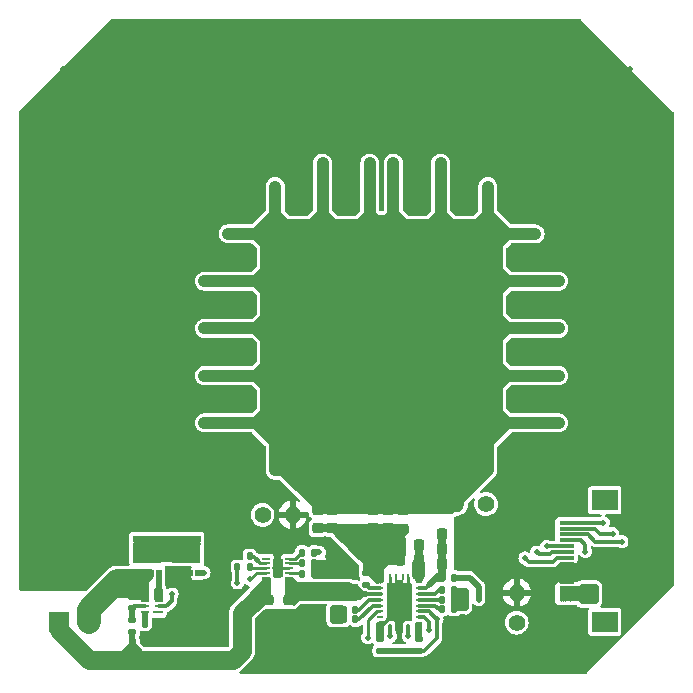
<source format=gbr>
G04 #@! TF.GenerationSoftware,KiCad,Pcbnew,(6.0.4)*
G04 #@! TF.CreationDate,2022-07-06T17:52:26+08:00*
G04 #@! TF.ProjectId,BQ51013_EVB,42513531-3031-4335-9f45-56422e6b6963,rev?*
G04 #@! TF.SameCoordinates,Original*
G04 #@! TF.FileFunction,Copper,L1,Top*
G04 #@! TF.FilePolarity,Positive*
%FSLAX46Y46*%
G04 Gerber Fmt 4.6, Leading zero omitted, Abs format (unit mm)*
G04 Created by KiCad (PCBNEW (6.0.4)) date 2022-07-06 17:52:26*
%MOMM*%
%LPD*%
G01*
G04 APERTURE LIST*
G04 Aperture macros list*
%AMRoundRect*
0 Rectangle with rounded corners*
0 $1 Rounding radius*
0 $2 $3 $4 $5 $6 $7 $8 $9 X,Y pos of 4 corners*
0 Add a 4 corners polygon primitive as box body*
4,1,4,$2,$3,$4,$5,$6,$7,$8,$9,$2,$3,0*
0 Add four circle primitives for the rounded corners*
1,1,$1+$1,$2,$3*
1,1,$1+$1,$4,$5*
1,1,$1+$1,$6,$7*
1,1,$1+$1,$8,$9*
0 Add four rect primitives between the rounded corners*
20,1,$1+$1,$2,$3,$4,$5,0*
20,1,$1+$1,$4,$5,$6,$7,0*
20,1,$1+$1,$6,$7,$8,$9,0*
20,1,$1+$1,$8,$9,$2,$3,0*%
G04 Aperture macros list end*
G04 #@! TA.AperFunction,SMDPad,CuDef*
%ADD10RoundRect,0.140000X0.170000X-0.140000X0.170000X0.140000X-0.170000X0.140000X-0.170000X-0.140000X0*%
G04 #@! TD*
G04 #@! TA.AperFunction,SMDPad,CuDef*
%ADD11RoundRect,0.135000X-0.135000X-0.185000X0.135000X-0.185000X0.135000X0.185000X-0.135000X0.185000X0*%
G04 #@! TD*
G04 #@! TA.AperFunction,SMDPad,CuDef*
%ADD12RoundRect,0.135000X0.185000X-0.135000X0.185000X0.135000X-0.185000X0.135000X-0.185000X-0.135000X0*%
G04 #@! TD*
G04 #@! TA.AperFunction,SMDPad,CuDef*
%ADD13R,0.850000X0.280000*%
G04 #@! TD*
G04 #@! TA.AperFunction,SMDPad,CuDef*
%ADD14R,0.750000X0.280000*%
G04 #@! TD*
G04 #@! TA.AperFunction,SMDPad,CuDef*
%ADD15R,0.500000X0.630000*%
G04 #@! TD*
G04 #@! TA.AperFunction,SMDPad,CuDef*
%ADD16R,2.450000X1.665000*%
G04 #@! TD*
G04 #@! TA.AperFunction,SMDPad,CuDef*
%ADD17R,0.760000X0.220000*%
G04 #@! TD*
G04 #@! TA.AperFunction,SMDPad,CuDef*
%ADD18R,0.900000X1.500000*%
G04 #@! TD*
G04 #@! TA.AperFunction,ComponentPad*
%ADD19R,1.700000X1.700000*%
G04 #@! TD*
G04 #@! TA.AperFunction,ComponentPad*
%ADD20O,1.700000X1.700000*%
G04 #@! TD*
G04 #@! TA.AperFunction,SMDPad,CuDef*
%ADD21RoundRect,0.249999X-0.650001X0.325001X-0.650001X-0.325001X0.650001X-0.325001X0.650001X0.325001X0*%
G04 #@! TD*
G04 #@! TA.AperFunction,SMDPad,CuDef*
%ADD22RoundRect,0.225000X-0.225000X-0.250000X0.225000X-0.250000X0.225000X0.250000X-0.225000X0.250000X0*%
G04 #@! TD*
G04 #@! TA.AperFunction,SMDPad,CuDef*
%ADD23RoundRect,0.140000X-0.140000X-0.170000X0.140000X-0.170000X0.140000X0.170000X-0.140000X0.170000X0*%
G04 #@! TD*
G04 #@! TA.AperFunction,SMDPad,CuDef*
%ADD24RoundRect,0.140000X-0.170000X0.140000X-0.170000X-0.140000X0.170000X-0.140000X0.170000X0.140000X0*%
G04 #@! TD*
G04 #@! TA.AperFunction,SMDPad,CuDef*
%ADD25RoundRect,0.225000X0.225000X0.250000X-0.225000X0.250000X-0.225000X-0.250000X0.225000X-0.250000X0*%
G04 #@! TD*
G04 #@! TA.AperFunction,SMDPad,CuDef*
%ADD26RoundRect,0.225000X0.250000X-0.225000X0.250000X0.225000X-0.250000X0.225000X-0.250000X-0.225000X0*%
G04 #@! TD*
G04 #@! TA.AperFunction,SMDPad,CuDef*
%ADD27RoundRect,0.225000X-0.250000X0.225000X-0.250000X-0.225000X0.250000X-0.225000X0.250000X0.225000X0*%
G04 #@! TD*
G04 #@! TA.AperFunction,ComponentPad*
%ADD28C,1.400000*%
G04 #@! TD*
G04 #@! TA.AperFunction,ComponentPad*
%ADD29O,1.400000X1.400000*%
G04 #@! TD*
G04 #@! TA.AperFunction,SMDPad,CuDef*
%ADD30RoundRect,0.135000X-0.185000X0.135000X-0.185000X-0.135000X0.185000X-0.135000X0.185000X0.135000X0*%
G04 #@! TD*
G04 #@! TA.AperFunction,SMDPad,CuDef*
%ADD31RoundRect,0.135000X0.135000X0.185000X-0.135000X0.185000X-0.135000X-0.185000X0.135000X-0.185000X0*%
G04 #@! TD*
G04 #@! TA.AperFunction,SMDPad,CuDef*
%ADD32R,0.240000X0.600000*%
G04 #@! TD*
G04 #@! TA.AperFunction,SMDPad,CuDef*
%ADD33R,0.600000X0.240000*%
G04 #@! TD*
G04 #@! TA.AperFunction,SMDPad,CuDef*
%ADD34R,0.780000X0.405000*%
G04 #@! TD*
G04 #@! TA.AperFunction,SMDPad,CuDef*
%ADD35R,0.210000X0.545000*%
G04 #@! TD*
G04 #@! TA.AperFunction,SMDPad,CuDef*
%ADD36R,0.214996X0.550000*%
G04 #@! TD*
G04 #@! TA.AperFunction,SMDPad,CuDef*
%ADD37R,2.050000X3.050000*%
G04 #@! TD*
G04 #@! TA.AperFunction,SMDPad,CuDef*
%ADD38R,0.210000X0.550000*%
G04 #@! TD*
G04 #@! TA.AperFunction,SMDPad,CuDef*
%ADD39R,2.200000X1.800000*%
G04 #@! TD*
G04 #@! TA.AperFunction,SMDPad,CuDef*
%ADD40R,1.300000X0.300000*%
G04 #@! TD*
G04 #@! TA.AperFunction,ViaPad*
%ADD41C,0.500000*%
G04 #@! TD*
G04 #@! TA.AperFunction,ViaPad*
%ADD42C,0.450000*%
G04 #@! TD*
G04 #@! TA.AperFunction,Conductor*
%ADD43C,0.500000*%
G04 #@! TD*
G04 #@! TA.AperFunction,Conductor*
%ADD44C,2.000000*%
G04 #@! TD*
G04 #@! TA.AperFunction,Conductor*
%ADD45C,0.300000*%
G04 #@! TD*
G04 #@! TA.AperFunction,Conductor*
%ADD46C,0.250000*%
G04 #@! TD*
G04 #@! TA.AperFunction,Conductor*
%ADD47C,0.700000*%
G04 #@! TD*
G04 #@! TA.AperFunction,Conductor*
%ADD48C,1.600000*%
G04 #@! TD*
G04 #@! TA.AperFunction,Conductor*
%ADD49C,1.000000*%
G04 #@! TD*
G04 #@! TA.AperFunction,Conductor*
%ADD50C,0.900000*%
G04 #@! TD*
G04 APERTURE END LIST*
D10*
G04 #@! TO.P,C3,1*
G04 #@! TO.N,Net-(C3-Pad1)*
X141470000Y-119930000D03*
G04 #@! TO.P,C3,2*
G04 #@! TO.N,BAT-*
X141470000Y-118970000D03*
G04 #@! TD*
D11*
G04 #@! TO.P,R4,1*
G04 #@! TO.N,Net-(R4-Pad1)*
X142540000Y-121270000D03*
G04 #@! TO.P,R4,2*
G04 #@! TO.N,GND*
X143560000Y-121270000D03*
G04 #@! TD*
D12*
G04 #@! TO.P,R7,1*
G04 #@! TO.N,BAT+*
X141480000Y-121990000D03*
G04 #@! TO.P,R7,2*
G04 #@! TO.N,Net-(C3-Pad1)*
X141480000Y-120970000D03*
G04 #@! TD*
D13*
G04 #@! TO.P,U1,1,NC*
G04 #@! TO.N,unconnected-(U1-Pad1)*
X143634999Y-120310000D03*
D14*
G04 #@! TO.P,U1,2,COUT*
G04 #@! TO.N,Net-(U1-Pad2)*
X143684999Y-119810000D03*
G04 #@! TO.P,U1,3,DOUT*
G04 #@! TO.N,Net-(U1-Pad3)*
X143684999Y-119310000D03*
G04 #@! TO.P,U1,4,VSS*
G04 #@! TO.N,BAT-*
X142534999Y-119310000D03*
G04 #@! TO.P,U1,5,BAT*
G04 #@! TO.N,Net-(C3-Pad1)*
X142534999Y-119810000D03*
G04 #@! TO.P,U1,6,V-*
G04 #@! TO.N,Net-(R4-Pad1)*
X142534999Y-120310000D03*
G04 #@! TD*
D15*
G04 #@! TO.P,U3,1*
G04 #@! TO.N,GND*
X145065000Y-116964999D03*
G04 #@! TO.P,U3,2*
X145715000Y-116964999D03*
G04 #@! TO.P,U3,3*
X146365000Y-116964999D03*
G04 #@! TO.P,U3,4*
G04 #@! TO.N,Net-(U1-Pad2)*
X147015000Y-116964999D03*
G04 #@! TO.P,U3,5*
G04 #@! TO.N,Net-(U3-Pad5)*
X147015000Y-114094999D03*
G04 #@! TO.P,U3,6*
X146365000Y-114094999D03*
G04 #@! TO.P,U3,7*
X145715000Y-114094999D03*
D16*
G04 #@! TO.P,U3,8*
X146040000Y-115249999D03*
D15*
X145065000Y-114094999D03*
G04 #@! TD*
G04 #@! TO.P,U4,1*
G04 #@! TO.N,BAT-*
X141755000Y-116965000D03*
G04 #@! TO.P,U4,2*
X142405000Y-116965000D03*
G04 #@! TO.P,U4,3*
X143055000Y-116965000D03*
G04 #@! TO.P,U4,4*
G04 #@! TO.N,Net-(U1-Pad3)*
X143705000Y-116965000D03*
G04 #@! TO.P,U4,5*
G04 #@! TO.N,Net-(U3-Pad5)*
X143705000Y-114095000D03*
G04 #@! TO.P,U4,6*
X143055000Y-114095000D03*
G04 #@! TO.P,U4,7*
X142405000Y-114095000D03*
D16*
G04 #@! TO.P,U4,8*
X142730000Y-115250000D03*
D15*
X141755000Y-114095000D03*
G04 #@! TD*
D17*
G04 #@! TO.P,U5,1,IN*
G04 #@! TO.N,REG_power*
X154755000Y-117359999D03*
G04 #@! TO.P,U5,2,ISET*
G04 #@! TO.N,Net-(R8-Pad1)*
X154755000Y-116959999D03*
G04 #@! TO.P,U5,3,VSS*
G04 #@! TO.N,GND*
X154755000Y-116559999D03*
G04 #@! TO.P,U5,4,PRETERM*
G04 #@! TO.N,Net-(R9-Pad1)*
X154755000Y-116159999D03*
G04 #@! TO.P,U5,5,~{PG}*
G04 #@! TO.N,Net-(R11-Pad1)*
X154755000Y-115759999D03*
G04 #@! TO.P,U5,6,NC*
G04 #@! TO.N,unconnected-(U5-Pad6)*
X152785000Y-115759999D03*
G04 #@! TO.P,U5,7,ISET2*
G04 #@! TO.N,BAT_ISET*
X152785000Y-116159999D03*
G04 #@! TO.P,U5,8,~{CHG}*
G04 #@! TO.N,Net-(R10-Pad1)*
X152785000Y-116559999D03*
G04 #@! TO.P,U5,9,TS*
G04 #@! TO.N,Net-(TH2-Pad1)*
X152785000Y-116959999D03*
G04 #@! TO.P,U5,10,OUT*
G04 #@! TO.N,BAT+*
X152785000Y-117359999D03*
D18*
G04 #@! TO.P,U5,11,EP*
G04 #@! TO.N,GND*
X153770000Y-116559999D03*
G04 #@! TD*
D19*
G04 #@! TO.P,J5,1,Pin_1*
G04 #@! TO.N,BAT+*
X135250000Y-121090000D03*
D20*
G04 #@! TO.P,J5,2,Pin_2*
G04 #@! TO.N,BAT-*
X137790000Y-121090000D03*
G04 #@! TD*
D21*
G04 #@! TO.P,C1,1*
G04 #@! TO.N,Net-(C1-Pad1)*
X160110000Y-110765000D03*
G04 #@! TO.P,C1,2*
G04 #@! TO.N,Net-(C1-Pad2)*
X160110000Y-113715000D03*
G04 #@! TD*
D22*
G04 #@! TO.P,C2,1*
G04 #@! TO.N,Net-(C1-Pad2)*
X164160000Y-115860000D03*
G04 #@! TO.P,C2,2*
G04 #@! TO.N,Net-(C15-Pad2)*
X165710000Y-115860000D03*
G04 #@! TD*
D23*
G04 #@! TO.P,C4,1*
G04 #@! TO.N,Net-(C1-Pad2)*
X159400000Y-120900000D03*
G04 #@! TO.P,C4,2*
G04 #@! TO.N,Net-(C4-Pad2)*
X160360000Y-120900000D03*
G04 #@! TD*
G04 #@! TO.P,C5,1*
G04 #@! TO.N,Net-(C1-Pad2)*
X159400000Y-120080000D03*
G04 #@! TO.P,C5,2*
G04 #@! TO.N,Net-(C5-Pad2)*
X160360000Y-120080000D03*
G04 #@! TD*
D24*
G04 #@! TO.P,C6,1*
G04 #@! TO.N,Net-(C1-Pad2)*
X161260000Y-117000000D03*
G04 #@! TO.P,C6,2*
G04 #@! TO.N,Net-(C6-Pad2)*
X161260000Y-117960000D03*
G04 #@! TD*
D23*
G04 #@! TO.P,C7,1*
G04 #@! TO.N,Net-(C7-Pad1)*
X167720000Y-118410000D03*
G04 #@! TO.P,C7,2*
G04 #@! TO.N,Net-(C15-Pad2)*
X168680000Y-118410000D03*
G04 #@! TD*
G04 #@! TO.P,C8,1*
G04 #@! TO.N,Net-(C8-Pad1)*
X167720000Y-119230000D03*
G04 #@! TO.P,C8,2*
G04 #@! TO.N,Net-(C15-Pad2)*
X168680000Y-119230000D03*
G04 #@! TD*
G04 #@! TO.P,C9,1*
G04 #@! TO.N,Net-(C9-Pad1)*
X167720000Y-120050000D03*
G04 #@! TO.P,C9,2*
G04 #@! TO.N,Net-(C15-Pad2)*
X168680000Y-120050000D03*
G04 #@! TD*
D25*
G04 #@! TO.P,C10,1*
G04 #@! TO.N,GND*
X169245000Y-114940000D03*
G04 #@! TO.P,C10,2*
G04 #@! TO.N,Net-(C10-Pad2)*
X167695000Y-114940000D03*
G04 #@! TD*
D26*
G04 #@! TO.P,C11,1*
G04 #@! TO.N,GND*
X154770000Y-120855000D03*
G04 #@! TO.P,C11,2*
G04 #@! TO.N,REG_power*
X154770000Y-119305000D03*
G04 #@! TD*
D27*
G04 #@! TO.P,C12,1*
G04 #@! TO.N,BAT+*
X152940000Y-119305000D03*
G04 #@! TO.P,C12,2*
G04 #@! TO.N,GND*
X152940000Y-120855000D03*
G04 #@! TD*
D28*
G04 #@! TO.P,J6,1,Pin_1*
G04 #@! TO.N,Net-(C15-Pad2)*
X171410000Y-111140000D03*
D29*
G04 #@! TO.P,J6,2,Pin_2*
G04 #@! TO.N,Net-(C1-Pad1)*
X168870000Y-111140000D03*
G04 #@! TD*
D12*
G04 #@! TO.P,R1,1*
G04 #@! TO.N,Net-(R1-Pad1)*
X162420000Y-123559999D03*
G04 #@! TO.P,R1,2*
G04 #@! TO.N,GND*
X162420000Y-122539999D03*
G04 #@! TD*
D30*
G04 #@! TO.P,R2,1*
G04 #@! TO.N,Net-(R2-Pad1)*
X165720000Y-122540000D03*
G04 #@! TO.P,R2,2*
G04 #@! TO.N,Net-(R1-Pad1)*
X165720000Y-123560000D03*
G04 #@! TD*
D11*
G04 #@! TO.P,R3,1*
G04 #@! TO.N,Net-(C10-Pad2)*
X167700000Y-117370000D03*
G04 #@! TO.P,R3,2*
G04 #@! TO.N,Net-(R1-Pad1)*
X168720000Y-117370000D03*
G04 #@! TD*
D31*
G04 #@! TO.P,R5,1*
G04 #@! TO.N,BAT_ISET*
X151390000Y-115540000D03*
G04 #@! TO.P,R5,2*
G04 #@! TO.N,GND*
X150370000Y-115540000D03*
G04 #@! TD*
D11*
G04 #@! TO.P,R8,1*
G04 #@! TO.N,Net-(R8-Pad1)*
X155840000Y-117090000D03*
G04 #@! TO.P,R8,2*
G04 #@! TO.N,GND*
X156860000Y-117090000D03*
G04 #@! TD*
G04 #@! TO.P,R9,1*
G04 #@! TO.N,Net-(R9-Pad1)*
X155840000Y-116170000D03*
G04 #@! TO.P,R9,2*
G04 #@! TO.N,GND*
X156860000Y-116170000D03*
G04 #@! TD*
D31*
G04 #@! TO.P,R10,1*
G04 #@! TO.N,Net-(R10-Pad1)*
X151390000Y-116459999D03*
G04 #@! TO.P,R10,2*
G04 #@! TO.N,BAT_CHG*
X150370000Y-116459999D03*
G04 #@! TD*
D11*
G04 #@! TO.P,R11,1*
G04 #@! TO.N,Net-(R11-Pad1)*
X155839999Y-115250000D03*
G04 #@! TO.P,R11,2*
G04 #@! TO.N,BAT_PG*
X156859999Y-115250000D03*
G04 #@! TD*
D28*
G04 #@! TO.P,TH1,1*
G04 #@! TO.N,Net-(TH1-Pad1)*
X174010000Y-121180000D03*
D29*
G04 #@! TO.P,TH1,2*
G04 #@! TO.N,GND*
X174010000Y-118640000D03*
G04 #@! TD*
D28*
G04 #@! TO.P,TH2,1*
G04 #@! TO.N,Net-(TH2-Pad1)*
X152490000Y-112060000D03*
D29*
G04 #@! TO.P,TH2,2*
G04 #@! TO.N,GND*
X155030000Y-112060000D03*
G04 #@! TD*
D32*
G04 #@! TO.P,U2,1,PGND*
G04 #@! TO.N,GND*
X163320000Y-117330000D03*
D33*
G04 #@! TO.P,U2,2,AC1*
G04 #@! TO.N,Net-(C1-Pad2)*
X162420000Y-117730000D03*
G04 #@! TO.P,U2,3,BOOT1*
G04 #@! TO.N,Net-(C6-Pad2)*
X162420000Y-118230000D03*
G04 #@! TO.P,U2,4,OUT*
G04 #@! TO.N,REG_power*
X162420000Y-118730000D03*
G04 #@! TO.P,U2,5,CLAMP1*
G04 #@! TO.N,Net-(C5-Pad2)*
X162420000Y-119230000D03*
G04 #@! TO.P,U2,6,COMM1*
G04 #@! TO.N,Net-(C4-Pad2)*
X162420000Y-119730000D03*
G04 #@! TO.P,U2,7,~{CHG}*
G04 #@! TO.N,REG_CHG*
X162420000Y-120230000D03*
G04 #@! TO.P,U2,8,~{AD-EN}*
G04 #@! TO.N,unconnected-(U2-Pad8)*
X162420000Y-120730000D03*
G04 #@! TO.P,U2,9,AD*
G04 #@! TO.N,GND*
X162420000Y-121230000D03*
D32*
G04 #@! TO.P,U2,10,EN1*
G04 #@! TO.N,REG_EN1*
X163320000Y-121630000D03*
G04 #@! TO.P,U2,11,EN2*
G04 #@! TO.N,REG_EN2*
X164820000Y-121630000D03*
D33*
G04 #@! TO.P,U2,12,ILIM*
G04 #@! TO.N,Net-(R2-Pad1)*
X165720000Y-121230000D03*
G04 #@! TO.P,U2,13,TS/CTRL*
G04 #@! TO.N,Net-(TH1-Pad1)*
X165720000Y-120730000D03*
G04 #@! TO.P,U2,14,FOD*
G04 #@! TO.N,Net-(R1-Pad1)*
X165720000Y-120230000D03*
G04 #@! TO.P,U2,15,COMM2*
G04 #@! TO.N,Net-(C9-Pad1)*
X165720000Y-119730000D03*
G04 #@! TO.P,U2,16,CLAMP2*
G04 #@! TO.N,Net-(C8-Pad1)*
X165720000Y-119230000D03*
G04 #@! TO.P,U2,17,BOOT2*
G04 #@! TO.N,Net-(C7-Pad1)*
X165720000Y-118730000D03*
G04 #@! TO.P,U2,18,RECT*
G04 #@! TO.N,Net-(C10-Pad2)*
X165720000Y-118230000D03*
G04 #@! TO.P,U2,19,AC2*
G04 #@! TO.N,Net-(C15-Pad2)*
X165720000Y-117730000D03*
D32*
G04 #@! TO.P,U2,20,PGND*
G04 #@! TO.N,GND*
X164820000Y-117330000D03*
D34*
G04 #@! TO.P,U2,21,EXP*
X164060000Y-117700000D03*
D35*
X164350000Y-117300000D03*
D36*
X164340000Y-121628750D03*
D37*
X164070000Y-119480000D03*
D34*
X164070000Y-121210000D03*
D38*
X163800000Y-121665000D03*
X163795000Y-117300000D03*
G04 #@! TD*
D27*
G04 #@! TO.P,C13,1*
G04 #@! TO.N,Net-(C1-Pad1)*
X161810000Y-111645000D03*
G04 #@! TO.P,C13,2*
G04 #@! TO.N,Net-(C1-Pad2)*
X161810000Y-113195000D03*
G04 #@! TD*
D22*
G04 #@! TO.P,C15,1*
G04 #@! TO.N,Net-(C1-Pad2)*
X164160000Y-114565000D03*
G04 #@! TO.P,C15,2*
G04 #@! TO.N,Net-(C15-Pad2)*
X165710000Y-114565000D03*
G04 #@! TD*
D27*
G04 #@! TO.P,C16,1*
G04 #@! TO.N,GND*
X160135000Y-116765000D03*
G04 #@! TO.P,C16,2*
G04 #@! TO.N,REG_power*
X160135000Y-118315000D03*
G04 #@! TD*
G04 #@! TO.P,C17,1*
G04 #@! TO.N,GND*
X158910000Y-116765000D03*
G04 #@! TO.P,C17,2*
G04 #@! TO.N,REG_power*
X158910000Y-118315000D03*
G04 #@! TD*
D25*
G04 #@! TO.P,C18,1*
G04 #@! TO.N,GND*
X169245000Y-116200000D03*
G04 #@! TO.P,C18,2*
G04 #@! TO.N,Net-(C10-Pad2)*
X167695000Y-116200000D03*
G04 #@! TD*
D39*
G04 #@! TO.P,J7,*
G04 #@! TO.N,*
X181480000Y-121110000D03*
X181480000Y-110810000D03*
D40*
G04 #@! TO.P,J7,1,Pin_1*
G04 #@! TO.N,BAT+*
X178230000Y-119210000D03*
G04 #@! TO.P,J7,2,Pin_2*
X178230000Y-118710000D03*
G04 #@! TO.P,J7,3,Pin_3*
X178230000Y-118210000D03*
G04 #@! TO.P,J7,4,Pin_4*
G04 #@! TO.N,GND*
X178230000Y-117710000D03*
G04 #@! TO.P,J7,5,Pin_5*
X178230000Y-117210000D03*
G04 #@! TO.P,J7,6,Pin_6*
X178230000Y-116710000D03*
G04 #@! TO.P,J7,7,Pin_7*
X178230000Y-116210000D03*
G04 #@! TO.P,J7,8,Pin_8*
G04 #@! TO.N,BAT_CHG*
X178230000Y-115710000D03*
G04 #@! TO.P,J7,9,Pin_9*
G04 #@! TO.N,BAT_PG*
X178230000Y-115210000D03*
G04 #@! TO.P,J7,10,Pin_10*
G04 #@! TO.N,BAT_ISET*
X178230000Y-114710000D03*
G04 #@! TO.P,J7,11,Pin_11*
G04 #@! TO.N,REG_power*
X178230000Y-114210000D03*
G04 #@! TO.P,J7,12,Pin_12*
G04 #@! TO.N,REG_CHG*
X178230000Y-113710000D03*
G04 #@! TO.P,J7,13,Pin_13*
G04 #@! TO.N,REG_EN1*
X178230000Y-113210000D03*
G04 #@! TO.P,J7,14,Pin_14*
G04 #@! TO.N,REG_EN2*
X178230000Y-112710000D03*
G04 #@! TD*
D27*
G04 #@! TO.P,C14,1*
G04 #@! TO.N,Net-(C1-Pad1)*
X163110000Y-111635000D03*
G04 #@! TO.P,C14,2*
G04 #@! TO.N,Net-(C1-Pad2)*
X163110000Y-113185000D03*
G04 #@! TD*
G04 #@! TO.P,C19,1*
G04 #@! TO.N,Net-(C1-Pad1)*
X164410000Y-111665000D03*
G04 #@! TO.P,C19,2*
G04 #@! TO.N,Net-(C1-Pad2)*
X164410000Y-113215000D03*
G04 #@! TD*
G04 #@! TO.P,C20,1*
G04 #@! TO.N,Net-(C1-Pad1)*
X158410000Y-111655000D03*
G04 #@! TO.P,C20,2*
G04 #@! TO.N,Net-(C1-Pad2)*
X158410000Y-113205000D03*
G04 #@! TD*
G04 #@! TO.P,C21,1*
G04 #@! TO.N,Net-(C1-Pad1)*
X157160000Y-111655000D03*
G04 #@! TO.P,C21,2*
G04 #@! TO.N,Net-(C1-Pad2)*
X157160000Y-113205000D03*
G04 #@! TD*
D25*
G04 #@! TO.P,C22,1*
G04 #@! TO.N,GND*
X169245000Y-113665000D03*
G04 #@! TO.P,C22,2*
G04 #@! TO.N,Net-(C10-Pad2)*
X167695000Y-113665000D03*
G04 #@! TD*
D41*
G04 #@! TO.N,GND*
X153970000Y-116060000D03*
X152970000Y-122540000D03*
X135570000Y-74270000D03*
D42*
X164040000Y-118280000D03*
X164640000Y-118280000D03*
X163440000Y-118880000D03*
X164040000Y-118880000D03*
X164640000Y-118880000D03*
X163440000Y-119480000D03*
X164040000Y-119480000D03*
X164640000Y-119480000D03*
X163440000Y-120080000D03*
X164040000Y-120080000D03*
X164640000Y-120080000D03*
X163440000Y-120680000D03*
X164040000Y-120680000D03*
X164640000Y-120680000D03*
D41*
X147130000Y-118430000D03*
X148130000Y-118430000D03*
X149130000Y-118430000D03*
X146130000Y-119430000D03*
X147130000Y-119430000D03*
X148130000Y-119430000D03*
X149130000Y-119430000D03*
X146130000Y-120430000D03*
X147130000Y-120430000D03*
X148130000Y-120430000D03*
X149130000Y-120430000D03*
X146130000Y-121430000D03*
X147130000Y-121430000D03*
X148130000Y-121430000D03*
X149130000Y-121430000D03*
X147130000Y-122420000D03*
X146130000Y-122420000D03*
X149130000Y-122420000D03*
X148130000Y-122420000D03*
X145110000Y-120430000D03*
X145110000Y-121430000D03*
X145110000Y-122420000D03*
X153970000Y-122540000D03*
X154970000Y-122540000D03*
X155970000Y-122540000D03*
X156970000Y-122540000D03*
X157970000Y-122540000D03*
X158970000Y-122540000D03*
D42*
X163440000Y-118280000D03*
D41*
X137570000Y-74270000D03*
X139570000Y-74270000D03*
X141570000Y-74270000D03*
X143570000Y-74270000D03*
X145570000Y-74270000D03*
X147570000Y-74270000D03*
X149570000Y-74270000D03*
X151570000Y-74270000D03*
X153570000Y-74270000D03*
X155570000Y-74270000D03*
X157570000Y-74270000D03*
X159570000Y-74270000D03*
X161570000Y-74270000D03*
X163570000Y-74270000D03*
X165570000Y-74270000D03*
X167570000Y-74270000D03*
X169570000Y-74270000D03*
X171570000Y-74270000D03*
X173570000Y-74270000D03*
X175570000Y-74270000D03*
X177570000Y-74270000D03*
X179570000Y-74270000D03*
X181570000Y-74270000D03*
X183570000Y-74270000D03*
X183570000Y-76270000D03*
X181570000Y-76270000D03*
X179570000Y-76270000D03*
X177570000Y-76270000D03*
X175570000Y-76270000D03*
X173570000Y-76270000D03*
X171570000Y-76270000D03*
X169570000Y-76270000D03*
X167570000Y-76270000D03*
X165570000Y-76270000D03*
X163570000Y-76270000D03*
X161570000Y-76270000D03*
X159570000Y-76270000D03*
X157570000Y-76270000D03*
X155570000Y-76270000D03*
X153570000Y-76270000D03*
X151570000Y-76270000D03*
X149570000Y-76270000D03*
X147570000Y-76270000D03*
X145570000Y-76270000D03*
X143570000Y-76270000D03*
X141570000Y-76270000D03*
X139570000Y-76270000D03*
X137570000Y-76270000D03*
X135570000Y-76270000D03*
X135570000Y-78270000D03*
X137570000Y-78270000D03*
X139570000Y-78270000D03*
X141570000Y-78270000D03*
X143570000Y-78270000D03*
X145570000Y-78270000D03*
X147570000Y-78270000D03*
X149570000Y-78270000D03*
X151570000Y-78270000D03*
X153570000Y-78270000D03*
X155570000Y-78270000D03*
X157570000Y-78270000D03*
X159570000Y-78270000D03*
X161570000Y-78270000D03*
X163570000Y-78270000D03*
X165570000Y-78270000D03*
X167570000Y-78270000D03*
X169570000Y-78270000D03*
X171570000Y-78270000D03*
X173570000Y-78270000D03*
X175570000Y-78270000D03*
X177570000Y-78270000D03*
X179570000Y-78270000D03*
X181570000Y-78270000D03*
X183570000Y-78270000D03*
X183570000Y-80270000D03*
X181570000Y-80270000D03*
X179570000Y-80270000D03*
X177570000Y-80270000D03*
X175570000Y-80270000D03*
X173570000Y-80270000D03*
X171570000Y-80270000D03*
X169570000Y-80270000D03*
X167570000Y-80270000D03*
X165570000Y-80270000D03*
X163570000Y-80270000D03*
X161570000Y-80270000D03*
X159570000Y-80270000D03*
X157570000Y-80270000D03*
X155570000Y-80270000D03*
X153570000Y-80270000D03*
X151570000Y-80270000D03*
X149570000Y-80270000D03*
X147570000Y-80270000D03*
X145570000Y-80270000D03*
X143570000Y-80270000D03*
X141570000Y-80270000D03*
X139570000Y-80270000D03*
X137570000Y-80270000D03*
X135570000Y-80270000D03*
X135570000Y-82270000D03*
X137570000Y-82270000D03*
X139570000Y-82270000D03*
X141570000Y-82270000D03*
X143570000Y-82270000D03*
X145570000Y-82270000D03*
X147570000Y-82270000D03*
X149570000Y-82270000D03*
X151570000Y-82270000D03*
X153570000Y-82270000D03*
X155570000Y-82270000D03*
X159570000Y-82270000D03*
X165570000Y-82270000D03*
X169570000Y-82270000D03*
X171570000Y-82270000D03*
X173570000Y-82270000D03*
X175570000Y-82270000D03*
X177570000Y-82270000D03*
X179570000Y-82270000D03*
X181570000Y-82270000D03*
X183570000Y-82270000D03*
X183570000Y-84270000D03*
X181570000Y-84270000D03*
X179570000Y-84270000D03*
X177570000Y-84270000D03*
X175570000Y-84270000D03*
X173570000Y-84270000D03*
X169570000Y-84270000D03*
X165570000Y-84270000D03*
X159570000Y-84270000D03*
X155570000Y-84270000D03*
X151570000Y-84270000D03*
X149570000Y-84270000D03*
X147570000Y-84270000D03*
X145570000Y-84270000D03*
X143570000Y-84270000D03*
X141570000Y-84270000D03*
X139570000Y-84270000D03*
X137570000Y-84270000D03*
X135570000Y-84270000D03*
X135570000Y-86270000D03*
X137570000Y-86270000D03*
X139570000Y-86270000D03*
X141570000Y-86270000D03*
X143570000Y-86270000D03*
X145570000Y-86270000D03*
X147570000Y-86270000D03*
X149570000Y-86270000D03*
X151570000Y-86270000D03*
X155570000Y-86270000D03*
X159570000Y-86270000D03*
X165570000Y-86270000D03*
X169570000Y-86270000D03*
X173570000Y-86270000D03*
X175570000Y-86270000D03*
X177570000Y-86270000D03*
X179570000Y-86270000D03*
X181570000Y-86270000D03*
X183570000Y-86270000D03*
X183570000Y-88270000D03*
X181570000Y-88270000D03*
X179570000Y-88270000D03*
X177570000Y-88270000D03*
X147570000Y-88270000D03*
X145570000Y-88270000D03*
X143570000Y-88270000D03*
X141570000Y-88270000D03*
X139570000Y-88270000D03*
X137570000Y-88270000D03*
X135570000Y-88270000D03*
X135570000Y-90270000D03*
X137570000Y-90270000D03*
X139570000Y-90270000D03*
X141570000Y-90270000D03*
X143570000Y-90270000D03*
X145570000Y-90270000D03*
X147570000Y-90270000D03*
X149570000Y-90270000D03*
X151570000Y-90270000D03*
X173570000Y-90270000D03*
X175570000Y-90270000D03*
X177570000Y-90270000D03*
X179570000Y-90270000D03*
X181570000Y-90270000D03*
X183570000Y-90270000D03*
X183570000Y-92270000D03*
X181570000Y-92270000D03*
X179570000Y-92270000D03*
X145570000Y-92270000D03*
X143570000Y-92270000D03*
X141570000Y-92270000D03*
X139570000Y-92270000D03*
X137570000Y-92270000D03*
X135570000Y-92270000D03*
X135570000Y-94270000D03*
X137570000Y-94270000D03*
X139570000Y-94270000D03*
X141570000Y-94270000D03*
X143570000Y-94270000D03*
X145570000Y-94270000D03*
X147570000Y-94270000D03*
X149570000Y-94270000D03*
X151570000Y-94270000D03*
X173570000Y-94270000D03*
X175570000Y-94270000D03*
X177570000Y-94270000D03*
X179570000Y-94270000D03*
X181570000Y-94270000D03*
X183570000Y-94270000D03*
X183570000Y-96270000D03*
X181570000Y-96270000D03*
X179570000Y-96270000D03*
X145570000Y-96270000D03*
X143570000Y-96270000D03*
X141570000Y-96270000D03*
X139570000Y-96270000D03*
X137570000Y-96270000D03*
X135570000Y-96270000D03*
X135570000Y-98270000D03*
X137570000Y-98270000D03*
X139570000Y-98270000D03*
X141570000Y-98270000D03*
X143570000Y-98270000D03*
X145570000Y-98270000D03*
X147570000Y-98270000D03*
X149570000Y-98270000D03*
X151570000Y-98270000D03*
X173570000Y-98270000D03*
X175570000Y-98270000D03*
X177570000Y-98270000D03*
X179570000Y-98270000D03*
X181570000Y-98270000D03*
X183570000Y-98270000D03*
X183570000Y-100270000D03*
X181570000Y-100270000D03*
X179570000Y-100270000D03*
X145570000Y-100270000D03*
X143570000Y-100270000D03*
X141570000Y-100270000D03*
X139570000Y-100270000D03*
X137570000Y-100270000D03*
X135570000Y-100270000D03*
X135570000Y-102270000D03*
X137570000Y-102270000D03*
X139570000Y-102270000D03*
X141570000Y-102270000D03*
X143570000Y-102270000D03*
X145570000Y-102270000D03*
X147570000Y-102270000D03*
X149570000Y-102270000D03*
X151570000Y-102270000D03*
X173570000Y-102270000D03*
X175570000Y-102270000D03*
X177570000Y-102270000D03*
X179570000Y-102270000D03*
X181570000Y-102270000D03*
X183570000Y-102270000D03*
X183570000Y-104270000D03*
X181570000Y-104270000D03*
X179570000Y-104270000D03*
X145570000Y-104270000D03*
X143570000Y-104270000D03*
X141570000Y-104270000D03*
X139570000Y-104270000D03*
X137570000Y-104270000D03*
X135570000Y-104270000D03*
X135570000Y-106270000D03*
X137570000Y-106270000D03*
X139570000Y-106270000D03*
X141570000Y-106270000D03*
X143570000Y-106270000D03*
X145570000Y-106270000D03*
X147570000Y-106270000D03*
X149570000Y-106270000D03*
X151570000Y-106270000D03*
X173570000Y-106270000D03*
X175570000Y-106270000D03*
X177570000Y-106270000D03*
X179570000Y-106270000D03*
X181570000Y-106270000D03*
X183570000Y-106270000D03*
X183570000Y-108270000D03*
X181570000Y-108270000D03*
X179570000Y-108270000D03*
X177570000Y-108270000D03*
X175570000Y-108270000D03*
X173570000Y-108270000D03*
X151570000Y-108270000D03*
X149570000Y-108270000D03*
X147570000Y-108270000D03*
X145570000Y-108270000D03*
X143570000Y-108270000D03*
X141570000Y-108270000D03*
X139570000Y-108270000D03*
X137570000Y-108270000D03*
X135570000Y-108270000D03*
X153570000Y-116560000D03*
X153970000Y-117060000D03*
X146130000Y-118430000D03*
D42*
G04 #@! TO.N,BAT+*
X179500000Y-118160000D03*
D41*
X140036250Y-124720000D03*
X141412500Y-124720000D03*
X142788750Y-124720000D03*
X144165000Y-124720000D03*
X145541250Y-124720000D03*
X146917500Y-124720000D03*
X148293750Y-124720000D03*
X149670000Y-124690000D03*
X144825000Y-124020000D03*
X147577500Y-124020000D03*
X150330000Y-123990000D03*
X148953750Y-124020000D03*
X146201250Y-124020000D03*
X142072500Y-124020000D03*
X139320000Y-124020000D03*
X143448750Y-124020000D03*
X140696250Y-124020000D03*
D42*
X180100000Y-118160000D03*
X180700000Y-118160000D03*
X179500000Y-118760000D03*
X180100000Y-118760000D03*
X180700000Y-118760000D03*
X179500000Y-119360000D03*
X180100000Y-119360000D03*
X180700000Y-119360000D03*
D41*
X137990000Y-124000000D03*
X138660000Y-124720000D03*
G04 #@! TO.N,Net-(C1-Pad2)*
X158450000Y-121040000D03*
X158450000Y-120475000D03*
X161860000Y-116660000D03*
X162450000Y-116660000D03*
X161860000Y-117255000D03*
X162450000Y-117255000D03*
X161860000Y-116065000D03*
X158450000Y-119910000D03*
X162450000Y-116065000D03*
G04 #@! TO.N,Net-(C1-Pad1)*
X157570000Y-82270000D03*
X161570000Y-82270000D03*
X163570000Y-82270000D03*
X167570000Y-82270000D03*
X171570000Y-84270000D03*
X167570000Y-84270000D03*
X163570000Y-84270000D03*
X161570000Y-84270000D03*
X157570000Y-84270000D03*
X153570000Y-84270000D03*
X153570000Y-86270000D03*
X157570000Y-86270000D03*
X161570000Y-86270000D03*
X163570000Y-86270000D03*
X167570000Y-86270000D03*
X171570000Y-86270000D03*
X175570000Y-88270000D03*
X173570000Y-88270000D03*
X171570000Y-88270000D03*
X169570000Y-88270000D03*
X167570000Y-88270000D03*
X165570000Y-88270000D03*
X163570000Y-88270000D03*
X161570000Y-88270000D03*
X159570000Y-88270000D03*
X157570000Y-88270000D03*
X155570000Y-88270000D03*
X153570000Y-88270000D03*
X151570000Y-88270000D03*
X149570000Y-88270000D03*
X153570000Y-90270000D03*
X155570000Y-90270000D03*
X157570000Y-90270000D03*
X159570000Y-90270000D03*
X161570000Y-90270000D03*
X163570000Y-90270000D03*
X165570000Y-90270000D03*
X167570000Y-90270000D03*
X169570000Y-90270000D03*
X171570000Y-90270000D03*
X177570000Y-92270000D03*
X175570000Y-92270000D03*
X173570000Y-92270000D03*
X171570000Y-92270000D03*
X169570000Y-92270000D03*
X167570000Y-92270000D03*
X165570000Y-92270000D03*
X163570000Y-92270000D03*
X161570000Y-92270000D03*
X159570000Y-92270000D03*
X157570000Y-92270000D03*
X155570000Y-92270000D03*
X153570000Y-92270000D03*
X151570000Y-92270000D03*
X149570000Y-92270000D03*
X147570000Y-92270000D03*
X153570000Y-94270000D03*
X155570000Y-94270000D03*
X157570000Y-94270000D03*
X159570000Y-94270000D03*
X161570000Y-94270000D03*
X163570000Y-94270000D03*
X165570000Y-94270000D03*
X167570000Y-94270000D03*
X169570000Y-94270000D03*
X171570000Y-94270000D03*
X177570000Y-96270000D03*
X175570000Y-96270000D03*
X173570000Y-96270000D03*
X171570000Y-96270000D03*
X169570000Y-96270000D03*
X167570000Y-96270000D03*
X165570000Y-96270000D03*
X163570000Y-96270000D03*
X161570000Y-96270000D03*
X159570000Y-96270000D03*
X157570000Y-96270000D03*
X155570000Y-96270000D03*
X153570000Y-96270000D03*
X151570000Y-96270000D03*
X149570000Y-96270000D03*
X147570000Y-96270000D03*
X153570000Y-98270000D03*
X155570000Y-98270000D03*
X157570000Y-98270000D03*
X159570000Y-98270000D03*
X161570000Y-98270000D03*
X163570000Y-98270000D03*
X165570000Y-98270000D03*
X167570000Y-98270000D03*
X169570000Y-98270000D03*
X171570000Y-98270000D03*
X177570000Y-100270000D03*
X175570000Y-100270000D03*
X173570000Y-100270000D03*
X171570000Y-100270000D03*
X169570000Y-100270000D03*
X167570000Y-100270000D03*
X165570000Y-100270000D03*
X163570000Y-100270000D03*
X161570000Y-100270000D03*
X159570000Y-100270000D03*
X157570000Y-100270000D03*
X155570000Y-100270000D03*
X153570000Y-100270000D03*
X151570000Y-100270000D03*
X149570000Y-100270000D03*
X147570000Y-100270000D03*
X153570000Y-102270000D03*
X155570000Y-102270000D03*
X157570000Y-102270000D03*
X159570000Y-102270000D03*
X161570000Y-102270000D03*
X163570000Y-102270000D03*
X165570000Y-102270000D03*
X167570000Y-102270000D03*
X169570000Y-102270000D03*
X171570000Y-102270000D03*
X177570000Y-104270000D03*
X175570000Y-104270000D03*
X173570000Y-104270000D03*
X171570000Y-104270000D03*
X169570000Y-104270000D03*
X167570000Y-104270000D03*
X165570000Y-104270000D03*
X163570000Y-104270000D03*
X161570000Y-104270000D03*
X159570000Y-104270000D03*
X157570000Y-104270000D03*
X155570000Y-104270000D03*
X153570000Y-104270000D03*
X151570000Y-104270000D03*
X149570000Y-104270000D03*
X147570000Y-104270000D03*
X153570000Y-106270000D03*
X155570000Y-106270000D03*
X157570000Y-106270000D03*
X159570000Y-106270000D03*
X161570000Y-106270000D03*
X163570000Y-106270000D03*
X165570000Y-106270000D03*
X167570000Y-106270000D03*
X169570000Y-106270000D03*
X171570000Y-106270000D03*
X171570000Y-108270000D03*
X169570000Y-108270000D03*
X167570000Y-108270000D03*
X165570000Y-108270000D03*
X163570000Y-108270000D03*
X161570000Y-108270000D03*
X159570000Y-108270000D03*
X157570000Y-108270000D03*
X155570000Y-108270000D03*
X153570000Y-108270000D03*
G04 #@! TO.N,Net-(R1-Pad1)*
X170800000Y-119240000D03*
X167260000Y-120900000D03*
G04 #@! TO.N,BAT_ISET*
X176540000Y-114710000D03*
X152010000Y-115870000D03*
G04 #@! TO.N,Net-(TH1-Pad1)*
X166600000Y-121810000D03*
G04 #@! TO.N,Net-(TH2-Pad1)*
X151469993Y-117510007D03*
G04 #@! TO.N,Net-(U1-Pad2)*
X144830000Y-118760000D03*
X147535000Y-116970000D03*
D42*
G04 #@! TO.N,REG_power*
X160735000Y-118740000D03*
D41*
X179820000Y-115170000D03*
G04 #@! TO.N,REG_EN2*
X164820000Y-122310000D03*
X181350000Y-112710000D03*
G04 #@! TO.N,REG_EN1*
X163320000Y-122310000D03*
X182140000Y-113640000D03*
G04 #@! TO.N,REG_CHG*
X182920000Y-114330000D03*
X161400000Y-122460000D03*
G04 #@! TO.N,BAT_PG*
X175700000Y-115210000D03*
X157310000Y-115240000D03*
G04 #@! TO.N,BAT_CHG*
X174710000Y-115710000D03*
X150370000Y-117820000D03*
G04 #@! TO.N,Net-(C15-Pad2)*
X169680000Y-119940000D03*
X165440000Y-117220000D03*
X165990000Y-116620000D03*
X165440000Y-116620000D03*
X169680000Y-119230000D03*
X169680000Y-118520000D03*
X165990000Y-117220000D03*
G04 #@! TD*
D43*
G04 #@! TO.N,BAT-*
X143050000Y-117030000D02*
X141760000Y-117030001D01*
X142660000Y-119180000D02*
X142660000Y-118600000D01*
X141410000Y-117670000D02*
X141410000Y-118970000D01*
X141480000Y-118560000D02*
X142540000Y-118560000D01*
X141510000Y-118270000D02*
X142570000Y-118270000D01*
X142230000Y-118170000D02*
X142230000Y-117110000D01*
X142660000Y-118480000D02*
X142660000Y-117420000D01*
X141329533Y-118999533D02*
X140580000Y-118250000D01*
X143050000Y-117250000D02*
X142300467Y-117999533D01*
X141150000Y-118870000D02*
X140090000Y-118870000D01*
X141759411Y-116969411D02*
X141755001Y-116965000D01*
D44*
X141150000Y-117650000D02*
X140210000Y-117650000D01*
D43*
X141430000Y-117829999D02*
X141430000Y-117239999D01*
X143050000Y-116900000D02*
X141750000Y-116900000D01*
X142420000Y-118610000D02*
X142590000Y-118440000D01*
D44*
X140210000Y-117690000D02*
X137790000Y-120110000D01*
D43*
X142420000Y-119190000D02*
X142420000Y-118610000D01*
X141568909Y-116900000D02*
X141180000Y-116900000D01*
D44*
X137790000Y-120110000D02*
X137790000Y-121090000D01*
X140210000Y-117650000D02*
X140210000Y-117690000D01*
D43*
X141749412Y-116970589D02*
X141755001Y-116965000D01*
X141410000Y-118990000D02*
X142470000Y-118990000D01*
X141479999Y-118790001D02*
X141480001Y-118790000D01*
D45*
G04 #@! TO.N,Net-(C3-Pad1)*
X141600000Y-119810000D02*
X141450000Y-119960000D01*
D43*
X141469998Y-120730000D02*
X141469999Y-119930001D01*
D45*
X142534999Y-119810000D02*
X141600000Y-119810000D01*
D43*
G04 #@! TO.N,Net-(R4-Pad1)*
X142539999Y-120420000D02*
X142540000Y-121324998D01*
G04 #@! TO.N,Net-(U3-Pad5)*
X143625000Y-114950000D02*
X145075000Y-114950000D01*
X143705000Y-115700000D02*
X145155000Y-115700000D01*
X143665000Y-115390000D02*
X145115000Y-115390000D01*
X141750000Y-114560000D02*
X147010000Y-114559999D01*
X141755000Y-114095000D02*
X147015000Y-114094999D01*
X143695000Y-115820000D02*
X145145000Y-115820000D01*
G04 #@! TO.N,GND*
X146360000Y-116900000D02*
X145060000Y-116900000D01*
X146350000Y-117030000D02*
X145050000Y-117030000D01*
D45*
X162580000Y-121270000D02*
X162580000Y-122520000D01*
X162270001Y-121290000D02*
X162270000Y-122540000D01*
X177730000Y-116210000D02*
X177730000Y-117710000D01*
X177970000Y-116220000D02*
X177970000Y-117720000D01*
X178730000Y-116210000D02*
X178730000Y-117710000D01*
X178470000Y-116210000D02*
X178470000Y-117710000D01*
X162440000Y-121610000D02*
X163690000Y-120360000D01*
X164120000Y-119940000D02*
X164120000Y-119440000D01*
X162420000Y-121230000D02*
X162820000Y-121230000D01*
X162420000Y-121230000D02*
X162420001Y-122480000D01*
D46*
X164820000Y-118730000D02*
X164070000Y-119480000D01*
X154754999Y-116559999D02*
X153770000Y-116559999D01*
D43*
X143560000Y-121270000D02*
X143560000Y-121310000D01*
D46*
X163320000Y-118730000D02*
X164070000Y-119480000D01*
D45*
X178230000Y-116210000D02*
X178230000Y-117710000D01*
D46*
X163320000Y-117330000D02*
X163320000Y-118730000D01*
D45*
X162820000Y-121230000D02*
X164070000Y-119980000D01*
D46*
X164820000Y-117330000D02*
X164820000Y-118730000D01*
D43*
X156860000Y-117090000D02*
X156860000Y-116169999D01*
D46*
G04 #@! TO.N,BAT+*
X178700000Y-118570000D02*
X178700000Y-119220000D01*
D45*
X178980000Y-118240000D02*
X178980000Y-119210000D01*
X179250000Y-118240000D02*
X179250000Y-119210000D01*
X179530000Y-118240000D02*
X179530000Y-119210000D01*
X179740000Y-118240000D02*
X179740000Y-119210000D01*
D47*
X152585000Y-117925000D02*
X151750000Y-118760000D01*
D46*
X152740000Y-117400000D02*
X152740000Y-118800001D01*
X152900000Y-117390000D02*
X152900000Y-118790001D01*
X153040000Y-117420000D02*
X153040000Y-118820001D01*
X151980000Y-119180000D02*
X152685000Y-119180000D01*
X177720000Y-118230000D02*
X177720000Y-119230000D01*
X177920000Y-118230000D02*
X177920000Y-119230000D01*
X178080000Y-118230000D02*
X178080000Y-119230000D01*
X178490000Y-118240000D02*
X178490000Y-119240000D01*
X178700000Y-118220000D02*
X178700000Y-118570000D01*
X178760000Y-118220000D02*
X178760000Y-119220000D01*
D43*
X180400000Y-118160000D02*
X180400000Y-119360000D01*
D45*
X179960000Y-119220000D02*
X179980000Y-119240000D01*
D43*
X141410000Y-122990000D02*
X141410000Y-122640000D01*
D45*
X178240000Y-119220000D02*
X179960000Y-119220000D01*
D43*
X141480000Y-121990000D02*
X141480000Y-123470000D01*
D45*
X179460000Y-118720000D02*
X179980000Y-119240000D01*
D43*
X141503482Y-123073482D02*
X142120000Y-123690000D01*
D46*
X152530000Y-117390000D02*
X152530000Y-118790001D01*
D48*
X150760000Y-123580000D02*
X150760000Y-120400000D01*
X137810000Y-124370000D02*
X149970000Y-124370000D01*
D46*
X178240000Y-118220000D02*
X178240000Y-119220000D01*
D43*
X141530000Y-122660000D02*
X141530000Y-123090000D01*
X179500000Y-118160000D02*
X179500000Y-119360000D01*
D46*
X152785000Y-118760000D02*
X152790000Y-118765000D01*
D43*
X140763482Y-123736518D02*
X141460000Y-123040000D01*
X180100000Y-119360000D02*
X180100000Y-118160000D01*
D48*
X149970000Y-124370000D02*
X150760000Y-123580000D01*
D45*
X178240000Y-118720000D02*
X179460000Y-118720000D01*
D48*
X135250000Y-121810000D02*
X137810000Y-124370000D01*
D45*
X178240000Y-118220000D02*
X179930000Y-118220000D01*
D43*
X179500000Y-119360000D02*
X180700000Y-119360000D01*
X180700000Y-118160000D02*
X179500000Y-118160000D01*
D48*
X150760000Y-120400000D02*
X152020000Y-119140000D01*
X135250000Y-121090000D02*
X135250000Y-121810000D01*
D43*
X180700000Y-118760000D02*
X179500000Y-118760000D01*
X180700000Y-119360000D02*
X180700000Y-118160000D01*
D46*
G04 #@! TO.N,Net-(C1-Pad2)*
X161452500Y-115982500D02*
X162170000Y-116700000D01*
X161462500Y-116282500D02*
X162180000Y-117000000D01*
X161462500Y-116532500D02*
X162180000Y-117250000D01*
X161452500Y-116822500D02*
X162170000Y-117540000D01*
X161422500Y-117002500D02*
X162140000Y-117720000D01*
X162240000Y-116230000D02*
X162240000Y-117720000D01*
X162600000Y-116200000D02*
X162600000Y-117690000D01*
X161512500Y-115822500D02*
X162230000Y-116540000D01*
X161672500Y-115662500D02*
X162390000Y-116380000D01*
X161822500Y-115522500D02*
X162540000Y-116240000D01*
X161872500Y-115442500D02*
X162590000Y-116160000D01*
D47*
X160560000Y-115280000D02*
X161690000Y-116410000D01*
X163172501Y-115802499D02*
X162097499Y-116877501D01*
X160830000Y-114980000D02*
X162350282Y-114980000D01*
X160419718Y-114520000D02*
X161940000Y-114520000D01*
X160579718Y-113640000D02*
X162100000Y-113640000D01*
X162149718Y-113630000D02*
X163670000Y-113630000D01*
X162360000Y-114110000D02*
X163880282Y-114110000D01*
X160629718Y-114120000D02*
X162150000Y-114120000D01*
X162369718Y-114610000D02*
X163890000Y-114610000D01*
X161959718Y-114810000D02*
X163480000Y-114810000D01*
D43*
X158830000Y-119910000D02*
X158830000Y-121040000D01*
X159100000Y-119910000D02*
X159100000Y-121040000D01*
X159400000Y-120080000D02*
X159400000Y-120900000D01*
X159260000Y-121040000D02*
X159400000Y-120900000D01*
D49*
X164072500Y-115765000D02*
X162147500Y-115765000D01*
D47*
X159200000Y-113600000D02*
X159210000Y-113590000D01*
D49*
X162210000Y-115390000D02*
X162140000Y-115460000D01*
D47*
X164245000Y-114409998D02*
X164245002Y-114410000D01*
D49*
X164135000Y-115390000D02*
X162210000Y-115390000D01*
X164135000Y-115390000D02*
X164135000Y-114190000D01*
D47*
X160780000Y-115500000D02*
X161580000Y-115500000D01*
D43*
X159395000Y-120075000D02*
X159400000Y-120080000D01*
D46*
X162420000Y-116230000D02*
X162420000Y-117720000D01*
D47*
X159735000Y-114465000D02*
X159015000Y-113745000D01*
X164245000Y-113180001D02*
X164245000Y-114409998D01*
X159650000Y-113925000D02*
X159650000Y-114370000D01*
D43*
X158450000Y-121040000D02*
X159260000Y-121040000D01*
X158450000Y-119910000D02*
X158450000Y-121040000D01*
D47*
X159650000Y-114370000D02*
X160780000Y-115500000D01*
X164185002Y-114464998D02*
X163110000Y-115540000D01*
D43*
X161210000Y-115500000D02*
X161210000Y-116980000D01*
X159230000Y-119910000D02*
X159400000Y-120080000D01*
D47*
X160385000Y-114540000D02*
X159665000Y-113820000D01*
X164245002Y-114410000D02*
X164245002Y-114424998D01*
D49*
X161570000Y-115510000D02*
X161570000Y-115570000D01*
D47*
X163140000Y-115490000D02*
X161550000Y-115490000D01*
D43*
X158450000Y-119910000D02*
X159230000Y-119910000D01*
D47*
X157160000Y-113205000D02*
X158192500Y-113205000D01*
X158192500Y-113205000D02*
X161030000Y-113205000D01*
X159330000Y-114060000D02*
X158610000Y-113340000D01*
X160460000Y-113290000D02*
X159730000Y-114020000D01*
D43*
X161320000Y-115500000D02*
X161320000Y-116980000D01*
D47*
X160820000Y-113440000D02*
X160160000Y-113440000D01*
X161040000Y-113195000D02*
X164230001Y-113195000D01*
X163650130Y-114274870D02*
X164519869Y-113405131D01*
D49*
G04 #@! TO.N,Net-(C1-Pad1)*
X158170000Y-108640000D02*
X158170000Y-94640000D01*
X158940000Y-108770000D02*
X158940000Y-94770000D01*
X160170000Y-108730000D02*
X160170000Y-94730000D01*
X160810000Y-108760000D02*
X160810000Y-94760000D01*
X162220000Y-108760000D02*
X162220000Y-94760000D01*
X162810000Y-108780000D02*
X162810000Y-94780000D01*
X164190000Y-108800000D02*
X164190000Y-94800000D01*
X164820000Y-108770000D02*
X164820000Y-94770000D01*
X166130000Y-108760000D02*
X166130000Y-94760000D01*
X166860000Y-108770000D02*
X166860000Y-94770000D01*
D47*
X167310000Y-108840000D02*
X157800000Y-108840000D01*
X167110000Y-109240000D02*
X157600000Y-109240000D01*
X167130000Y-109660000D02*
X157620000Y-109660000D01*
X168070000Y-109560000D02*
X158560000Y-109560000D01*
X166710000Y-110670000D02*
X157790000Y-110670000D01*
X166340000Y-111090000D02*
X157420000Y-111090000D01*
X168330000Y-111650000D02*
X166970000Y-110290000D01*
X167723330Y-111120000D02*
X165800000Y-111120000D01*
X167880000Y-110100000D02*
X158370000Y-110100000D01*
D49*
X154310000Y-102700000D02*
X154310000Y-88700000D01*
X155150000Y-102620000D02*
X155150000Y-88620000D01*
X155990000Y-102620000D02*
X155990000Y-88620000D01*
X156750000Y-102580000D02*
X156750000Y-88580000D01*
X158480000Y-102500000D02*
X158480000Y-88500000D01*
X159280000Y-102540000D02*
X159280000Y-88540000D01*
X160120000Y-102500000D02*
X160120000Y-88500000D01*
X160930000Y-102460000D02*
X160930000Y-88460000D01*
X162130000Y-102420000D02*
X162130000Y-88420000D01*
X163010000Y-102380000D02*
X163010000Y-88380000D01*
X164370000Y-102340000D02*
X164370000Y-88340000D01*
X165260000Y-102420000D02*
X165260000Y-88420000D01*
X166180000Y-102580000D02*
X166180000Y-88580000D01*
X166940000Y-102540000D02*
X166940000Y-88540000D01*
X168500000Y-102580000D02*
X168500000Y-88580000D01*
X169270000Y-102660000D02*
X169270000Y-88660000D01*
X170630000Y-102620000D02*
X170630000Y-88620000D01*
X169950000Y-102700000D02*
X169950000Y-88700000D01*
X167980000Y-107630000D02*
X153980000Y-107630000D01*
X168020000Y-106910000D02*
X154020000Y-106910000D01*
X171190000Y-107510000D02*
X157190000Y-107510000D01*
X171190000Y-106910000D02*
X157190000Y-106910000D01*
X154230000Y-104570000D02*
X154230000Y-102900000D01*
X155110000Y-104610000D02*
X155110000Y-102940000D01*
X155950000Y-104570000D02*
X155950000Y-102900000D01*
X156750000Y-104650000D02*
X156750000Y-102980000D01*
X168420000Y-104610000D02*
X168420000Y-102940000D01*
X169350000Y-104660000D02*
X169350000Y-102990000D01*
X170310000Y-104660000D02*
X170310000Y-102990000D01*
X170990000Y-104700000D02*
X170990000Y-103030000D01*
X155790000Y-105340000D02*
X154120000Y-105340000D01*
X157720000Y-105380000D02*
X156050000Y-105380000D01*
X169630000Y-105340000D02*
X167960000Y-105340000D01*
X171190000Y-105300000D02*
X169520000Y-105300000D01*
X170150000Y-104900000D02*
X168480000Y-104900000D01*
X170498427Y-107111573D02*
X167670000Y-109940000D01*
X170898427Y-107631573D02*
X168070000Y-110460000D01*
X171558427Y-108291573D02*
X168730000Y-111120000D01*
X155171573Y-107631573D02*
X158000000Y-110460000D01*
X154611573Y-107941573D02*
X157440000Y-110770000D01*
X154251573Y-108261573D02*
X157080000Y-111090000D01*
X170600000Y-104200000D02*
X170600000Y-102530000D01*
X173220000Y-104280000D02*
X170391573Y-107108427D01*
X173210000Y-104270000D02*
X170381573Y-101441573D01*
X173210000Y-100290000D02*
X170381573Y-103118427D01*
X173200000Y-100280000D02*
X170371573Y-97451573D01*
X173200000Y-96260000D02*
X170371573Y-93431573D01*
X173210000Y-96270000D02*
X170381573Y-99098427D01*
X173210000Y-92280000D02*
X170381573Y-89451573D01*
X173220000Y-92290000D02*
X170391573Y-95118427D01*
X157570000Y-86630000D02*
X160398427Y-89458427D01*
X157560000Y-86640000D02*
X154731573Y-89468427D01*
X161560000Y-86640000D02*
X158731573Y-89468427D01*
X161570000Y-86630000D02*
X164398427Y-89458427D01*
X163570000Y-86640000D02*
X160741573Y-89468427D01*
X163580000Y-86630000D02*
X166408427Y-89458427D01*
X167580000Y-86630000D02*
X170408427Y-89458427D01*
X167570000Y-86640000D02*
X164741573Y-89468427D01*
X151950000Y-104280000D02*
X154778427Y-107108427D01*
X151940000Y-104270000D02*
X154768427Y-101441573D01*
X151930000Y-100270000D02*
X154758427Y-97441573D01*
X151940000Y-100280000D02*
X154768427Y-103108427D01*
X151930000Y-96270000D02*
X154758427Y-93441573D01*
X151940000Y-96280000D02*
X154768427Y-99108427D01*
X151930000Y-92280000D02*
X154758427Y-89451573D01*
X151940000Y-92290000D02*
X154768427Y-95118427D01*
X153570000Y-86630000D02*
X156398427Y-89458427D01*
X151930000Y-88280000D02*
X154758427Y-91108427D01*
X173210000Y-88270000D02*
X170381573Y-91098427D01*
X171570000Y-86640000D02*
X168741573Y-89468427D01*
X153444214Y-86735786D02*
X152030000Y-88150000D01*
X171695786Y-86745786D02*
X173110000Y-88160000D01*
X154569999Y-87530000D02*
X156570000Y-87530000D01*
X158559999Y-87520000D02*
X160560000Y-87520000D01*
X164589999Y-87520000D02*
X166590000Y-87520000D01*
X168559999Y-87520000D02*
X170560000Y-87520000D01*
X152810000Y-91340001D02*
X152810000Y-89340000D01*
X152820000Y-95260001D02*
X152820000Y-93260000D01*
X152810000Y-99290001D02*
X152810000Y-97290000D01*
X152820000Y-103330001D02*
X152820000Y-101330000D01*
X172320000Y-91260001D02*
X172320000Y-89260000D01*
X172320000Y-95350001D02*
X172320000Y-93350000D01*
X172320000Y-99240001D02*
X172320000Y-97240000D01*
X172320000Y-103320000D02*
X172320000Y-101319999D01*
X161660000Y-87140000D02*
X163660001Y-87140000D01*
X157570000Y-94270000D02*
X153570000Y-94270000D01*
X163570000Y-90270000D02*
X163570000Y-88580000D01*
X165570000Y-108270000D02*
X165570000Y-94270000D01*
X167570000Y-90270000D02*
X167570000Y-94270000D01*
X159570000Y-94270000D02*
X159570000Y-108270000D01*
X157570000Y-106270000D02*
X153570000Y-106270000D01*
X153570000Y-88270000D02*
X161240000Y-88270000D01*
X177570000Y-100270000D02*
X171570000Y-100270000D01*
D47*
X163145000Y-111660000D02*
X163120000Y-111635000D01*
D49*
X177570000Y-92270000D02*
X171570000Y-92270000D01*
X171570000Y-98270000D02*
X167570000Y-98270000D01*
D47*
X157160000Y-110940000D02*
X157160000Y-111655000D01*
D49*
X167570000Y-108270000D02*
X157570000Y-108270000D01*
X157160000Y-108680000D02*
X157570000Y-108270000D01*
X167570000Y-108650000D02*
X167570000Y-108270000D01*
X157570000Y-88270000D02*
X157570000Y-90270000D01*
X153570000Y-98270000D02*
X157570000Y-98270000D01*
D47*
X158000000Y-110100000D02*
X157160000Y-110940000D01*
D49*
X157570000Y-82270000D02*
X157570000Y-88270000D01*
X153570000Y-102270000D02*
X157570000Y-102270000D01*
D47*
X158202500Y-111645000D02*
X158192500Y-111655000D01*
X161040000Y-111645000D02*
X160320000Y-111645000D01*
D49*
X153570000Y-94270000D02*
X153570000Y-108270000D01*
D47*
X167510000Y-110100000D02*
X158000000Y-110100000D01*
D49*
X157160000Y-111590000D02*
X157160000Y-108615000D01*
X169570000Y-108270000D02*
X167570000Y-108270000D01*
X153570000Y-104270000D02*
X147570000Y-104270000D01*
X171570000Y-88270000D02*
X171570000Y-94270000D01*
X161570000Y-88600000D02*
X161240000Y-88270000D01*
X163570000Y-82270000D02*
X163570000Y-88270000D01*
X167570000Y-90270000D02*
X167570000Y-88270000D01*
X153570000Y-96270000D02*
X147570000Y-96270000D01*
X177570000Y-104270000D02*
X171570000Y-104270000D01*
X171570000Y-94270000D02*
X167570000Y-94270000D01*
D47*
X158970000Y-111655000D02*
X159650000Y-110975000D01*
D49*
X157570000Y-108270000D02*
X153570000Y-108270000D01*
X161570000Y-90270000D02*
X161570000Y-94270000D01*
X171570000Y-84270000D02*
X171570000Y-88270000D01*
X167570000Y-94270000D02*
X167570000Y-108270000D01*
D47*
X168480000Y-111660000D02*
X163145000Y-111660000D01*
D49*
X167570000Y-82270000D02*
X167570000Y-88270000D01*
X161240000Y-88270000D02*
X163880000Y-88270000D01*
X147570000Y-92270000D02*
X153570000Y-92270000D01*
X175570000Y-88270000D02*
X171570000Y-88270000D01*
X171570000Y-106270000D02*
X169570000Y-108270000D01*
X163570000Y-94270000D02*
X163570000Y-108270000D01*
X157570000Y-90270000D02*
X157570000Y-94270000D01*
D47*
X163110000Y-111645000D02*
X163120000Y-111635000D01*
D49*
X168870000Y-109950000D02*
X167570000Y-108650000D01*
X171570000Y-106270000D02*
X171570000Y-94270000D01*
X161570000Y-82270000D02*
X161570000Y-88270000D01*
D47*
X161040000Y-111645000D02*
X163110000Y-111645000D01*
X168870000Y-111460000D02*
X167510000Y-110100000D01*
X158192500Y-111655000D02*
X158970000Y-111655000D01*
D49*
X163880000Y-88270000D02*
X171570000Y-88270000D01*
X161570000Y-108270000D02*
X161570000Y-94270000D01*
X153570000Y-88270000D02*
X153570000Y-94270000D01*
X171570000Y-102270000D02*
X167570000Y-102270000D01*
D47*
X161040000Y-111645000D02*
X158202500Y-111645000D01*
D49*
X157570000Y-94270000D02*
X167570000Y-94270000D01*
X157570000Y-108270000D02*
X157570000Y-94270000D01*
X171570000Y-106270000D02*
X171570000Y-108270000D01*
X153570000Y-88270000D02*
X149570000Y-88270000D01*
X171570000Y-108270000D02*
X169570000Y-108270000D01*
X171570000Y-106270000D02*
X167570000Y-106270000D01*
X163570000Y-94270000D02*
X163570000Y-90270000D01*
D47*
X157160000Y-111655000D02*
X158192500Y-111655000D01*
D49*
X147570000Y-100270000D02*
X153570000Y-100270000D01*
X161570000Y-90270000D02*
X161570000Y-88600000D01*
D47*
X160320000Y-111645000D02*
X159650000Y-110975000D01*
D49*
X177570000Y-96270000D02*
X171570000Y-96270000D01*
X163570000Y-88580000D02*
X163880000Y-88270000D01*
X153570000Y-84270000D02*
X153570000Y-88270000D01*
D45*
G04 #@! TO.N,Net-(C4-Pad2)*
X160660000Y-120900000D02*
X160360000Y-120900000D01*
X161830000Y-119730000D02*
X160660000Y-120900000D01*
X162420000Y-119730000D02*
X161830000Y-119730000D01*
G04 #@! TO.N,Net-(C5-Pad2)*
X160630000Y-120080000D02*
X161480000Y-119230000D01*
X161480000Y-119230000D02*
X162420000Y-119230000D01*
X160360000Y-120080000D02*
X160630000Y-120080000D01*
G04 #@! TO.N,Net-(C6-Pad2)*
X161260000Y-117960000D02*
X161530000Y-118230000D01*
X161530000Y-118230000D02*
X162420000Y-118230000D01*
G04 #@! TO.N,Net-(C7-Pad1)*
X165720000Y-118730000D02*
X167080000Y-118730000D01*
X167080000Y-118730000D02*
X167400000Y-118410000D01*
X167400000Y-118410000D02*
X167720000Y-118410000D01*
G04 #@! TO.N,Net-(C8-Pad1)*
X165720000Y-119230000D02*
X167720000Y-119230000D01*
G04 #@! TO.N,Net-(C9-Pad1)*
X167090000Y-119730000D02*
X167410000Y-120050000D01*
X167410000Y-120050000D02*
X167720000Y-120050000D01*
X165720000Y-119730000D02*
X167090000Y-119730000D01*
D43*
G04 #@! TO.N,Net-(C10-Pad2)*
X166570000Y-118020000D02*
X167430000Y-117160000D01*
D45*
X167080000Y-117540000D02*
X167590000Y-117540000D01*
X165720000Y-118230000D02*
X166330000Y-118230000D01*
D47*
X167695000Y-117365000D02*
X167700000Y-117370000D01*
D45*
X166330000Y-118230000D02*
X167190000Y-117370000D01*
D47*
X167695000Y-113665000D02*
X167695000Y-117365000D01*
D45*
X167190000Y-117370000D02*
X167700000Y-117370000D01*
G04 #@! TO.N,Net-(R1-Pad1)*
X167270000Y-122470000D02*
X166180000Y-123560000D01*
D43*
X170800000Y-118150000D02*
X170020000Y-117370000D01*
D45*
X166180000Y-123560000D02*
X165720000Y-123560000D01*
X165720000Y-120230000D02*
X166580000Y-120230000D01*
X166580000Y-120230000D02*
X167270000Y-120920000D01*
D43*
X170020000Y-117370000D02*
X168720000Y-117370000D01*
D45*
X167270000Y-120920000D02*
X167270000Y-122470000D01*
D43*
X170800000Y-119240000D02*
X170800000Y-118150000D01*
X162420000Y-123560000D02*
X165720000Y-123560000D01*
D45*
G04 #@! TO.N,Net-(R2-Pad1)*
X165570000Y-121270000D02*
X165570000Y-122520000D01*
X165730000Y-121270000D02*
X165730000Y-122520000D01*
X165860000Y-121270000D02*
X165860000Y-122520000D01*
D46*
G04 #@! TO.N,BAT_ISET*
X151680000Y-115540000D02*
X152299998Y-116159998D01*
X152299998Y-116159998D02*
X152785000Y-116159998D01*
D45*
X176540000Y-114710000D02*
X178230000Y-114710000D01*
D46*
X151390000Y-115540000D02*
X151680000Y-115540000D01*
G04 #@! TO.N,Net-(R8-Pad1)*
X154754999Y-116959999D02*
X155819998Y-116959999D01*
G04 #@! TO.N,Net-(R9-Pad1)*
X154755000Y-116159999D02*
X155939999Y-116159999D01*
G04 #@! TO.N,Net-(R10-Pad1)*
X151630000Y-116559999D02*
X152785000Y-116559998D01*
G04 #@! TO.N,Net-(R11-Pad1)*
X155220001Y-115759999D02*
X154755000Y-115759999D01*
X155730000Y-115250000D02*
X155220001Y-115759999D01*
D45*
G04 #@! TO.N,Net-(TH1-Pad1)*
X166200000Y-120730000D02*
X166600000Y-121130000D01*
X166600000Y-121130000D02*
X166600000Y-121810000D01*
X165720000Y-120730000D02*
X166200000Y-120730000D01*
D46*
G04 #@! TO.N,Net-(TH2-Pad1)*
X152020001Y-116959999D02*
X151469993Y-117510007D01*
X152785000Y-116959999D02*
X152020001Y-116959999D01*
D43*
G04 #@! TO.N,Net-(U1-Pad3)*
X143560000Y-119190000D02*
X143560000Y-118395000D01*
X143705000Y-118345000D02*
X143705000Y-116965000D01*
X143685000Y-118515000D02*
X143610000Y-118440000D01*
X143610000Y-118440000D02*
X143705000Y-118345000D01*
X143810000Y-119190001D02*
X143810000Y-118395000D01*
G04 #@! TO.N,Net-(U1-Pad2)*
X147530000Y-116965000D02*
X147535000Y-116970000D01*
D45*
X144830000Y-119325685D02*
X144830000Y-118760000D01*
X143684999Y-119810000D02*
X144345685Y-119810000D01*
D43*
X147015000Y-116965000D02*
X147530000Y-116965000D01*
D45*
X144345685Y-119810000D02*
X144830000Y-119325685D01*
D46*
G04 #@! TO.N,REG_power*
X154500000Y-117430000D02*
X154500000Y-118830001D01*
X154710000Y-117430000D02*
X154710000Y-118830001D01*
X154890000Y-117440000D02*
X154890000Y-118840001D01*
X155010000Y-117430000D02*
X155010000Y-118830001D01*
X155085000Y-119605000D02*
X156060000Y-118630000D01*
D50*
X159730000Y-118200000D02*
X160290000Y-118760000D01*
D46*
X154500000Y-117999999D02*
X154500000Y-119400000D01*
X155070050Y-119619950D02*
X155085000Y-119605000D01*
D47*
X155710000Y-118490000D02*
X154875000Y-117655000D01*
D45*
X179820000Y-114610000D02*
X179820000Y-115170000D01*
X179420000Y-114210000D02*
X179820000Y-114610000D01*
D50*
X154860000Y-118200000D02*
X159730000Y-118200000D01*
D45*
X160475000Y-118205000D02*
X160745000Y-118475000D01*
X160294081Y-119115000D02*
X160675919Y-119115000D01*
D43*
X161220000Y-118730000D02*
X159240000Y-118730000D01*
D50*
X160300000Y-118820000D02*
X154830000Y-118820000D01*
D45*
X160700000Y-118430000D02*
X160970000Y-118700000D01*
X160995000Y-118830000D02*
X160725000Y-119100000D01*
X162540000Y-118730000D02*
X161390000Y-118730000D01*
X178230000Y-114210000D02*
X179420000Y-114210000D01*
G04 #@! TO.N,REG_EN2*
X164820000Y-121480000D02*
X164820000Y-122310000D01*
X181350000Y-112710000D02*
X178230000Y-112710000D01*
G04 #@! TO.N,REG_EN1*
X181050000Y-113640000D02*
X182140000Y-113640000D01*
X180620000Y-113210000D02*
X181050000Y-113640000D01*
X178230000Y-113210000D02*
X180620000Y-113210000D01*
X163320000Y-121480000D02*
X163320000Y-122310000D01*
D46*
G04 #@! TO.N,REG_CHG*
X161400000Y-120990000D02*
X161400000Y-122460000D01*
X162160000Y-120230000D02*
X161400000Y-120990000D01*
D45*
X180060000Y-113710000D02*
X180680000Y-114330000D01*
D46*
X162420000Y-120230000D02*
X162160000Y-120230000D01*
D45*
X178230000Y-113710000D02*
X180060000Y-113710000D01*
X180680000Y-114330000D02*
X182920000Y-114330000D01*
G04 #@! TO.N,BAT_PG*
X157300000Y-115250000D02*
X157310000Y-115240000D01*
X176820000Y-115400000D02*
X177010000Y-115210000D01*
X156969999Y-115250000D02*
X157300000Y-115250000D01*
D43*
X157310000Y-115240000D02*
X156869999Y-115240000D01*
D45*
X175700000Y-115210000D02*
X175890000Y-115400000D01*
D43*
X156869999Y-115240000D02*
X156859999Y-115250000D01*
D45*
X175890000Y-115400000D02*
X176820000Y-115400000D01*
X177010000Y-115210000D02*
X178230000Y-115210000D01*
G04 #@! TO.N,BAT_CHG*
X174710000Y-115710000D02*
X175060000Y-116060000D01*
X177050000Y-116060000D02*
X177400000Y-115710000D01*
X177400000Y-115710000D02*
X178230000Y-115710000D01*
X150370000Y-116459999D02*
X150370000Y-117820000D01*
X175060000Y-116060000D02*
X177050000Y-116060000D01*
D43*
G04 #@! TO.N,Net-(C15-Pad2)*
X169010000Y-118890000D02*
X169010000Y-119630000D01*
D47*
X165720000Y-116370000D02*
X165720000Y-117500000D01*
D43*
X169290000Y-118520000D02*
X169290000Y-119940000D01*
X165440000Y-116130000D02*
X165710000Y-115860000D01*
D47*
X165710000Y-114565000D02*
X165710000Y-115860000D01*
D43*
X169680000Y-119940000D02*
X168790000Y-119940000D01*
X169680000Y-118520000D02*
X169680000Y-119940000D01*
X165990000Y-116370000D02*
X165990000Y-117230000D01*
X165440000Y-116370000D02*
X165440000Y-117220000D01*
X165990000Y-117230000D02*
X165720000Y-117500000D01*
X168680000Y-118410000D02*
X168680000Y-120050000D01*
X165990000Y-116620000D02*
X165990000Y-116140000D01*
X168790000Y-118520000D02*
X168680000Y-118410000D01*
X168950000Y-119780000D02*
X168680000Y-120050000D01*
X169680000Y-118520000D02*
X168790000Y-118520000D01*
X165440000Y-117220000D02*
X165720000Y-117500000D01*
X165990000Y-116140000D02*
X165710000Y-115860000D01*
X168790000Y-119940000D02*
X168680000Y-120050000D01*
X168950000Y-118680000D02*
X168680000Y-118410000D01*
X165440000Y-116620000D02*
X165440000Y-116130000D01*
G04 #@! TD*
G04 #@! TA.AperFunction,Conductor*
G04 #@! TO.N,GND*
G36*
X179467681Y-70109406D02*
G01*
X179479494Y-70119495D01*
X187280504Y-77920504D01*
X187308281Y-77975021D01*
X187309500Y-77990508D01*
X187309501Y-118029490D01*
X187290594Y-118087681D01*
X187280505Y-118099494D01*
X179919496Y-125460504D01*
X179864979Y-125488281D01*
X179849492Y-125489500D01*
X179742334Y-125489500D01*
X150608311Y-125489501D01*
X150550121Y-125470594D01*
X150514157Y-125421094D01*
X150514157Y-125359908D01*
X150550121Y-125310408D01*
X150562974Y-125302493D01*
X150563047Y-125302455D01*
X150563055Y-125302450D01*
X150567239Y-125300295D01*
X150615220Y-125262606D01*
X150621085Y-125258337D01*
X150668744Y-125226251D01*
X150668749Y-125226247D01*
X150671699Y-125224261D01*
X150675794Y-125220548D01*
X150697365Y-125198977D01*
X150706215Y-125191128D01*
X150728672Y-125173488D01*
X150728673Y-125173487D01*
X150732379Y-125170576D01*
X150773477Y-125123215D01*
X150778245Y-125118097D01*
X151466541Y-124429801D01*
X151474967Y-124422687D01*
X151474950Y-124422668D01*
X151478516Y-124419590D01*
X151482360Y-124416863D01*
X151546170Y-124350206D01*
X151547680Y-124348662D01*
X151575272Y-124321070D01*
X151576765Y-124319262D01*
X151576775Y-124319251D01*
X151580561Y-124314666D01*
X151585384Y-124309242D01*
X151624317Y-124268572D01*
X151627575Y-124265169D01*
X151630130Y-124261212D01*
X151630134Y-124261207D01*
X151646445Y-124235946D01*
X151653276Y-124226612D01*
X151672426Y-124203422D01*
X151672426Y-124203421D01*
X151675426Y-124199789D01*
X151704683Y-124146239D01*
X151708389Y-124140010D01*
X151714531Y-124130499D01*
X151741485Y-124088754D01*
X151754489Y-124056489D01*
X151759429Y-124046037D01*
X151773851Y-124019639D01*
X151776110Y-124015505D01*
X151778253Y-124008813D01*
X151794710Y-123957397D01*
X151797174Y-123950571D01*
X151801429Y-123940013D01*
X151819981Y-123893981D01*
X151826651Y-123859829D01*
X151829524Y-123848642D01*
X151838694Y-123819994D01*
X151838695Y-123819989D01*
X151840130Y-123815506D01*
X151844693Y-123777525D01*
X151847406Y-123754937D01*
X151848534Y-123747770D01*
X151859548Y-123691373D01*
X151859549Y-123691366D01*
X151860230Y-123687878D01*
X151860500Y-123682357D01*
X151860500Y-123651857D01*
X151861207Y-123640049D01*
X151864614Y-123611685D01*
X151865176Y-123607009D01*
X151860747Y-123544454D01*
X151860500Y-123537463D01*
X151860500Y-120896850D01*
X151879407Y-120838659D01*
X151889496Y-120826846D01*
X152631846Y-120084496D01*
X152686363Y-120056719D01*
X152701850Y-120055500D01*
X153192105Y-120055499D01*
X153230828Y-120055499D01*
X153233794Y-120055140D01*
X153233796Y-120055140D01*
X153260467Y-120051913D01*
X153316528Y-120045129D01*
X153321958Y-120042979D01*
X153345793Y-120040000D01*
X154364207Y-120040000D01*
X154388045Y-120042980D01*
X154393472Y-120045129D01*
X154399779Y-120045892D01*
X154399782Y-120045893D01*
X154451342Y-120052132D01*
X154479171Y-120055500D01*
X154769951Y-120055500D01*
X155060828Y-120055499D01*
X155063794Y-120055140D01*
X155063796Y-120055140D01*
X155140217Y-120045893D01*
X155140220Y-120045892D01*
X155146528Y-120045129D01*
X155152441Y-120042788D01*
X155180691Y-120031603D01*
X155186537Y-120029498D01*
X155265631Y-120003799D01*
X155312639Y-119969646D01*
X155344105Y-119946785D01*
X155344108Y-119946782D01*
X155347244Y-119944504D01*
X155355414Y-119936334D01*
X155365562Y-119927482D01*
X155389699Y-119909161D01*
X155395078Y-119905078D01*
X155417483Y-119875561D01*
X155426334Y-119865414D01*
X155692252Y-119599496D01*
X155746769Y-119571719D01*
X155762256Y-119570500D01*
X157843480Y-119570500D01*
X157901671Y-119589407D01*
X157937635Y-119638907D01*
X157938549Y-119697120D01*
X157931209Y-119722385D01*
X157927604Y-119732650D01*
X157916153Y-119760295D01*
X157916152Y-119760299D01*
X157913670Y-119766291D01*
X157912823Y-119772721D01*
X157911143Y-119778992D01*
X157910859Y-119778916D01*
X157909648Y-119783903D01*
X157908751Y-119788123D01*
X157906467Y-119794468D01*
X157905973Y-119801198D01*
X157905944Y-119801591D01*
X157902279Y-119821964D01*
X157900285Y-119828825D01*
X157899500Y-119839515D01*
X157899500Y-119867432D01*
X157898653Y-119880354D01*
X157895903Y-119901246D01*
X157894750Y-119910000D01*
X157895597Y-119916433D01*
X157895597Y-119919038D01*
X157896082Y-119935878D01*
X157895420Y-119944891D01*
X157896754Y-119951507D01*
X157897547Y-119955439D01*
X157899500Y-119975008D01*
X157899500Y-120432432D01*
X157898653Y-120445354D01*
X157895641Y-120468236D01*
X157894750Y-120475000D01*
X157895597Y-120481433D01*
X157895597Y-120481434D01*
X157898653Y-120504646D01*
X157899500Y-120517568D01*
X157899500Y-120997432D01*
X157898653Y-121010354D01*
X157896618Y-121025815D01*
X157894750Y-121040000D01*
X157895597Y-121046433D01*
X157895597Y-121049038D01*
X157896082Y-121065878D01*
X157895420Y-121074891D01*
X157896754Y-121081506D01*
X157896754Y-121081509D01*
X157906058Y-121127650D01*
X157907164Y-121134295D01*
X157913670Y-121183709D01*
X157914178Y-121184936D01*
X157914794Y-121189432D01*
X157917631Y-121195989D01*
X157923820Y-121215734D01*
X157925233Y-121222743D01*
X157928297Y-121228757D01*
X157928299Y-121228762D01*
X157948088Y-121267600D01*
X157951334Y-121274639D01*
X157969139Y-121317625D01*
X157971183Y-121320289D01*
X157972015Y-121321664D01*
X157974695Y-121327855D01*
X157978940Y-121333097D01*
X157978941Y-121333099D01*
X157979190Y-121333407D01*
X157990463Y-121350767D01*
X157990640Y-121351114D01*
X157990643Y-121351118D01*
X157993707Y-121357132D01*
X157998275Y-121362100D01*
X157998276Y-121362101D01*
X158025442Y-121391644D01*
X158031108Y-121398385D01*
X158057379Y-121432621D01*
X158061693Y-121435931D01*
X158064278Y-121438803D01*
X158065369Y-121439827D01*
X158069614Y-121445070D01*
X158075111Y-121448977D01*
X158075116Y-121448981D01*
X158075440Y-121449211D01*
X158090964Y-121462898D01*
X158095799Y-121468156D01*
X158101532Y-121471711D01*
X158101535Y-121471713D01*
X158132714Y-121491044D01*
X158140802Y-121496634D01*
X158172375Y-121520861D01*
X158178367Y-121523343D01*
X158181725Y-121525282D01*
X158185615Y-121527779D01*
X158187057Y-121528533D01*
X158192558Y-121532442D01*
X158199283Y-121534863D01*
X158199285Y-121534864D01*
X158217915Y-121543871D01*
X158218248Y-121544078D01*
X158218251Y-121544080D01*
X158223986Y-121547635D01*
X158232440Y-121550091D01*
X158262385Y-121558791D01*
X158272650Y-121562396D01*
X158300295Y-121573847D01*
X158300299Y-121573848D01*
X158306291Y-121576330D01*
X158312721Y-121577177D01*
X158318992Y-121578857D01*
X158318916Y-121579141D01*
X158323903Y-121580352D01*
X158328123Y-121581249D01*
X158334468Y-121583533D01*
X158341437Y-121584045D01*
X158341591Y-121584056D01*
X158361964Y-121587721D01*
X158368825Y-121589715D01*
X158375458Y-121590202D01*
X158377714Y-121590368D01*
X158377721Y-121590368D01*
X158379515Y-121590500D01*
X158407432Y-121590500D01*
X158420354Y-121591347D01*
X158443566Y-121594403D01*
X158443567Y-121594403D01*
X158450000Y-121595250D01*
X158456433Y-121594403D01*
X158459038Y-121594403D01*
X158475878Y-121593918D01*
X158484891Y-121594580D01*
X158491686Y-121593210D01*
X158495439Y-121592453D01*
X158515008Y-121590500D01*
X158805706Y-121590500D01*
X158812957Y-121590766D01*
X158858158Y-121594086D01*
X158858161Y-121594086D01*
X158864891Y-121594580D01*
X158871686Y-121593210D01*
X158875439Y-121592453D01*
X158895008Y-121590500D01*
X159075706Y-121590500D01*
X159082957Y-121590766D01*
X159128158Y-121594086D01*
X159128161Y-121594086D01*
X159134891Y-121594580D01*
X159141686Y-121593210D01*
X159145439Y-121592453D01*
X159165008Y-121590500D01*
X159245565Y-121590500D01*
X159249711Y-121590587D01*
X159312294Y-121593210D01*
X159318867Y-121591668D01*
X159318870Y-121591668D01*
X159355893Y-121582984D01*
X159365063Y-121581284D01*
X159374477Y-121579994D01*
X159409432Y-121575206D01*
X159425446Y-121568276D01*
X159442144Y-121562753D01*
X159459136Y-121558768D01*
X159465049Y-121555517D01*
X159465055Y-121555515D01*
X159498387Y-121537191D01*
X159506761Y-121533089D01*
X159540143Y-121518643D01*
X159579461Y-121510500D01*
X159592638Y-121510500D01*
X159594939Y-121510282D01*
X159594949Y-121510282D01*
X159617466Y-121508153D01*
X159623474Y-121507585D01*
X159748452Y-121463696D01*
X159754404Y-121459300D01*
X159821182Y-121409977D01*
X159879223Y-121390613D01*
X159938818Y-121409977D01*
X160005596Y-121459300D01*
X160011548Y-121463696D01*
X160136526Y-121507585D01*
X160142534Y-121508153D01*
X160165051Y-121510282D01*
X160165061Y-121510282D01*
X160167362Y-121510500D01*
X160552638Y-121510500D01*
X160554939Y-121510282D01*
X160554949Y-121510282D01*
X160577466Y-121508153D01*
X160583474Y-121507585D01*
X160708452Y-121463696D01*
X160719908Y-121455235D01*
X160814999Y-121384999D01*
X160816665Y-121387254D01*
X160860013Y-121365168D01*
X160920445Y-121374739D01*
X160963710Y-121418004D01*
X160974500Y-121462949D01*
X160974500Y-122076621D01*
X160954042Y-122136889D01*
X160919139Y-122182375D01*
X160863670Y-122316291D01*
X160862824Y-122322720D01*
X160862823Y-122322722D01*
X160853201Y-122395806D01*
X160844750Y-122460000D01*
X160848407Y-122487779D01*
X160859406Y-122571319D01*
X160863670Y-122603709D01*
X160919139Y-122737625D01*
X160923090Y-122742774D01*
X160990334Y-122830407D01*
X161007379Y-122852621D01*
X161122375Y-122940861D01*
X161256291Y-122996330D01*
X161262720Y-122997176D01*
X161262722Y-122997177D01*
X161393567Y-123014403D01*
X161400000Y-123015250D01*
X161406433Y-123014403D01*
X161537278Y-122997177D01*
X161537280Y-122997176D01*
X161543709Y-122996330D01*
X161661510Y-122947536D01*
X161699395Y-122940000D01*
X161859702Y-122940000D01*
X161917893Y-122958907D01*
X161953857Y-123008407D01*
X161953857Y-123069593D01*
X161929706Y-123109004D01*
X161929534Y-123109176D01*
X161923577Y-123113576D01*
X161845773Y-123218914D01*
X161802382Y-123342473D01*
X161799500Y-123372961D01*
X161799500Y-123747037D01*
X161799718Y-123749338D01*
X161799718Y-123749348D01*
X161801814Y-123771520D01*
X161802382Y-123777525D01*
X161845773Y-123901084D01*
X161882325Y-123950571D01*
X161911691Y-123990329D01*
X161923577Y-124006422D01*
X162028915Y-124084226D01*
X162152474Y-124127617D01*
X162158476Y-124128184D01*
X162158479Y-124128185D01*
X162180651Y-124130281D01*
X162180661Y-124130281D01*
X162182962Y-124130499D01*
X162657038Y-124130499D01*
X162659339Y-124130281D01*
X162659349Y-124130281D01*
X162681518Y-124128185D01*
X162681519Y-124128185D01*
X162687526Y-124127617D01*
X162720346Y-124116092D01*
X162753146Y-124110500D01*
X165386851Y-124110500D01*
X165419651Y-124116092D01*
X165452474Y-124127618D01*
X165458481Y-124128186D01*
X165458482Y-124128186D01*
X165480651Y-124130282D01*
X165480661Y-124130282D01*
X165482962Y-124130500D01*
X165957038Y-124130500D01*
X165959339Y-124130282D01*
X165959349Y-124130282D01*
X165981521Y-124128186D01*
X165981524Y-124128185D01*
X165987526Y-124127618D01*
X166111085Y-124084227D01*
X166117036Y-124079832D01*
X166117039Y-124079830D01*
X166189147Y-124026569D01*
X166230178Y-124008813D01*
X166252420Y-124004751D01*
X166255476Y-124004242D01*
X166313962Y-123995449D01*
X166320475Y-123992321D01*
X166327573Y-123991025D01*
X166379982Y-123963801D01*
X166382762Y-123962412D01*
X166429408Y-123940013D01*
X166429411Y-123940011D01*
X166436079Y-123936809D01*
X166440521Y-123932703D01*
X166442781Y-123931180D01*
X166447788Y-123928579D01*
X166452828Y-123924275D01*
X166490460Y-123886643D01*
X166493263Y-123883949D01*
X166530124Y-123849876D01*
X166530126Y-123849873D01*
X166535556Y-123844854D01*
X166539078Y-123838790D01*
X166545638Y-123831465D01*
X167565484Y-122811619D01*
X167574197Y-122803877D01*
X167596299Y-122786453D01*
X167602110Y-122781872D01*
X167635704Y-122733266D01*
X167637511Y-122730737D01*
X167668239Y-122689135D01*
X167668240Y-122689134D01*
X167672635Y-122683183D01*
X167675029Y-122676366D01*
X167679131Y-122670431D01*
X167696948Y-122614096D01*
X167697928Y-122611159D01*
X167715068Y-122562352D01*
X167715068Y-122562350D01*
X167717520Y-122555369D01*
X167717758Y-122549327D01*
X167718280Y-122546647D01*
X167719980Y-122541270D01*
X167720500Y-122534663D01*
X167720500Y-122481469D01*
X167720576Y-122477583D01*
X167722548Y-122427396D01*
X167722548Y-122427394D01*
X167722838Y-122420006D01*
X167721041Y-122413228D01*
X167720500Y-122403402D01*
X167720500Y-121237724D01*
X167733763Y-121188225D01*
X167736913Y-121182770D01*
X167740861Y-121177625D01*
X167745692Y-121165963D01*
X173004757Y-121165963D01*
X173008060Y-121205296D01*
X173020493Y-121353359D01*
X173021175Y-121361483D01*
X173022508Y-121366131D01*
X173022508Y-121366132D01*
X173073534Y-121544078D01*
X173075258Y-121550091D01*
X173077473Y-121554401D01*
X173162731Y-121720296D01*
X173162734Y-121720300D01*
X173164944Y-121724601D01*
X173286818Y-121878369D01*
X173290505Y-121881507D01*
X173290507Y-121881509D01*
X173432550Y-122002397D01*
X173432555Y-122002400D01*
X173436238Y-122005535D01*
X173440460Y-122007895D01*
X173440465Y-122007898D01*
X173550692Y-122069501D01*
X173607513Y-122101257D01*
X173708549Y-122134086D01*
X173789513Y-122160393D01*
X173789516Y-122160394D01*
X173794118Y-122161889D01*
X173988946Y-122185121D01*
X173993768Y-122184750D01*
X173993771Y-122184750D01*
X174179748Y-122170440D01*
X174179753Y-122170439D01*
X174184576Y-122170068D01*
X174373556Y-122117303D01*
X174377869Y-122115124D01*
X174377875Y-122115122D01*
X174544368Y-122031020D01*
X174544370Y-122031018D01*
X174548689Y-122028837D01*
X174575490Y-122007898D01*
X174699487Y-121911022D01*
X174699491Y-121911018D01*
X174703303Y-121908040D01*
X174718632Y-121890282D01*
X174828345Y-121763177D01*
X174828347Y-121763175D01*
X174831509Y-121759511D01*
X174833902Y-121755299D01*
X174926036Y-121593115D01*
X174926037Y-121593112D01*
X174928425Y-121588909D01*
X174930040Y-121584056D01*
X174988831Y-121407323D01*
X174988831Y-121407321D01*
X174990358Y-121402732D01*
X174992314Y-121387254D01*
X175005554Y-121282442D01*
X175014949Y-121208071D01*
X175015341Y-121180000D01*
X175014521Y-121171629D01*
X175001977Y-121043709D01*
X174996194Y-120984728D01*
X174939484Y-120796894D01*
X174864349Y-120655585D01*
X174849643Y-120627927D01*
X174849641Y-120627923D01*
X174847370Y-120623653D01*
X174841249Y-120616147D01*
X174726422Y-120475355D01*
X174726421Y-120475354D01*
X174723361Y-120471602D01*
X174633779Y-120397494D01*
X174575907Y-120349618D01*
X174575906Y-120349617D01*
X174572180Y-120346535D01*
X174447808Y-120279287D01*
X174403839Y-120255513D01*
X174403838Y-120255513D01*
X174399585Y-120253213D01*
X174212152Y-120195193D01*
X174207342Y-120194687D01*
X174207340Y-120194687D01*
X174021835Y-120175189D01*
X174021833Y-120175189D01*
X174017019Y-120174683D01*
X173952891Y-120180519D01*
X173826438Y-120192027D01*
X173826435Y-120192028D01*
X173821618Y-120192466D01*
X173816976Y-120193832D01*
X173816972Y-120193833D01*
X173638040Y-120246496D01*
X173638037Y-120246497D01*
X173633393Y-120247864D01*
X173459512Y-120338767D01*
X173455743Y-120341797D01*
X173455742Y-120341798D01*
X173447293Y-120348591D01*
X173306600Y-120461711D01*
X173294760Y-120475822D01*
X173183589Y-120608310D01*
X173183586Y-120608314D01*
X173180480Y-120612016D01*
X173085956Y-120783954D01*
X173084492Y-120788568D01*
X173084491Y-120788571D01*
X173051185Y-120893566D01*
X173026628Y-120970978D01*
X173026088Y-120975790D01*
X173026088Y-120975791D01*
X173005780Y-121156847D01*
X173004757Y-121165963D01*
X167745692Y-121165963D01*
X167779422Y-121084530D01*
X167796330Y-121043709D01*
X167797411Y-121035504D01*
X167814403Y-120906433D01*
X167815250Y-120900000D01*
X167814159Y-120891716D01*
X167798454Y-120772422D01*
X167809604Y-120712261D01*
X167853986Y-120670144D01*
X167896607Y-120660500D01*
X167912638Y-120660500D01*
X167914939Y-120660282D01*
X167914949Y-120660282D01*
X167937466Y-120658153D01*
X167943474Y-120657585D01*
X168068452Y-120613696D01*
X168129935Y-120568284D01*
X168141182Y-120559977D01*
X168199223Y-120540613D01*
X168258818Y-120559977D01*
X168270065Y-120568284D01*
X168331548Y-120613696D01*
X168456526Y-120657585D01*
X168462534Y-120658153D01*
X168485051Y-120660282D01*
X168485061Y-120660282D01*
X168487362Y-120660500D01*
X168872638Y-120660500D01*
X168874939Y-120660282D01*
X168874949Y-120660282D01*
X168897466Y-120658153D01*
X168903474Y-120657585D01*
X169028452Y-120613696D01*
X169134999Y-120534999D01*
X169139394Y-120529048D01*
X169144630Y-120523813D01*
X169145952Y-120525135D01*
X169187964Y-120495109D01*
X169217821Y-120490500D01*
X169265706Y-120490500D01*
X169272957Y-120490766D01*
X169318158Y-120494086D01*
X169318161Y-120494086D01*
X169324891Y-120494580D01*
X169335440Y-120492453D01*
X169355008Y-120490500D01*
X169637432Y-120490500D01*
X169650354Y-120491347D01*
X169673566Y-120494403D01*
X169673567Y-120494403D01*
X169680000Y-120495250D01*
X169686433Y-120494403D01*
X169689038Y-120494403D01*
X169705878Y-120493918D01*
X169714891Y-120494580D01*
X169721506Y-120493246D01*
X169721509Y-120493246D01*
X169767650Y-120483942D01*
X169774295Y-120482836D01*
X169784943Y-120481434D01*
X169823709Y-120476330D01*
X169824936Y-120475822D01*
X169829432Y-120475206D01*
X169835989Y-120472369D01*
X169855734Y-120466180D01*
X169862743Y-120464767D01*
X169868757Y-120461703D01*
X169868762Y-120461701D01*
X169907600Y-120441912D01*
X169914639Y-120438666D01*
X169957625Y-120420861D01*
X169960289Y-120418817D01*
X169961664Y-120417985D01*
X169967855Y-120415305D01*
X169973097Y-120411060D01*
X169973099Y-120411059D01*
X169973407Y-120410810D01*
X169990767Y-120399537D01*
X169991114Y-120399360D01*
X169991118Y-120399357D01*
X169997132Y-120396293D01*
X170031645Y-120364557D01*
X170038386Y-120358891D01*
X170067467Y-120336576D01*
X170072621Y-120332621D01*
X170075931Y-120328307D01*
X170078803Y-120325722D01*
X170079827Y-120324631D01*
X170085070Y-120320386D01*
X170088977Y-120314889D01*
X170088981Y-120314884D01*
X170089211Y-120314560D01*
X170102898Y-120299036D01*
X170103186Y-120298771D01*
X170108156Y-120294201D01*
X170111711Y-120288468D01*
X170111713Y-120288465D01*
X170131044Y-120257286D01*
X170136634Y-120249198D01*
X170160861Y-120217625D01*
X170163343Y-120211633D01*
X170165282Y-120208275D01*
X170167779Y-120204385D01*
X170168533Y-120202943D01*
X170172442Y-120197442D01*
X170174864Y-120190715D01*
X170183871Y-120172085D01*
X170184078Y-120171752D01*
X170184080Y-120171749D01*
X170187635Y-120166014D01*
X170193024Y-120147466D01*
X170198791Y-120127615D01*
X170202396Y-120117350D01*
X170213847Y-120089705D01*
X170213848Y-120089701D01*
X170216330Y-120083709D01*
X170217177Y-120077279D01*
X170218857Y-120071008D01*
X170219141Y-120071084D01*
X170220352Y-120066097D01*
X170221249Y-120061877D01*
X170223533Y-120055532D01*
X170224056Y-120048409D01*
X170227722Y-120028033D01*
X170228267Y-120026157D01*
X170229715Y-120021175D01*
X170230500Y-120010485D01*
X170230500Y-119982568D01*
X170231347Y-119969646D01*
X170234403Y-119946434D01*
X170234403Y-119946433D01*
X170235250Y-119940000D01*
X170234403Y-119933567D01*
X170234403Y-119930962D01*
X170233918Y-119914121D01*
X170234005Y-119912933D01*
X170234580Y-119905109D01*
X170232453Y-119894560D01*
X170230500Y-119874992D01*
X170230500Y-119693551D01*
X170249407Y-119635360D01*
X170298907Y-119599396D01*
X170360093Y-119599396D01*
X170399504Y-119623547D01*
X170403424Y-119627467D01*
X170407379Y-119632621D01*
X170411693Y-119635931D01*
X170414278Y-119638803D01*
X170415369Y-119639827D01*
X170419614Y-119645070D01*
X170425112Y-119648977D01*
X170425115Y-119648980D01*
X170472148Y-119682405D01*
X170475065Y-119684560D01*
X170517225Y-119716910D01*
X170517229Y-119716912D01*
X170522375Y-119720861D01*
X170528367Y-119723343D01*
X170531722Y-119725280D01*
X170535610Y-119727776D01*
X170537055Y-119728532D01*
X170542558Y-119732442D01*
X170548906Y-119734727D01*
X170548909Y-119734729D01*
X170599805Y-119753052D01*
X170604156Y-119754735D01*
X170650298Y-119773848D01*
X170650301Y-119773849D01*
X170656291Y-119776330D01*
X170662721Y-119777177D01*
X170668992Y-119778857D01*
X170668916Y-119779141D01*
X170673898Y-119780350D01*
X170678118Y-119781247D01*
X170684468Y-119783533D01*
X170741632Y-119787731D01*
X170747299Y-119788312D01*
X170800000Y-119795250D01*
X170806433Y-119794403D01*
X170809038Y-119794403D01*
X170825878Y-119793918D01*
X170834891Y-119794580D01*
X170841506Y-119793246D01*
X170841509Y-119793246D01*
X170887650Y-119783942D01*
X170894295Y-119782836D01*
X170937277Y-119777177D01*
X170937278Y-119777177D01*
X170943709Y-119776330D01*
X170949701Y-119773848D01*
X170949704Y-119773847D01*
X170952187Y-119772818D01*
X170970512Y-119767233D01*
X170976126Y-119766101D01*
X170976125Y-119766101D01*
X170982743Y-119764767D01*
X170988755Y-119761704D01*
X170988760Y-119761702D01*
X171027600Y-119741912D01*
X171034639Y-119738666D01*
X171077625Y-119720861D01*
X171082769Y-119716914D01*
X171082776Y-119716910D01*
X171087630Y-119713185D01*
X171102948Y-119703520D01*
X171117132Y-119696293D01*
X171151645Y-119664557D01*
X171158386Y-119658891D01*
X171160191Y-119657506D01*
X171192621Y-119632621D01*
X171202376Y-119619909D01*
X171213903Y-119607308D01*
X171223186Y-119598772D01*
X171223189Y-119598769D01*
X171228156Y-119594201D01*
X171231711Y-119588468D01*
X171231713Y-119588465D01*
X171251044Y-119557286D01*
X171256634Y-119549198D01*
X171280861Y-119517625D01*
X171288298Y-119499669D01*
X171295621Y-119485390D01*
X171304080Y-119471748D01*
X171304081Y-119471746D01*
X171307635Y-119466014D01*
X171315223Y-119439897D01*
X171318791Y-119427615D01*
X171322396Y-119417350D01*
X171333847Y-119389705D01*
X171333848Y-119389701D01*
X171336330Y-119383709D01*
X171339312Y-119361063D01*
X171342395Y-119346372D01*
X171348268Y-119326155D01*
X171349715Y-119321175D01*
X171350500Y-119310485D01*
X171350500Y-119282568D01*
X171351347Y-119269646D01*
X171354403Y-119246434D01*
X171354403Y-119246433D01*
X171355250Y-119240000D01*
X171353934Y-119230000D01*
X171351347Y-119210354D01*
X171350500Y-119197432D01*
X171350500Y-118907864D01*
X172831161Y-118907864D01*
X172869398Y-119050566D01*
X172872341Y-119058652D01*
X172958021Y-119242396D01*
X172962322Y-119249844D01*
X173078605Y-119415912D01*
X173084138Y-119422507D01*
X173227493Y-119565862D01*
X173234088Y-119571395D01*
X173400156Y-119687678D01*
X173407604Y-119691979D01*
X173591348Y-119777659D01*
X173599434Y-119780602D01*
X173740857Y-119818496D01*
X173753140Y-119817853D01*
X173756000Y-119808199D01*
X173756000Y-119806874D01*
X174264000Y-119806874D01*
X174267802Y-119818576D01*
X174277864Y-119818839D01*
X174420566Y-119780602D01*
X174428652Y-119777659D01*
X174612396Y-119691979D01*
X174619844Y-119687678D01*
X174785912Y-119571395D01*
X174792507Y-119565862D01*
X174935862Y-119422507D01*
X174941395Y-119415912D01*
X174949284Y-119404646D01*
X177279500Y-119404646D01*
X177282618Y-119430846D01*
X177328061Y-119533153D01*
X177334529Y-119539610D01*
X177334530Y-119539611D01*
X177345137Y-119550199D01*
X177407287Y-119612241D01*
X177415645Y-119615936D01*
X177502864Y-119654496D01*
X177502866Y-119654496D01*
X177509673Y-119657506D01*
X177517067Y-119658368D01*
X177527506Y-119659585D01*
X177535354Y-119660500D01*
X177718081Y-119660500D01*
X177720000Y-119660804D01*
X177721919Y-119660500D01*
X177918081Y-119660500D01*
X177920000Y-119660804D01*
X177921919Y-119660500D01*
X178078081Y-119660500D01*
X178080000Y-119660804D01*
X178081919Y-119660500D01*
X178123472Y-119660500D01*
X178153324Y-119665108D01*
X178163346Y-119668278D01*
X178163352Y-119668279D01*
X178168730Y-119669980D01*
X178175337Y-119670500D01*
X178488081Y-119670500D01*
X178490000Y-119670804D01*
X178491919Y-119670500D01*
X178994150Y-119670500D01*
X179052341Y-119689407D01*
X179067025Y-119702491D01*
X179080951Y-119717636D01*
X179085013Y-119722342D01*
X179088042Y-119726082D01*
X179119614Y-119765070D01*
X179125115Y-119768979D01*
X179125120Y-119768984D01*
X179125440Y-119769211D01*
X179140964Y-119782898D01*
X179145799Y-119788156D01*
X179151535Y-119791713D01*
X179151537Y-119791714D01*
X179192548Y-119817142D01*
X179197728Y-119820583D01*
X179237058Y-119848534D01*
X179237062Y-119848536D01*
X179242558Y-119852442D01*
X179249283Y-119854863D01*
X179249285Y-119854864D01*
X179267915Y-119863871D01*
X179268248Y-119864078D01*
X179268251Y-119864080D01*
X179273986Y-119867635D01*
X179326819Y-119882985D01*
X179332696Y-119884894D01*
X179384468Y-119903533D01*
X179391540Y-119904052D01*
X179391591Y-119904056D01*
X179411964Y-119907721D01*
X179418825Y-119909715D01*
X179425458Y-119910202D01*
X179427714Y-119910368D01*
X179427721Y-119910368D01*
X179429515Y-119910500D01*
X179475706Y-119910500D01*
X179482957Y-119910766D01*
X179528158Y-119914086D01*
X179528161Y-119914086D01*
X179534891Y-119914580D01*
X179545440Y-119912453D01*
X179565008Y-119910500D01*
X180031800Y-119910500D01*
X180089991Y-119929407D01*
X180125955Y-119978907D01*
X180125955Y-120040093D01*
X180122346Y-120049530D01*
X180085725Y-120132365D01*
X180082494Y-120139673D01*
X180079500Y-120165354D01*
X180079500Y-122054646D01*
X180082618Y-122080846D01*
X180128061Y-122183153D01*
X180134529Y-122189610D01*
X180134530Y-122189611D01*
X180158177Y-122213217D01*
X180207287Y-122262241D01*
X180215645Y-122265936D01*
X180302864Y-122304496D01*
X180302866Y-122304496D01*
X180309673Y-122307506D01*
X180317067Y-122308368D01*
X180332378Y-122310153D01*
X180335354Y-122310500D01*
X182624646Y-122310500D01*
X182642561Y-122308368D01*
X182643469Y-122308260D01*
X182643470Y-122308260D01*
X182650846Y-122307382D01*
X182753153Y-122261939D01*
X182832241Y-122182713D01*
X182864287Y-122110228D01*
X182874496Y-122087136D01*
X182874496Y-122087134D01*
X182877506Y-122080327D01*
X182880500Y-122054646D01*
X182880500Y-120165354D01*
X182877382Y-120139154D01*
X182831939Y-120036847D01*
X182821231Y-120026157D01*
X182764621Y-119969646D01*
X182752713Y-119957759D01*
X182716527Y-119941761D01*
X182657136Y-119915504D01*
X182657134Y-119915504D01*
X182650327Y-119912494D01*
X182635505Y-119910766D01*
X182627494Y-119909832D01*
X182627493Y-119909832D01*
X182624646Y-119909500D01*
X181173780Y-119909500D01*
X181115589Y-119890593D01*
X181079625Y-119841093D01*
X181079625Y-119779907D01*
X181101096Y-119743604D01*
X181105070Y-119740386D01*
X181108977Y-119734889D01*
X181108981Y-119734884D01*
X181109211Y-119734560D01*
X181122898Y-119719036D01*
X181123186Y-119718771D01*
X181128156Y-119714201D01*
X181132915Y-119706526D01*
X181157142Y-119667452D01*
X181160583Y-119662272D01*
X181188534Y-119622942D01*
X181188536Y-119622938D01*
X181192442Y-119617442D01*
X181194864Y-119610715D01*
X181203871Y-119592085D01*
X181204078Y-119591752D01*
X181204080Y-119591749D01*
X181207635Y-119586014D01*
X181222985Y-119533181D01*
X181224894Y-119527304D01*
X181243533Y-119475532D01*
X181244056Y-119468409D01*
X181247722Y-119448033D01*
X181248267Y-119446157D01*
X181249715Y-119441175D01*
X181250500Y-119430485D01*
X181250500Y-119384294D01*
X181250766Y-119377043D01*
X181254086Y-119331842D01*
X181254086Y-119331839D01*
X181254580Y-119325109D01*
X181252453Y-119314560D01*
X181250500Y-119294992D01*
X181250500Y-118784294D01*
X181250766Y-118777043D01*
X181254086Y-118731842D01*
X181254086Y-118731839D01*
X181254580Y-118725109D01*
X181252453Y-118714560D01*
X181250500Y-118694992D01*
X181250500Y-118184294D01*
X181250766Y-118177043D01*
X181254086Y-118131842D01*
X181254086Y-118131839D01*
X181254580Y-118125109D01*
X181249055Y-118097706D01*
X181243706Y-118071182D01*
X181242669Y-118065049D01*
X181238591Y-118035281D01*
X181235206Y-118010568D01*
X181232369Y-118004011D01*
X181226180Y-117984266D01*
X181224767Y-117977257D01*
X181199791Y-117928238D01*
X181197148Y-117922621D01*
X181177984Y-117878335D01*
X181177983Y-117878333D01*
X181175305Y-117872145D01*
X181171059Y-117866901D01*
X181170810Y-117866593D01*
X181159537Y-117849233D01*
X181159359Y-117848883D01*
X181159355Y-117848877D01*
X181156293Y-117842868D01*
X181151729Y-117837905D01*
X181151725Y-117837899D01*
X181119050Y-117802365D01*
X181114987Y-117797658D01*
X181098525Y-117777330D01*
X181080386Y-117754930D01*
X181074885Y-117751021D01*
X181074880Y-117751016D01*
X181074560Y-117750789D01*
X181059036Y-117737102D01*
X181058771Y-117736814D01*
X181054201Y-117731844D01*
X181048465Y-117728287D01*
X181048463Y-117728286D01*
X181007452Y-117702858D01*
X181002272Y-117699417D01*
X180962942Y-117671466D01*
X180962938Y-117671464D01*
X180957442Y-117667558D01*
X180950715Y-117665136D01*
X180932085Y-117656129D01*
X180931752Y-117655922D01*
X180931749Y-117655920D01*
X180926014Y-117652365D01*
X180873181Y-117637015D01*
X180867304Y-117635106D01*
X180815532Y-117616467D01*
X180808460Y-117615948D01*
X180808409Y-117615944D01*
X180788036Y-117612279D01*
X180781175Y-117610285D01*
X180774542Y-117609798D01*
X180772286Y-117609632D01*
X180772279Y-117609632D01*
X180770485Y-117609500D01*
X180724294Y-117609500D01*
X180717043Y-117609234D01*
X180671842Y-117605914D01*
X180671839Y-117605914D01*
X180665109Y-117605420D01*
X180658493Y-117606754D01*
X180654561Y-117607547D01*
X180634992Y-117609500D01*
X180424294Y-117609500D01*
X180417043Y-117609234D01*
X180371842Y-117605914D01*
X180371839Y-117605914D01*
X180365109Y-117605420D01*
X180358493Y-117606754D01*
X180354561Y-117607547D01*
X180334992Y-117609500D01*
X180124294Y-117609500D01*
X180117043Y-117609234D01*
X180071842Y-117605914D01*
X180071839Y-117605914D01*
X180065109Y-117605420D01*
X180058493Y-117606754D01*
X180054561Y-117607547D01*
X180034992Y-117609500D01*
X179524294Y-117609500D01*
X179517043Y-117609234D01*
X179471842Y-117605914D01*
X179471839Y-117605914D01*
X179465109Y-117605420D01*
X179458494Y-117606754D01*
X179458492Y-117606754D01*
X179411182Y-117616294D01*
X179405049Y-117617331D01*
X179350568Y-117624794D01*
X179344011Y-117627631D01*
X179324266Y-117633820D01*
X179317257Y-117635233D01*
X179268238Y-117660209D01*
X179262621Y-117662852D01*
X179218335Y-117682016D01*
X179218333Y-117682017D01*
X179212145Y-117684695D01*
X179206903Y-117688940D01*
X179206901Y-117688941D01*
X179206593Y-117689190D01*
X179189233Y-117700463D01*
X179188883Y-117700641D01*
X179188877Y-117700645D01*
X179182868Y-117703707D01*
X179177905Y-117708271D01*
X179177899Y-117708275D01*
X179142365Y-117740950D01*
X179137663Y-117745009D01*
X179134670Y-117747433D01*
X179072362Y-117769500D01*
X178985047Y-117769500D01*
X178959008Y-117766014D01*
X178957132Y-117765503D01*
X178950327Y-117762494D01*
X178942936Y-117761632D01*
X178942935Y-117761632D01*
X178927494Y-117759832D01*
X178927493Y-117759832D01*
X178924646Y-117759500D01*
X177535354Y-117759500D01*
X177518951Y-117761452D01*
X177516531Y-117761740D01*
X177516530Y-117761740D01*
X177509154Y-117762618D01*
X177406847Y-117808061D01*
X177400390Y-117814529D01*
X177400389Y-117814530D01*
X177395908Y-117819019D01*
X177327759Y-117887287D01*
X177324064Y-117895645D01*
X177285898Y-117981974D01*
X177282494Y-117989673D01*
X177279500Y-118015354D01*
X177279500Y-118404646D01*
X177282618Y-118430846D01*
X177284579Y-118435260D01*
X177284630Y-118484842D01*
X177282494Y-118489673D01*
X177279500Y-118515354D01*
X177279500Y-118904646D01*
X177282618Y-118930846D01*
X177284579Y-118935260D01*
X177284630Y-118984842D01*
X177282494Y-118989673D01*
X177279500Y-119015354D01*
X177279500Y-119404646D01*
X174949284Y-119404646D01*
X175057678Y-119249844D01*
X175061979Y-119242396D01*
X175147659Y-119058652D01*
X175150602Y-119050566D01*
X175188496Y-118909143D01*
X175187853Y-118896860D01*
X175178199Y-118894000D01*
X174279680Y-118894000D01*
X174266995Y-118898122D01*
X174264000Y-118902243D01*
X174264000Y-119806874D01*
X173756000Y-119806874D01*
X173756000Y-118909680D01*
X173751878Y-118896995D01*
X173747757Y-118894000D01*
X172843126Y-118894000D01*
X172831424Y-118897802D01*
X172831161Y-118907864D01*
X171350500Y-118907864D01*
X171350500Y-118370857D01*
X172831504Y-118370857D01*
X172832147Y-118383140D01*
X172841801Y-118386000D01*
X173740320Y-118386000D01*
X173753005Y-118381878D01*
X173756000Y-118377757D01*
X173756000Y-118370320D01*
X174264000Y-118370320D01*
X174268122Y-118383005D01*
X174272243Y-118386000D01*
X175176874Y-118386000D01*
X175188576Y-118382198D01*
X175188839Y-118372136D01*
X175150602Y-118229434D01*
X175147659Y-118221348D01*
X175061979Y-118037604D01*
X175057678Y-118030156D01*
X174941395Y-117864088D01*
X174935862Y-117857493D01*
X174792507Y-117714138D01*
X174785912Y-117708605D01*
X174619844Y-117592322D01*
X174612396Y-117588021D01*
X174428652Y-117502341D01*
X174420566Y-117499398D01*
X174279143Y-117461504D01*
X174266860Y-117462147D01*
X174264000Y-117471801D01*
X174264000Y-118370320D01*
X173756000Y-118370320D01*
X173756000Y-117473126D01*
X173752198Y-117461424D01*
X173742136Y-117461161D01*
X173599434Y-117499398D01*
X173591348Y-117502341D01*
X173407604Y-117588021D01*
X173400156Y-117592322D01*
X173234088Y-117708605D01*
X173227493Y-117714138D01*
X173084138Y-117857493D01*
X173078605Y-117864088D01*
X172962322Y-118030156D01*
X172958021Y-118037604D01*
X172872341Y-118221348D01*
X172869398Y-118229434D01*
X172831504Y-118370857D01*
X171350500Y-118370857D01*
X171350500Y-118164435D01*
X171350587Y-118160289D01*
X171353210Y-118097706D01*
X171346829Y-118070498D01*
X171342984Y-118054107D01*
X171341284Y-118044937D01*
X171336841Y-118012506D01*
X171335206Y-118000568D01*
X171328276Y-117984554D01*
X171322753Y-117967856D01*
X171318768Y-117950864D01*
X171315517Y-117944951D01*
X171315515Y-117944945D01*
X171297191Y-117911613D01*
X171293089Y-117903240D01*
X171277986Y-117868339D01*
X171277984Y-117868335D01*
X171275305Y-117862145D01*
X171264329Y-117848590D01*
X171254516Y-117833986D01*
X171248605Y-117823235D01*
X171248603Y-117823232D01*
X171246107Y-117818692D01*
X171239103Y-117810578D01*
X171213556Y-117785031D01*
X171206623Y-117777330D01*
X171200282Y-117769500D01*
X171180386Y-117744930D01*
X171163208Y-117732722D01*
X171150554Y-117722029D01*
X170419475Y-116990951D01*
X170416605Y-116987958D01*
X170378769Y-116946812D01*
X170374201Y-116941844D01*
X170336134Y-116918242D01*
X170328449Y-116912959D01*
X170298166Y-116889973D01*
X170298161Y-116889970D01*
X170292783Y-116885888D01*
X170276566Y-116879467D01*
X170260845Y-116871560D01*
X170251752Y-116865922D01*
X170251747Y-116865920D01*
X170246014Y-116862365D01*
X170203010Y-116849871D01*
X170194187Y-116846850D01*
X170158826Y-116832849D01*
X170158819Y-116832847D01*
X170152547Y-116830364D01*
X170135194Y-116828540D01*
X170117932Y-116825153D01*
X170101175Y-116820285D01*
X170096002Y-116819905D01*
X170096001Y-116819905D01*
X170092286Y-116819632D01*
X170092279Y-116819632D01*
X170090485Y-116819500D01*
X170054369Y-116819500D01*
X170044021Y-116818958D01*
X170009255Y-116815304D01*
X170009254Y-116815304D01*
X170002546Y-116814599D01*
X169981764Y-116818114D01*
X169965254Y-116819500D01*
X169125806Y-116819500D01*
X169074176Y-116802500D01*
X169073576Y-116803632D01*
X169067039Y-116800171D01*
X169061085Y-116795773D01*
X168937526Y-116752382D01*
X168931524Y-116751815D01*
X168931521Y-116751814D01*
X168909349Y-116749718D01*
X168909339Y-116749718D01*
X168907038Y-116749500D01*
X168822958Y-116749500D01*
X168764767Y-116730593D01*
X168728803Y-116681093D01*
X168723958Y-116650588D01*
X168723958Y-116650006D01*
X168723123Y-115710000D01*
X174154750Y-115710000D01*
X174155597Y-115716433D01*
X174172442Y-115844380D01*
X174173670Y-115853709D01*
X174229139Y-115987625D01*
X174317379Y-116102621D01*
X174432375Y-116190861D01*
X174566291Y-116246330D01*
X174572724Y-116247177D01*
X174582416Y-116248453D01*
X174639499Y-116276602D01*
X174718381Y-116355484D01*
X174726122Y-116364196D01*
X174748128Y-116392110D01*
X174754215Y-116396317D01*
X174754216Y-116396318D01*
X174781659Y-116415285D01*
X174796243Y-116425364D01*
X174796733Y-116425703D01*
X174799263Y-116427511D01*
X174829187Y-116449613D01*
X174846817Y-116462635D01*
X174853634Y-116465029D01*
X174859569Y-116469131D01*
X174866622Y-116471362D01*
X174866625Y-116471363D01*
X174893936Y-116480000D01*
X174915904Y-116486948D01*
X174918841Y-116487928D01*
X174967648Y-116505068D01*
X174967650Y-116505068D01*
X174974631Y-116507520D01*
X174980673Y-116507758D01*
X174983353Y-116508280D01*
X174988730Y-116509980D01*
X174995337Y-116510500D01*
X175048531Y-116510500D01*
X175052417Y-116510576D01*
X175102604Y-116512548D01*
X175102606Y-116512548D01*
X175109994Y-116512838D01*
X175116772Y-116511041D01*
X175126598Y-116510500D01*
X177017373Y-116510500D01*
X177029009Y-116511186D01*
X177064310Y-116515364D01*
X177071586Y-116514035D01*
X177071589Y-116514035D01*
X177102288Y-116508428D01*
X177122430Y-116504749D01*
X177125476Y-116504242D01*
X177183962Y-116495449D01*
X177190475Y-116492321D01*
X177197573Y-116491025D01*
X177249982Y-116463801D01*
X177252762Y-116462412D01*
X177299408Y-116440013D01*
X177299411Y-116440011D01*
X177306079Y-116436809D01*
X177310521Y-116432703D01*
X177312781Y-116431180D01*
X177317788Y-116428579D01*
X177322828Y-116424275D01*
X177360460Y-116386643D01*
X177363263Y-116383949D01*
X177400124Y-116349876D01*
X177400126Y-116349873D01*
X177405556Y-116344854D01*
X177409078Y-116338790D01*
X177415638Y-116331465D01*
X177557607Y-116189496D01*
X177612124Y-116161719D01*
X177627611Y-116160500D01*
X178924646Y-116160500D01*
X178941049Y-116158548D01*
X178943469Y-116158260D01*
X178943470Y-116158260D01*
X178950846Y-116157382D01*
X179053153Y-116111939D01*
X179132241Y-116032713D01*
X179151567Y-115989000D01*
X179174496Y-115937136D01*
X179174496Y-115937134D01*
X179177506Y-115930327D01*
X179180500Y-115904646D01*
X179180500Y-115532528D01*
X179199407Y-115474337D01*
X179248907Y-115438373D01*
X179310093Y-115438373D01*
X179358042Y-115472260D01*
X179392852Y-115517625D01*
X179427379Y-115562621D01*
X179542375Y-115650861D01*
X179676291Y-115706330D01*
X179682720Y-115707176D01*
X179682722Y-115707177D01*
X179813567Y-115724403D01*
X179820000Y-115725250D01*
X179826433Y-115724403D01*
X179957278Y-115707177D01*
X179957280Y-115707176D01*
X179963709Y-115706330D01*
X180097625Y-115650861D01*
X180212621Y-115562621D01*
X180300861Y-115447625D01*
X180356330Y-115313709D01*
X180357411Y-115305503D01*
X180374403Y-115176433D01*
X180375250Y-115170000D01*
X180356330Y-115026291D01*
X180300861Y-114892375D01*
X180296911Y-114887228D01*
X180296908Y-114887222D01*
X180290958Y-114879468D01*
X180270500Y-114819201D01*
X180270500Y-114783832D01*
X180289407Y-114725641D01*
X180338907Y-114689677D01*
X180400093Y-114689677D01*
X180428318Y-114704199D01*
X180466816Y-114732634D01*
X180473632Y-114735027D01*
X180479569Y-114739131D01*
X180486628Y-114741364D01*
X180486629Y-114741364D01*
X180506973Y-114747798D01*
X180535929Y-114756956D01*
X180538814Y-114757918D01*
X180594631Y-114777519D01*
X180600673Y-114777756D01*
X180603347Y-114778277D01*
X180608730Y-114779980D01*
X180615337Y-114780500D01*
X180668541Y-114780500D01*
X180672428Y-114780576D01*
X180729994Y-114782838D01*
X180736773Y-114781041D01*
X180746593Y-114780500D01*
X182569201Y-114780500D01*
X182629468Y-114800958D01*
X182637222Y-114806908D01*
X182637228Y-114806911D01*
X182642375Y-114810861D01*
X182776291Y-114866330D01*
X182782720Y-114867176D01*
X182782722Y-114867177D01*
X182913567Y-114884403D01*
X182920000Y-114885250D01*
X182926433Y-114884403D01*
X183057278Y-114867177D01*
X183057280Y-114867176D01*
X183063709Y-114866330D01*
X183197625Y-114810861D01*
X183294068Y-114736857D01*
X183307472Y-114726572D01*
X183312621Y-114722621D01*
X183339607Y-114687453D01*
X183396910Y-114612774D01*
X183400861Y-114607625D01*
X183456330Y-114473709D01*
X183475250Y-114330000D01*
X183465968Y-114259500D01*
X183457177Y-114192722D01*
X183457176Y-114192720D01*
X183456330Y-114186291D01*
X183400861Y-114052375D01*
X183318568Y-113945129D01*
X183316572Y-113942528D01*
X183312621Y-113937379D01*
X183197625Y-113849139D01*
X183063709Y-113793670D01*
X183057280Y-113792824D01*
X183057278Y-113792823D01*
X182926433Y-113775597D01*
X182920000Y-113774750D01*
X182913567Y-113775597D01*
X182913566Y-113775597D01*
X182801148Y-113790397D01*
X182740987Y-113779247D01*
X182698870Y-113734864D01*
X182690073Y-113679322D01*
X182694403Y-113646433D01*
X182695250Y-113640000D01*
X182685039Y-113562441D01*
X182677177Y-113502722D01*
X182677176Y-113502720D01*
X182676330Y-113496291D01*
X182620861Y-113362375D01*
X182532621Y-113247379D01*
X182417625Y-113159139D01*
X182283709Y-113103670D01*
X182277280Y-113102824D01*
X182277278Y-113102823D01*
X182146433Y-113085597D01*
X182140000Y-113084750D01*
X182133567Y-113085597D01*
X182002722Y-113102823D01*
X182002720Y-113102824D01*
X181996291Y-113103670D01*
X181958964Y-113119131D01*
X181897969Y-113123932D01*
X181845800Y-113091962D01*
X181822385Y-113035435D01*
X181833000Y-112988511D01*
X181830861Y-112987625D01*
X181862591Y-112911020D01*
X181886330Y-112853709D01*
X181905250Y-112710000D01*
X181898983Y-112662396D01*
X181887177Y-112572722D01*
X181887176Y-112572720D01*
X181886330Y-112566291D01*
X181830861Y-112432375D01*
X181742621Y-112317379D01*
X181627625Y-112229139D01*
X181621631Y-112226656D01*
X181621627Y-112226654D01*
X181559604Y-112200964D01*
X181513078Y-112161228D01*
X181498794Y-112101733D01*
X181522209Y-112045205D01*
X181574378Y-112013235D01*
X181597489Y-112010500D01*
X182624646Y-112010500D01*
X182642561Y-112008368D01*
X182643469Y-112008260D01*
X182643470Y-112008260D01*
X182650846Y-112007382D01*
X182753153Y-111961939D01*
X182832241Y-111882713D01*
X182866156Y-111806000D01*
X182874496Y-111787136D01*
X182874496Y-111787134D01*
X182877506Y-111780327D01*
X182880500Y-111754646D01*
X182880500Y-109865354D01*
X182877382Y-109839154D01*
X182831939Y-109736847D01*
X182752713Y-109657759D01*
X182723591Y-109644884D01*
X182657136Y-109615504D01*
X182657134Y-109615504D01*
X182650327Y-109612494D01*
X182636322Y-109610861D01*
X182627494Y-109609832D01*
X182627493Y-109609832D01*
X182624646Y-109609500D01*
X180335354Y-109609500D01*
X180318951Y-109611452D01*
X180316531Y-109611740D01*
X180316530Y-109611740D01*
X180309154Y-109612618D01*
X180206847Y-109658061D01*
X180127759Y-109737287D01*
X180082494Y-109839673D01*
X180079500Y-109865354D01*
X180079500Y-111754646D01*
X180082618Y-111780846D01*
X180128061Y-111883153D01*
X180134529Y-111889610D01*
X180134530Y-111889611D01*
X180165802Y-111920828D01*
X180207287Y-111962241D01*
X180215645Y-111965936D01*
X180302864Y-112004496D01*
X180302866Y-112004496D01*
X180309673Y-112007506D01*
X180317067Y-112008368D01*
X180332378Y-112010153D01*
X180335354Y-112010500D01*
X181102511Y-112010500D01*
X181160702Y-112029407D01*
X181196666Y-112078907D01*
X181196666Y-112140093D01*
X181160702Y-112189593D01*
X181140396Y-112200964D01*
X181078373Y-112226654D01*
X181078369Y-112226656D01*
X181072375Y-112229139D01*
X181067228Y-112233089D01*
X181067222Y-112233092D01*
X181059468Y-112239042D01*
X180999201Y-112259500D01*
X177535354Y-112259500D01*
X177518951Y-112261452D01*
X177516531Y-112261740D01*
X177516530Y-112261740D01*
X177509154Y-112262618D01*
X177406847Y-112308061D01*
X177400390Y-112314529D01*
X177400389Y-112314530D01*
X177382822Y-112332128D01*
X177327759Y-112387287D01*
X177324064Y-112395645D01*
X177290656Y-112471212D01*
X177282494Y-112489673D01*
X177279500Y-112515354D01*
X177279500Y-112904646D01*
X177282618Y-112930846D01*
X177284579Y-112935260D01*
X177284630Y-112984842D01*
X177282494Y-112989673D01*
X177281632Y-112997069D01*
X177281631Y-112997072D01*
X177279832Y-113012506D01*
X177279500Y-113015354D01*
X177279500Y-113404646D01*
X177282618Y-113430846D01*
X177284579Y-113435260D01*
X177284630Y-113484842D01*
X177282494Y-113489673D01*
X177281632Y-113497069D01*
X177281631Y-113497072D01*
X177279832Y-113512506D01*
X177279500Y-113515354D01*
X177279500Y-113904646D01*
X177282618Y-113930846D01*
X177284579Y-113935260D01*
X177284630Y-113984842D01*
X177282494Y-113989673D01*
X177279500Y-114015354D01*
X177279500Y-114160500D01*
X177260593Y-114218691D01*
X177211093Y-114254655D01*
X177180500Y-114259500D01*
X176890799Y-114259500D01*
X176830532Y-114239042D01*
X176822778Y-114233092D01*
X176822772Y-114233089D01*
X176817625Y-114229139D01*
X176683709Y-114173670D01*
X176677280Y-114172824D01*
X176677278Y-114172823D01*
X176546433Y-114155597D01*
X176540000Y-114154750D01*
X176533567Y-114155597D01*
X176402722Y-114172823D01*
X176402720Y-114172824D01*
X176396291Y-114173670D01*
X176262375Y-114229139D01*
X176147379Y-114317379D01*
X176059139Y-114432375D01*
X176003670Y-114566291D01*
X176002824Y-114572720D01*
X176002823Y-114572722D01*
X175998833Y-114603033D01*
X175972492Y-114658258D01*
X175918722Y-114687453D01*
X175862797Y-114681576D01*
X175854141Y-114677991D01*
X175843709Y-114673670D01*
X175837280Y-114672824D01*
X175837278Y-114672823D01*
X175706433Y-114655597D01*
X175700000Y-114654750D01*
X175693567Y-114655597D01*
X175562722Y-114672823D01*
X175562720Y-114672824D01*
X175556291Y-114673670D01*
X175422375Y-114729139D01*
X175307379Y-114817379D01*
X175219139Y-114932375D01*
X175163670Y-115066291D01*
X175162824Y-115072720D01*
X175162823Y-115072722D01*
X175158080Y-115108753D01*
X175151913Y-115155597D01*
X175150427Y-115166881D01*
X175124086Y-115222106D01*
X175070315Y-115251301D01*
X175009653Y-115243315D01*
X174996133Y-115235029D01*
X174992774Y-115233090D01*
X174987625Y-115229139D01*
X174853709Y-115173670D01*
X174847280Y-115172824D01*
X174847278Y-115172823D01*
X174716433Y-115155597D01*
X174710000Y-115154750D01*
X174703567Y-115155597D01*
X174572722Y-115172823D01*
X174572720Y-115172824D01*
X174566291Y-115173670D01*
X174432375Y-115229139D01*
X174427226Y-115233090D01*
X174336168Y-115302962D01*
X174317379Y-115317379D01*
X174229139Y-115432375D01*
X174173670Y-115566291D01*
X174172824Y-115572720D01*
X174172823Y-115572722D01*
X174167981Y-115609500D01*
X174154750Y-115710000D01*
X168723123Y-115710000D01*
X168722023Y-114471252D01*
X168720123Y-112331928D01*
X168738979Y-112273720D01*
X168782676Y-112239793D01*
X168790081Y-112236861D01*
X168790085Y-112236859D01*
X168795871Y-112234568D01*
X168904617Y-112155559D01*
X168955214Y-112136944D01*
X168991926Y-112134119D01*
X169044576Y-112130068D01*
X169233556Y-112077303D01*
X169237869Y-112075124D01*
X169237875Y-112075122D01*
X169404368Y-111991020D01*
X169404370Y-111991018D01*
X169408689Y-111988837D01*
X169438367Y-111965650D01*
X169559487Y-111871022D01*
X169559491Y-111871018D01*
X169563303Y-111868040D01*
X169570159Y-111860098D01*
X169688345Y-111723177D01*
X169688347Y-111723175D01*
X169691509Y-111719511D01*
X169701954Y-111701125D01*
X169786036Y-111553115D01*
X169786037Y-111553112D01*
X169788425Y-111548909D01*
X169790529Y-111542586D01*
X169848831Y-111367323D01*
X169848831Y-111367321D01*
X169850358Y-111362732D01*
X169874949Y-111168071D01*
X169875251Y-111146461D01*
X169894969Y-111088541D01*
X169904237Y-111077841D01*
X170313931Y-110668147D01*
X170368448Y-110640370D01*
X170428880Y-110649941D01*
X170472145Y-110693206D01*
X170481716Y-110753638D01*
X170478302Y-110768084D01*
X170426628Y-110930978D01*
X170426088Y-110935790D01*
X170426088Y-110935791D01*
X170408955Y-111088541D01*
X170404757Y-111125963D01*
X170421175Y-111321483D01*
X170422508Y-111326131D01*
X170422508Y-111326132D01*
X170458072Y-111450156D01*
X170475258Y-111510091D01*
X170477473Y-111514401D01*
X170562731Y-111680296D01*
X170562734Y-111680300D01*
X170564944Y-111684601D01*
X170686818Y-111838369D01*
X170690505Y-111841507D01*
X170690507Y-111841509D01*
X170832550Y-111962397D01*
X170832555Y-111962400D01*
X170836238Y-111965535D01*
X170840460Y-111967895D01*
X170840465Y-111967898D01*
X170921587Y-112013235D01*
X171007513Y-112061257D01*
X171061834Y-112078907D01*
X171189513Y-112120393D01*
X171189516Y-112120394D01*
X171194118Y-112121889D01*
X171388946Y-112145121D01*
X171393768Y-112144750D01*
X171393771Y-112144750D01*
X171579748Y-112130440D01*
X171579753Y-112130439D01*
X171584576Y-112130068D01*
X171773556Y-112077303D01*
X171777869Y-112075124D01*
X171777875Y-112075122D01*
X171944368Y-111991020D01*
X171944370Y-111991018D01*
X171948689Y-111988837D01*
X171978367Y-111965650D01*
X172099487Y-111871022D01*
X172099491Y-111871018D01*
X172103303Y-111868040D01*
X172110159Y-111860098D01*
X172228345Y-111723177D01*
X172228347Y-111723175D01*
X172231509Y-111719511D01*
X172241954Y-111701125D01*
X172326036Y-111553115D01*
X172326037Y-111553112D01*
X172328425Y-111548909D01*
X172330529Y-111542586D01*
X172388831Y-111367323D01*
X172388831Y-111367321D01*
X172390358Y-111362732D01*
X172414949Y-111168071D01*
X172415341Y-111140000D01*
X172414767Y-111134138D01*
X172396666Y-110949546D01*
X172396194Y-110944728D01*
X172339484Y-110756894D01*
X172247370Y-110583653D01*
X172123361Y-110431602D01*
X171972180Y-110306535D01*
X171799585Y-110213213D01*
X171612152Y-110155193D01*
X171607342Y-110154687D01*
X171607340Y-110154687D01*
X171421835Y-110135189D01*
X171421833Y-110135189D01*
X171417019Y-110134683D01*
X171352891Y-110140519D01*
X171226438Y-110152027D01*
X171226435Y-110152028D01*
X171221618Y-110152466D01*
X171216976Y-110153832D01*
X171216972Y-110153833D01*
X171094535Y-110189869D01*
X171038710Y-110206299D01*
X170977550Y-110204591D01*
X170929073Y-110167259D01*
X170911798Y-110108563D01*
X170932322Y-110050923D01*
X170940755Y-110041323D01*
X172156396Y-108825682D01*
X172190975Y-108782366D01*
X172190976Y-108782367D01*
X172190979Y-108782362D01*
X172194268Y-108779141D01*
X172195801Y-108776762D01*
X172197807Y-108774770D01*
X172200773Y-108770096D01*
X172203911Y-108766193D01*
X172204127Y-108765891D01*
X172240091Y-108720839D01*
X172242500Y-108715856D01*
X172242503Y-108715851D01*
X172262224Y-108675057D01*
X172268139Y-108664516D01*
X172288553Y-108632840D01*
X172288554Y-108632838D01*
X172291554Y-108628183D01*
X172292522Y-108625523D01*
X172294037Y-108623136D01*
X172295894Y-108617921D01*
X172295896Y-108617917D01*
X172311018Y-108575451D01*
X172315147Y-108565579D01*
X172315845Y-108564134D01*
X172318254Y-108559151D01*
X172319613Y-108553263D01*
X172322807Y-108542340D01*
X172323111Y-108541486D01*
X172323349Y-108540825D01*
X172351085Y-108464622D01*
X172352978Y-108459422D01*
X172353333Y-108456614D01*
X172354281Y-108453951D01*
X172355270Y-108445661D01*
X172364552Y-108367813D01*
X172364637Y-108367126D01*
X172366031Y-108356096D01*
X172370500Y-108320717D01*
X172370500Y-108318674D01*
X172370783Y-108315564D01*
X172374890Y-108281122D01*
X172374890Y-108281117D01*
X172375545Y-108275624D01*
X172371042Y-108232780D01*
X172370500Y-108222432D01*
X172370500Y-106323818D01*
X172371197Y-106312094D01*
X172374072Y-106287987D01*
X172402371Y-106229707D01*
X173532582Y-105099496D01*
X173587099Y-105071719D01*
X173602586Y-105070500D01*
X177615155Y-105070500D01*
X177617909Y-105070191D01*
X177617911Y-105070191D01*
X177645291Y-105067120D01*
X177748472Y-105055546D01*
X177918073Y-104996485D01*
X177955979Y-104972799D01*
X178065685Y-104904247D01*
X178065687Y-104904245D01*
X178070375Y-104901316D01*
X178197807Y-104774770D01*
X178200774Y-104770095D01*
X178291071Y-104627810D01*
X178291072Y-104627809D01*
X178294037Y-104623136D01*
X178354281Y-104453951D01*
X178375545Y-104275624D01*
X178356773Y-104097017D01*
X178298897Y-103927007D01*
X178295999Y-103922297D01*
X178295997Y-103922292D01*
X178207691Y-103778754D01*
X178204794Y-103774045D01*
X178079141Y-103645732D01*
X177928183Y-103548446D01*
X177759422Y-103487022D01*
X177620717Y-103469500D01*
X173582586Y-103469500D01*
X173524395Y-103450593D01*
X173512582Y-103440504D01*
X173149496Y-103077418D01*
X173121719Y-103022901D01*
X173120500Y-103007414D01*
X173120500Y-101552586D01*
X173139407Y-101494395D01*
X173149496Y-101482582D01*
X173532582Y-101099496D01*
X173587099Y-101071719D01*
X173602586Y-101070500D01*
X177615155Y-101070500D01*
X177617909Y-101070191D01*
X177617911Y-101070191D01*
X177645291Y-101067120D01*
X177748472Y-101055546D01*
X177918073Y-100996485D01*
X177955979Y-100972799D01*
X178065685Y-100904247D01*
X178065687Y-100904245D01*
X178070375Y-100901316D01*
X178197807Y-100774770D01*
X178200774Y-100770095D01*
X178291071Y-100627810D01*
X178291072Y-100627809D01*
X178294037Y-100623136D01*
X178354281Y-100453951D01*
X178375545Y-100275624D01*
X178356773Y-100097017D01*
X178298897Y-99927007D01*
X178295999Y-99922297D01*
X178295997Y-99922292D01*
X178207691Y-99778754D01*
X178204794Y-99774045D01*
X178079141Y-99645732D01*
X177928183Y-99548446D01*
X177759422Y-99487022D01*
X177620717Y-99469500D01*
X173562586Y-99469500D01*
X173504395Y-99450593D01*
X173492582Y-99440504D01*
X173149496Y-99097418D01*
X173121719Y-99042901D01*
X173120500Y-99027414D01*
X173120500Y-97532586D01*
X173139407Y-97474395D01*
X173149496Y-97462582D01*
X173512582Y-97099496D01*
X173567099Y-97071719D01*
X173582586Y-97070500D01*
X177615155Y-97070500D01*
X177617909Y-97070191D01*
X177617911Y-97070191D01*
X177645291Y-97067120D01*
X177748472Y-97055546D01*
X177918073Y-96996485D01*
X177955979Y-96972799D01*
X178065685Y-96904247D01*
X178065687Y-96904245D01*
X178070375Y-96901316D01*
X178197807Y-96774770D01*
X178200774Y-96770095D01*
X178291071Y-96627810D01*
X178291072Y-96627809D01*
X178294037Y-96623136D01*
X178354281Y-96453951D01*
X178375545Y-96275624D01*
X178356773Y-96097017D01*
X178298897Y-95927007D01*
X178295999Y-95922297D01*
X178295997Y-95922292D01*
X178207691Y-95778754D01*
X178204794Y-95774045D01*
X178079141Y-95645732D01*
X177928183Y-95548446D01*
X177759422Y-95487022D01*
X177620717Y-95469500D01*
X173582586Y-95469500D01*
X173524395Y-95450593D01*
X173512582Y-95440504D01*
X173149496Y-95077418D01*
X173121719Y-95022901D01*
X173120500Y-95007414D01*
X173120500Y-93562586D01*
X173139407Y-93504395D01*
X173149496Y-93492582D01*
X173542582Y-93099496D01*
X173597099Y-93071719D01*
X173612586Y-93070500D01*
X177615155Y-93070500D01*
X177617909Y-93070191D01*
X177617911Y-93070191D01*
X177645291Y-93067120D01*
X177748472Y-93055546D01*
X177918073Y-92996485D01*
X177955979Y-92972799D01*
X178065685Y-92904247D01*
X178065687Y-92904245D01*
X178070375Y-92901316D01*
X178197807Y-92774770D01*
X178200774Y-92770095D01*
X178291071Y-92627810D01*
X178291072Y-92627809D01*
X178294037Y-92623136D01*
X178354281Y-92453951D01*
X178375545Y-92275624D01*
X178356773Y-92097017D01*
X178298897Y-91927007D01*
X178295999Y-91922297D01*
X178295997Y-91922292D01*
X178207691Y-91778754D01*
X178204794Y-91774045D01*
X178079141Y-91645732D01*
X177928183Y-91548446D01*
X177759422Y-91487022D01*
X177620717Y-91469500D01*
X173572586Y-91469500D01*
X173514395Y-91450593D01*
X173502582Y-91440504D01*
X173149496Y-91087418D01*
X173121719Y-91032901D01*
X173120500Y-91017414D01*
X173120500Y-89532586D01*
X173139407Y-89474395D01*
X173149496Y-89462582D01*
X173512582Y-89099496D01*
X173567099Y-89071719D01*
X173582586Y-89070500D01*
X175615155Y-89070500D01*
X175617909Y-89070191D01*
X175617911Y-89070191D01*
X175645291Y-89067120D01*
X175748472Y-89055546D01*
X175918073Y-88996485D01*
X175955979Y-88972799D01*
X176065685Y-88904247D01*
X176065687Y-88904245D01*
X176070375Y-88901316D01*
X176197807Y-88774770D01*
X176200774Y-88770095D01*
X176291071Y-88627810D01*
X176291072Y-88627809D01*
X176294037Y-88623136D01*
X176354281Y-88453951D01*
X176375545Y-88275624D01*
X176356773Y-88097017D01*
X176298897Y-87927007D01*
X176295999Y-87922297D01*
X176295997Y-87922292D01*
X176207691Y-87778754D01*
X176204794Y-87774045D01*
X176079141Y-87645732D01*
X175928183Y-87548446D01*
X175759422Y-87487022D01*
X175620717Y-87469500D01*
X173592586Y-87469500D01*
X173534395Y-87450593D01*
X173522582Y-87440504D01*
X172399496Y-86317418D01*
X172371719Y-86262901D01*
X172370500Y-86247414D01*
X172370500Y-84224845D01*
X172355546Y-84091528D01*
X172296485Y-83921927D01*
X172201316Y-83769625D01*
X172074770Y-83642193D01*
X172069855Y-83639074D01*
X171927810Y-83548929D01*
X171927809Y-83548928D01*
X171923136Y-83545963D01*
X171753951Y-83485719D01*
X171748464Y-83485065D01*
X171748461Y-83485064D01*
X171581120Y-83465110D01*
X171581117Y-83465110D01*
X171575624Y-83464455D01*
X171397017Y-83483227D01*
X171391777Y-83485011D01*
X171391776Y-83485011D01*
X171232249Y-83539318D01*
X171232245Y-83539320D01*
X171227007Y-83541103D01*
X171222297Y-83544001D01*
X171222292Y-83544003D01*
X171078907Y-83632215D01*
X171074045Y-83635206D01*
X170945732Y-83760859D01*
X170848446Y-83911817D01*
X170787022Y-84080578D01*
X170769500Y-84219283D01*
X170769500Y-86267414D01*
X170750593Y-86325605D01*
X170740504Y-86337418D01*
X170387418Y-86690504D01*
X170332901Y-86718281D01*
X170317414Y-86719500D01*
X168842586Y-86719500D01*
X168784395Y-86700593D01*
X168772582Y-86690504D01*
X168399496Y-86317418D01*
X168371719Y-86262901D01*
X168370500Y-86247414D01*
X168370500Y-82224845D01*
X168355546Y-82091528D01*
X168296485Y-81921927D01*
X168201316Y-81769625D01*
X168074770Y-81642193D01*
X168069855Y-81639074D01*
X167927810Y-81548929D01*
X167927809Y-81548928D01*
X167923136Y-81545963D01*
X167753951Y-81485719D01*
X167748464Y-81485065D01*
X167748461Y-81485064D01*
X167581120Y-81465110D01*
X167581117Y-81465110D01*
X167575624Y-81464455D01*
X167397017Y-81483227D01*
X167391777Y-81485011D01*
X167391776Y-81485011D01*
X167232249Y-81539318D01*
X167232245Y-81539320D01*
X167227007Y-81541103D01*
X167222297Y-81544001D01*
X167222292Y-81544003D01*
X167078907Y-81632215D01*
X167074045Y-81635206D01*
X166945732Y-81760859D01*
X166848446Y-81911817D01*
X166787022Y-82080578D01*
X166769500Y-82219283D01*
X166769500Y-86267414D01*
X166750593Y-86325605D01*
X166740504Y-86337418D01*
X166387418Y-86690504D01*
X166332901Y-86718281D01*
X166317414Y-86719500D01*
X164842586Y-86719500D01*
X164784395Y-86700593D01*
X164772582Y-86690504D01*
X164399496Y-86317418D01*
X164371719Y-86262901D01*
X164370500Y-86247414D01*
X164370500Y-82224845D01*
X164355546Y-82091528D01*
X164296485Y-81921927D01*
X164201316Y-81769625D01*
X164074770Y-81642193D01*
X164069855Y-81639074D01*
X163927810Y-81548929D01*
X163927809Y-81548928D01*
X163923136Y-81545963D01*
X163753951Y-81485719D01*
X163748464Y-81485065D01*
X163748461Y-81485064D01*
X163581120Y-81465110D01*
X163581117Y-81465110D01*
X163575624Y-81464455D01*
X163397017Y-81483227D01*
X163391777Y-81485011D01*
X163391776Y-81485011D01*
X163232249Y-81539318D01*
X163232245Y-81539320D01*
X163227007Y-81541103D01*
X163222297Y-81544001D01*
X163222292Y-81544003D01*
X163078907Y-81632215D01*
X163074045Y-81635206D01*
X162945732Y-81760859D01*
X162848446Y-81911817D01*
X162787022Y-82080578D01*
X162769500Y-82219283D01*
X162769500Y-86240500D01*
X162750593Y-86298691D01*
X162701093Y-86334655D01*
X162670500Y-86339500D01*
X162469500Y-86339500D01*
X162411309Y-86320593D01*
X162375345Y-86271093D01*
X162370500Y-86240500D01*
X162370500Y-82224845D01*
X162355546Y-82091528D01*
X162296485Y-81921927D01*
X162201316Y-81769625D01*
X162074770Y-81642193D01*
X162069855Y-81639074D01*
X161927810Y-81548929D01*
X161927809Y-81548928D01*
X161923136Y-81545963D01*
X161753951Y-81485719D01*
X161748464Y-81485065D01*
X161748461Y-81485064D01*
X161581120Y-81465110D01*
X161581117Y-81465110D01*
X161575624Y-81464455D01*
X161397017Y-81483227D01*
X161391777Y-81485011D01*
X161391776Y-81485011D01*
X161232249Y-81539318D01*
X161232245Y-81539320D01*
X161227007Y-81541103D01*
X161222297Y-81544001D01*
X161222292Y-81544003D01*
X161078907Y-81632215D01*
X161074045Y-81635206D01*
X160945732Y-81760859D01*
X160848446Y-81911817D01*
X160787022Y-82080578D01*
X160769500Y-82219283D01*
X160769500Y-86257414D01*
X160750593Y-86315605D01*
X160740504Y-86327418D01*
X160377418Y-86690504D01*
X160322901Y-86718281D01*
X160307414Y-86719500D01*
X158832586Y-86719500D01*
X158774395Y-86700593D01*
X158762582Y-86690504D01*
X158399496Y-86327418D01*
X158371719Y-86272901D01*
X158370500Y-86257414D01*
X158370500Y-82224845D01*
X158355546Y-82091528D01*
X158296485Y-81921927D01*
X158201316Y-81769625D01*
X158074770Y-81642193D01*
X158069855Y-81639074D01*
X157927810Y-81548929D01*
X157927809Y-81548928D01*
X157923136Y-81545963D01*
X157753951Y-81485719D01*
X157748464Y-81485065D01*
X157748461Y-81485064D01*
X157581120Y-81465110D01*
X157581117Y-81465110D01*
X157575624Y-81464455D01*
X157397017Y-81483227D01*
X157391777Y-81485011D01*
X157391776Y-81485011D01*
X157232249Y-81539318D01*
X157232245Y-81539320D01*
X157227007Y-81541103D01*
X157222297Y-81544001D01*
X157222292Y-81544003D01*
X157078907Y-81632215D01*
X157074045Y-81635206D01*
X156945732Y-81760859D01*
X156848446Y-81911817D01*
X156787022Y-82080578D01*
X156769500Y-82219283D01*
X156769500Y-86257414D01*
X156750593Y-86315605D01*
X156740504Y-86327418D01*
X156367418Y-86700504D01*
X156312901Y-86728281D01*
X156297414Y-86729500D01*
X154842586Y-86729500D01*
X154784395Y-86710593D01*
X154772582Y-86700504D01*
X154399496Y-86327418D01*
X154371719Y-86272901D01*
X154370500Y-86257414D01*
X154370500Y-84224845D01*
X154355546Y-84091528D01*
X154296485Y-83921927D01*
X154201316Y-83769625D01*
X154074770Y-83642193D01*
X154069855Y-83639074D01*
X153927810Y-83548929D01*
X153927809Y-83548928D01*
X153923136Y-83545963D01*
X153753951Y-83485719D01*
X153748464Y-83485065D01*
X153748461Y-83485064D01*
X153581120Y-83465110D01*
X153581117Y-83465110D01*
X153575624Y-83464455D01*
X153397017Y-83483227D01*
X153391777Y-83485011D01*
X153391776Y-83485011D01*
X153232249Y-83539318D01*
X153232245Y-83539320D01*
X153227007Y-83541103D01*
X153222297Y-83544001D01*
X153222292Y-83544003D01*
X153078907Y-83632215D01*
X153074045Y-83635206D01*
X152945732Y-83760859D01*
X152848446Y-83911817D01*
X152787022Y-84080578D01*
X152769500Y-84219283D01*
X152769500Y-86237414D01*
X152750593Y-86295605D01*
X152740504Y-86307418D01*
X151607418Y-87440504D01*
X151552901Y-87468281D01*
X151537414Y-87469500D01*
X149524845Y-87469500D01*
X149522091Y-87469809D01*
X149522089Y-87469809D01*
X149494709Y-87472880D01*
X149391528Y-87484454D01*
X149221927Y-87543515D01*
X149217234Y-87546447D01*
X149217235Y-87546447D01*
X149074315Y-87635753D01*
X149074313Y-87635755D01*
X149069625Y-87638684D01*
X148942193Y-87765230D01*
X148939227Y-87769904D01*
X148939226Y-87769905D01*
X148939106Y-87770095D01*
X148845963Y-87916864D01*
X148785719Y-88086049D01*
X148764455Y-88264376D01*
X148783227Y-88442983D01*
X148841103Y-88612993D01*
X148844001Y-88617703D01*
X148844003Y-88617708D01*
X148850218Y-88627810D01*
X148935206Y-88765955D01*
X149060859Y-88894268D01*
X149211817Y-88991554D01*
X149380578Y-89052978D01*
X149519283Y-89070500D01*
X151547414Y-89070500D01*
X151605605Y-89089407D01*
X151617418Y-89099496D01*
X151980504Y-89462582D01*
X152008281Y-89517099D01*
X152009500Y-89532586D01*
X152009500Y-91027414D01*
X151990593Y-91085605D01*
X151980504Y-91097418D01*
X151637418Y-91440504D01*
X151582901Y-91468281D01*
X151567414Y-91469500D01*
X147524845Y-91469500D01*
X147522091Y-91469809D01*
X147522089Y-91469809D01*
X147494709Y-91472880D01*
X147391528Y-91484454D01*
X147221927Y-91543515D01*
X147217234Y-91546447D01*
X147217235Y-91546447D01*
X147074315Y-91635753D01*
X147074313Y-91635755D01*
X147069625Y-91638684D01*
X146942193Y-91765230D01*
X146939227Y-91769904D01*
X146939226Y-91769905D01*
X146939106Y-91770095D01*
X146845963Y-91916864D01*
X146785719Y-92086049D01*
X146764455Y-92264376D01*
X146783227Y-92442983D01*
X146841103Y-92612993D01*
X146844001Y-92617703D01*
X146844003Y-92617708D01*
X146850218Y-92627810D01*
X146935206Y-92765955D01*
X147060859Y-92894268D01*
X147211817Y-92991554D01*
X147380578Y-93052978D01*
X147519283Y-93070500D01*
X151547414Y-93070500D01*
X151605605Y-93089407D01*
X151617418Y-93099496D01*
X151990504Y-93472582D01*
X152018281Y-93527099D01*
X152019500Y-93542586D01*
X152019500Y-95007414D01*
X152000593Y-95065605D01*
X151990504Y-95077418D01*
X151627418Y-95440504D01*
X151572901Y-95468281D01*
X151557414Y-95469500D01*
X147524845Y-95469500D01*
X147522091Y-95469809D01*
X147522089Y-95469809D01*
X147494709Y-95472880D01*
X147391528Y-95484454D01*
X147221927Y-95543515D01*
X147217234Y-95546447D01*
X147217235Y-95546447D01*
X147074315Y-95635753D01*
X147074313Y-95635755D01*
X147069625Y-95638684D01*
X146942193Y-95765230D01*
X146939227Y-95769904D01*
X146939226Y-95769905D01*
X146939106Y-95770095D01*
X146845963Y-95916864D01*
X146785719Y-96086049D01*
X146764455Y-96264376D01*
X146783227Y-96442983D01*
X146841103Y-96612993D01*
X146844001Y-96617703D01*
X146844003Y-96617708D01*
X146850218Y-96627810D01*
X146935206Y-96765955D01*
X147060859Y-96894268D01*
X147211817Y-96991554D01*
X147380578Y-97052978D01*
X147519283Y-97070500D01*
X151557414Y-97070500D01*
X151615605Y-97089407D01*
X151627418Y-97099496D01*
X151980504Y-97452582D01*
X152008281Y-97507099D01*
X152009500Y-97522586D01*
X152009500Y-99017414D01*
X151990593Y-99075605D01*
X151980504Y-99087418D01*
X151627418Y-99440504D01*
X151572901Y-99468281D01*
X151557414Y-99469500D01*
X147524845Y-99469500D01*
X147522091Y-99469809D01*
X147522089Y-99469809D01*
X147494709Y-99472880D01*
X147391528Y-99484454D01*
X147221927Y-99543515D01*
X147217234Y-99546447D01*
X147217235Y-99546447D01*
X147074315Y-99635753D01*
X147074313Y-99635755D01*
X147069625Y-99638684D01*
X146942193Y-99765230D01*
X146939227Y-99769904D01*
X146939226Y-99769905D01*
X146939106Y-99770095D01*
X146845963Y-99916864D01*
X146785719Y-100086049D01*
X146764455Y-100264376D01*
X146783227Y-100442983D01*
X146841103Y-100612993D01*
X146844001Y-100617703D01*
X146844003Y-100617708D01*
X146850218Y-100627810D01*
X146935206Y-100765955D01*
X147060859Y-100894268D01*
X147211817Y-100991554D01*
X147380578Y-101052978D01*
X147519283Y-101070500D01*
X151557414Y-101070500D01*
X151615605Y-101089407D01*
X151627418Y-101099496D01*
X151990504Y-101462582D01*
X152018281Y-101517099D01*
X152019500Y-101532586D01*
X152019500Y-103017414D01*
X152000593Y-103075605D01*
X151990504Y-103087418D01*
X151637418Y-103440504D01*
X151582901Y-103468281D01*
X151567414Y-103469500D01*
X147524845Y-103469500D01*
X147522091Y-103469809D01*
X147522089Y-103469809D01*
X147494709Y-103472880D01*
X147391528Y-103484454D01*
X147221927Y-103543515D01*
X147217234Y-103546447D01*
X147217235Y-103546447D01*
X147074315Y-103635753D01*
X147074313Y-103635755D01*
X147069625Y-103638684D01*
X146942193Y-103765230D01*
X146939227Y-103769904D01*
X146939226Y-103769905D01*
X146939106Y-103770095D01*
X146845963Y-103916864D01*
X146785719Y-104086049D01*
X146764455Y-104264376D01*
X146783227Y-104442983D01*
X146841103Y-104612993D01*
X146844001Y-104617703D01*
X146844003Y-104617708D01*
X146850218Y-104627810D01*
X146935206Y-104765955D01*
X147060859Y-104894268D01*
X147211817Y-104991554D01*
X147380578Y-105052978D01*
X147519283Y-105070500D01*
X151567414Y-105070500D01*
X151625605Y-105089407D01*
X151637418Y-105099496D01*
X152736047Y-106198125D01*
X152763824Y-106252642D01*
X152764609Y-106263082D01*
X152764455Y-106264376D01*
X152766937Y-106287987D01*
X152768958Y-106307220D01*
X152769500Y-106317568D01*
X152769500Y-108216182D01*
X152768804Y-108227904D01*
X152764455Y-108264376D01*
X152765034Y-108269883D01*
X152769246Y-108309964D01*
X152769500Y-108313125D01*
X152769500Y-108315155D01*
X152769807Y-108317888D01*
X152769807Y-108317896D01*
X152774092Y-108356096D01*
X152774167Y-108356783D01*
X152782648Y-108437477D01*
X152783227Y-108442983D01*
X152784139Y-108445661D01*
X152784454Y-108448472D01*
X152790078Y-108464622D01*
X152812965Y-108530343D01*
X152813112Y-108530769D01*
X152841103Y-108612993D01*
X152842585Y-108615401D01*
X152843515Y-108618073D01*
X152846446Y-108622763D01*
X152846449Y-108622770D01*
X152889441Y-108691572D01*
X152889805Y-108692158D01*
X152907450Y-108720839D01*
X152935206Y-108765955D01*
X152937185Y-108767976D01*
X152938684Y-108770375D01*
X152944617Y-108776349D01*
X152999743Y-108831861D01*
X153000173Y-108832297D01*
X153060859Y-108894268D01*
X153063238Y-108895801D01*
X153065230Y-108897807D01*
X153099414Y-108919501D01*
X153138320Y-108944192D01*
X153138902Y-108944564D01*
X153207160Y-108988553D01*
X153211817Y-108991554D01*
X153214477Y-108992522D01*
X153216864Y-108994037D01*
X153253145Y-109006956D01*
X153298486Y-109023101D01*
X153299137Y-109023336D01*
X153356764Y-109044310D01*
X153380578Y-109052978D01*
X153383386Y-109053333D01*
X153386049Y-109054281D01*
X153391540Y-109054936D01*
X153391541Y-109054936D01*
X153472187Y-109064552D01*
X153472835Y-109064632D01*
X153519283Y-109070500D01*
X153521326Y-109070500D01*
X153524436Y-109070783D01*
X153558878Y-109074890D01*
X153558883Y-109074890D01*
X153564376Y-109075545D01*
X153607220Y-109071042D01*
X153617568Y-109070500D01*
X153887414Y-109070500D01*
X153945605Y-109089407D01*
X153957418Y-109099496D01*
X155672991Y-110815069D01*
X155700768Y-110869586D01*
X155691197Y-110930018D01*
X155647932Y-110973283D01*
X155587500Y-110982854D01*
X155561148Y-110974798D01*
X155448652Y-110922341D01*
X155440566Y-110919398D01*
X155299143Y-110881504D01*
X155286860Y-110882147D01*
X155284000Y-110891801D01*
X155284000Y-111790320D01*
X155288122Y-111803005D01*
X155292243Y-111806000D01*
X156196874Y-111806000D01*
X156216276Y-111799696D01*
X156254908Y-111771628D01*
X156316093Y-111771628D01*
X156365594Y-111807592D01*
X156384501Y-111865783D01*
X156384501Y-111920828D01*
X156384860Y-111923794D01*
X156384860Y-111923796D01*
X156389959Y-111965936D01*
X156394871Y-112006528D01*
X156397212Y-112012440D01*
X156397212Y-112012441D01*
X156443931Y-112130440D01*
X156447872Y-112140395D01*
X156451952Y-112145770D01*
X156451953Y-112145772D01*
X156530839Y-112249699D01*
X156534922Y-112255078D01*
X156540301Y-112259161D01*
X156638568Y-112333750D01*
X156649605Y-112342128D01*
X156654720Y-112344153D01*
X156695764Y-112388788D01*
X156702797Y-112449568D01*
X156672761Y-112502873D01*
X156655124Y-112515687D01*
X156649605Y-112517872D01*
X156644232Y-112521951D01*
X156644231Y-112521951D01*
X156541016Y-112600296D01*
X156534922Y-112604922D01*
X156530839Y-112610301D01*
X156455163Y-112710000D01*
X156447872Y-112719605D01*
X156394871Y-112853472D01*
X156384500Y-112939171D01*
X156384501Y-113470828D01*
X156384860Y-113473794D01*
X156384860Y-113473796D01*
X156394107Y-113550215D01*
X156394871Y-113556528D01*
X156397212Y-113562440D01*
X156397212Y-113562441D01*
X156412408Y-113600821D01*
X156447872Y-113690395D01*
X156451952Y-113695770D01*
X156451953Y-113695772D01*
X156512544Y-113775597D01*
X156534922Y-113805078D01*
X156540301Y-113809161D01*
X156644228Y-113888047D01*
X156644230Y-113888048D01*
X156649605Y-113892128D01*
X156783472Y-113945129D01*
X156869171Y-113955500D01*
X157159951Y-113955500D01*
X157450828Y-113955499D01*
X157453794Y-113955140D01*
X157453796Y-113955140D01*
X157530215Y-113945893D01*
X157530216Y-113945893D01*
X157536528Y-113945129D01*
X157542441Y-113942788D01*
X157664119Y-113894613D01*
X157664120Y-113894612D01*
X157670395Y-113892128D01*
X157692113Y-113875643D01*
X157751968Y-113855500D01*
X157818032Y-113855500D01*
X157877887Y-113875643D01*
X157899605Y-113892128D01*
X158033472Y-113945129D01*
X158119171Y-113955500D01*
X158264546Y-113955500D01*
X158322737Y-113974407D01*
X158334550Y-113984496D01*
X158496919Y-114146865D01*
X159303966Y-114953911D01*
X159306424Y-114955818D01*
X159306429Y-114955822D01*
X159343616Y-114984667D01*
X159352942Y-114992888D01*
X160262056Y-115902002D01*
X160268331Y-115908899D01*
X160271463Y-115912685D01*
X160274798Y-115917940D01*
X160279335Y-115922200D01*
X160279337Y-115922203D01*
X160326095Y-115966111D01*
X160328329Y-115968275D01*
X160630504Y-116270450D01*
X160658281Y-116324967D01*
X160659500Y-116340454D01*
X160659500Y-116739472D01*
X160655178Y-116764824D01*
X160655707Y-116764940D01*
X160654414Y-116770835D01*
X160652415Y-116776526D01*
X160651847Y-116782530D01*
X160651847Y-116782532D01*
X160649853Y-116803632D01*
X160649500Y-116807362D01*
X160649500Y-117192638D01*
X160649718Y-117194939D01*
X160649718Y-117194949D01*
X160650702Y-117205353D01*
X160652415Y-117223474D01*
X160696304Y-117348452D01*
X160700699Y-117354403D01*
X160700700Y-117354404D01*
X160750023Y-117421182D01*
X160769387Y-117479223D01*
X160750024Y-117538817D01*
X160720711Y-117578504D01*
X160670931Y-117614078D01*
X160604635Y-117611734D01*
X160511528Y-117574871D01*
X160425829Y-117564500D01*
X160164836Y-117564500D01*
X160122921Y-117555189D01*
X160061188Y-117526337D01*
X160058101Y-117524827D01*
X159998509Y-117494398D01*
X159993384Y-117491781D01*
X159987795Y-117490413D01*
X159982405Y-117488409D01*
X159982449Y-117488291D01*
X159979214Y-117487152D01*
X159979174Y-117487272D01*
X159973721Y-117485458D01*
X159968507Y-117483021D01*
X159962874Y-117481849D01*
X159962873Y-117481849D01*
X159897374Y-117468225D01*
X159894004Y-117467463D01*
X159827674Y-117451232D01*
X159827671Y-117451232D01*
X159823394Y-117450185D01*
X159818996Y-117449912D01*
X159818995Y-117449912D01*
X159812352Y-117449500D01*
X159812367Y-117449261D01*
X159808550Y-117448815D01*
X159808528Y-117449065D01*
X159802804Y-117448554D01*
X159797169Y-117447382D01*
X159721874Y-117449420D01*
X159720230Y-117449464D01*
X159717552Y-117449500D01*
X156819000Y-117449500D01*
X156760809Y-117430593D01*
X156724845Y-117381093D01*
X156720000Y-117350500D01*
X156720000Y-115989000D01*
X156738907Y-115930809D01*
X156788407Y-115894845D01*
X156819000Y-115890000D01*
X157870000Y-115890000D01*
X157870000Y-115670000D01*
X157861757Y-115670000D01*
X157861630Y-115669908D01*
X157857614Y-115669272D01*
X157803097Y-115641496D01*
X157775318Y-115586980D01*
X157787315Y-115522246D01*
X157790861Y-115517625D01*
X157793345Y-115511628D01*
X157795280Y-115508277D01*
X157797777Y-115504388D01*
X157798532Y-115502945D01*
X157802442Y-115497442D01*
X157804727Y-115491094D01*
X157804729Y-115491091D01*
X157823052Y-115440195D01*
X157824735Y-115435844D01*
X157843848Y-115389702D01*
X157843849Y-115389699D01*
X157846330Y-115383709D01*
X157847177Y-115377279D01*
X157848857Y-115371008D01*
X157849141Y-115371084D01*
X157850350Y-115366102D01*
X157851247Y-115361882D01*
X157853533Y-115355532D01*
X157857731Y-115298368D01*
X157858312Y-115292699D01*
X157864403Y-115246434D01*
X157865250Y-115240000D01*
X157864403Y-115233567D01*
X157864403Y-115230962D01*
X157863918Y-115214121D01*
X157864580Y-115205109D01*
X157861831Y-115191472D01*
X157853942Y-115152350D01*
X157852836Y-115145705D01*
X157847177Y-115102723D01*
X157847177Y-115102722D01*
X157846330Y-115096291D01*
X157842818Y-115087813D01*
X157837233Y-115069488D01*
X157836101Y-115063874D01*
X157834767Y-115057257D01*
X157831704Y-115051245D01*
X157831702Y-115051240D01*
X157811912Y-115012400D01*
X157808666Y-115005361D01*
X157790861Y-114962375D01*
X157786914Y-114957231D01*
X157786910Y-114957224D01*
X157783185Y-114952370D01*
X157773520Y-114937052D01*
X157771137Y-114932375D01*
X157766293Y-114922868D01*
X157734557Y-114888355D01*
X157728891Y-114881614D01*
X157716831Y-114865897D01*
X157702621Y-114847379D01*
X157689909Y-114837624D01*
X157677308Y-114826097D01*
X157668772Y-114816814D01*
X157668769Y-114816811D01*
X157664201Y-114811844D01*
X157658468Y-114808289D01*
X157658465Y-114808287D01*
X157627286Y-114788956D01*
X157619198Y-114783366D01*
X157587625Y-114759139D01*
X157569669Y-114751702D01*
X157555390Y-114744379D01*
X157541748Y-114735920D01*
X157541746Y-114735919D01*
X157536014Y-114732365D01*
X157512869Y-114725641D01*
X157497615Y-114721209D01*
X157487350Y-114717604D01*
X157459705Y-114706153D01*
X157459701Y-114706152D01*
X157453709Y-114703670D01*
X157434587Y-114701152D01*
X157431063Y-114700688D01*
X157416372Y-114697605D01*
X157412871Y-114696588D01*
X157391175Y-114690285D01*
X157386002Y-114689905D01*
X157386001Y-114689905D01*
X157382286Y-114689632D01*
X157382279Y-114689632D01*
X157380485Y-114689500D01*
X157352568Y-114689500D01*
X157339646Y-114688653D01*
X157316434Y-114685597D01*
X157316433Y-114685597D01*
X157310000Y-114684750D01*
X157303567Y-114685597D01*
X157303566Y-114685597D01*
X157280354Y-114688653D01*
X157267432Y-114689500D01*
X157249250Y-114689500D01*
X157204677Y-114678427D01*
X157201084Y-114675773D01*
X157077525Y-114632382D01*
X157071523Y-114631815D01*
X157071520Y-114631814D01*
X157049348Y-114629718D01*
X157049338Y-114629718D01*
X157047037Y-114629500D01*
X156672961Y-114629500D01*
X156670660Y-114629718D01*
X156670650Y-114629718D01*
X156648478Y-114631814D01*
X156648475Y-114631815D01*
X156642473Y-114632382D01*
X156518914Y-114675773D01*
X156413576Y-114753577D01*
X156412720Y-114752418D01*
X156365486Y-114776484D01*
X156305054Y-114766913D01*
X156286518Y-114753446D01*
X156286422Y-114753577D01*
X156252112Y-114728235D01*
X156181084Y-114675773D01*
X156057525Y-114632382D01*
X156051523Y-114631815D01*
X156051520Y-114631814D01*
X156029348Y-114629718D01*
X156029338Y-114629718D01*
X156027037Y-114629500D01*
X155652961Y-114629500D01*
X155650660Y-114629718D01*
X155650650Y-114629718D01*
X155628478Y-114631814D01*
X155628475Y-114631815D01*
X155622473Y-114632382D01*
X155498914Y-114675773D01*
X155439457Y-114719689D01*
X155400285Y-114748622D01*
X155393576Y-114753577D01*
X155389176Y-114759534D01*
X155383726Y-114766913D01*
X155315772Y-114858915D01*
X155272381Y-114982474D01*
X155271814Y-114988476D01*
X155271813Y-114988479D01*
X155270220Y-115005339D01*
X155269499Y-115012962D01*
X155269499Y-115067745D01*
X155250592Y-115125936D01*
X155240503Y-115137749D01*
X155072749Y-115305503D01*
X155018232Y-115333280D01*
X155002745Y-115334499D01*
X154721512Y-115334499D01*
X154717668Y-115335108D01*
X154717666Y-115335108D01*
X154634502Y-115348280D01*
X154619015Y-115349499D01*
X154330354Y-115349499D01*
X154313951Y-115351451D01*
X154311531Y-115351739D01*
X154311530Y-115351739D01*
X154304154Y-115352617D01*
X154201847Y-115398060D01*
X154122759Y-115477286D01*
X154119064Y-115485644D01*
X154080567Y-115572722D01*
X154077494Y-115579672D01*
X154074500Y-115605353D01*
X154074500Y-115914645D01*
X154076839Y-115934299D01*
X154076839Y-115934303D01*
X154077618Y-115940845D01*
X154076846Y-115940937D01*
X154076885Y-115979601D01*
X154077494Y-115979672D01*
X154074500Y-116005353D01*
X154074500Y-116314645D01*
X154077618Y-116340845D01*
X154123061Y-116443152D01*
X154129529Y-116449609D01*
X154129532Y-116449613D01*
X154169911Y-116489921D01*
X154197737Y-116544413D01*
X154188218Y-116604854D01*
X154170033Y-116629929D01*
X154129216Y-116670817D01*
X154129214Y-116670819D01*
X154122759Y-116677286D01*
X154119064Y-116685644D01*
X154094858Y-116740397D01*
X154077494Y-116779672D01*
X154074500Y-116805353D01*
X154074500Y-117114645D01*
X154076839Y-117134299D01*
X154076839Y-117134303D01*
X154077618Y-117140845D01*
X154076846Y-117140937D01*
X154076885Y-117179601D01*
X154077494Y-117179672D01*
X154074500Y-117205353D01*
X154074500Y-117301000D01*
X154055593Y-117359191D01*
X154006093Y-117395155D01*
X153975500Y-117400000D01*
X153564500Y-117400000D01*
X153506309Y-117381093D01*
X153470345Y-117331593D01*
X153465500Y-117301000D01*
X153465500Y-117205353D01*
X153462382Y-117179153D01*
X153463154Y-117179061D01*
X153463115Y-117140397D01*
X153462506Y-117140326D01*
X153463109Y-117135151D01*
X153465500Y-117114645D01*
X153465500Y-116805353D01*
X153462382Y-116779153D01*
X153463154Y-116779061D01*
X153463115Y-116740397D01*
X153462506Y-116740326D01*
X153462606Y-116739472D01*
X153465500Y-116714645D01*
X153465500Y-116405353D01*
X153463112Y-116385281D01*
X153462382Y-116379153D01*
X153463154Y-116379061D01*
X153463115Y-116340397D01*
X153462506Y-116340326D01*
X153463109Y-116335151D01*
X153465500Y-116314645D01*
X153465500Y-116005353D01*
X153462677Y-115981627D01*
X153462382Y-115979153D01*
X153463154Y-115979061D01*
X153463115Y-115940397D01*
X153462506Y-115940326D01*
X153463109Y-115935151D01*
X153465500Y-115914645D01*
X153465500Y-115605353D01*
X153463324Y-115587066D01*
X153463260Y-115586530D01*
X153463260Y-115586529D01*
X153462382Y-115579153D01*
X153416939Y-115476846D01*
X153337713Y-115397758D01*
X153300914Y-115381489D01*
X153242136Y-115355503D01*
X153242134Y-115355503D01*
X153235327Y-115352493D01*
X153221322Y-115350860D01*
X153212494Y-115349831D01*
X153212493Y-115349831D01*
X153209646Y-115349499D01*
X152360354Y-115349499D01*
X152348128Y-115350954D01*
X152341529Y-115351739D01*
X152341527Y-115351740D01*
X152334154Y-115352617D01*
X152327369Y-115355631D01*
X152327365Y-115355632D01*
X152307979Y-115364243D01*
X152247123Y-115370586D01*
X152229906Y-115365231D01*
X152177763Y-115343634D01*
X152153709Y-115333670D01*
X152147280Y-115332824D01*
X152147278Y-115332823D01*
X152120997Y-115329363D01*
X152096867Y-115326187D01*
X152039786Y-115298038D01*
X151942917Y-115201169D01*
X151919513Y-115163966D01*
X151916680Y-115155900D01*
X151914227Y-115148915D01*
X151836423Y-115043577D01*
X151731085Y-114965773D01*
X151607526Y-114922382D01*
X151601524Y-114921815D01*
X151601521Y-114921814D01*
X151579349Y-114919718D01*
X151579339Y-114919718D01*
X151577038Y-114919500D01*
X151202962Y-114919500D01*
X151200661Y-114919718D01*
X151200651Y-114919718D01*
X151178479Y-114921814D01*
X151178476Y-114921815D01*
X151172474Y-114922382D01*
X151048915Y-114965773D01*
X150943577Y-115043577D01*
X150865773Y-115148915D01*
X150822382Y-115272474D01*
X150819500Y-115302962D01*
X150819500Y-115777038D01*
X150819719Y-115779357D01*
X150819731Y-115779607D01*
X150803586Y-115838624D01*
X150755834Y-115876879D01*
X150694717Y-115879761D01*
X150688039Y-115877678D01*
X150593220Y-115844380D01*
X150593215Y-115844379D01*
X150587526Y-115842381D01*
X150581524Y-115841814D01*
X150581521Y-115841813D01*
X150559349Y-115839717D01*
X150559339Y-115839717D01*
X150557038Y-115839499D01*
X150182962Y-115839499D01*
X150180661Y-115839717D01*
X150180651Y-115839717D01*
X150158479Y-115841813D01*
X150158476Y-115841814D01*
X150152474Y-115842381D01*
X150028915Y-115885772D01*
X149923577Y-115963576D01*
X149845773Y-116068914D01*
X149802382Y-116192473D01*
X149801815Y-116198475D01*
X149801814Y-116198478D01*
X149800696Y-116210312D01*
X149799500Y-116222961D01*
X149799500Y-116697037D01*
X149799718Y-116699338D01*
X149799718Y-116699348D01*
X149801814Y-116721520D01*
X149802382Y-116727525D01*
X149845773Y-116851084D01*
X149850168Y-116857035D01*
X149850170Y-116857038D01*
X149874497Y-116889973D01*
X149899965Y-116924453D01*
X149900133Y-116924681D01*
X149919500Y-116983499D01*
X149919500Y-117469201D01*
X149899042Y-117529468D01*
X149893092Y-117537222D01*
X149893089Y-117537228D01*
X149889139Y-117542375D01*
X149833670Y-117676291D01*
X149832824Y-117682720D01*
X149832823Y-117682722D01*
X149821399Y-117769500D01*
X149814750Y-117820000D01*
X149817120Y-117838001D01*
X149832669Y-117956104D01*
X149833670Y-117963709D01*
X149889139Y-118097625D01*
X149977379Y-118212621D01*
X150092375Y-118300861D01*
X150226291Y-118356330D01*
X150232720Y-118357176D01*
X150232722Y-118357177D01*
X150363567Y-118374403D01*
X150370000Y-118375250D01*
X150376433Y-118374403D01*
X150507278Y-118357177D01*
X150507280Y-118357176D01*
X150513709Y-118356330D01*
X150647625Y-118300861D01*
X150762621Y-118212621D01*
X150850861Y-118097625D01*
X150906330Y-117963709D01*
X150907270Y-117956567D01*
X150907491Y-117956104D01*
X150908857Y-117951007D01*
X150909801Y-117951260D01*
X150933608Y-117901344D01*
X150987378Y-117872147D01*
X151048040Y-117880132D01*
X151074407Y-117898765D01*
X151077372Y-117902628D01*
X151192368Y-117990868D01*
X151216209Y-118000743D01*
X151320286Y-118043853D01*
X151320289Y-118043854D01*
X151326284Y-118046337D01*
X151332722Y-118047185D01*
X151332828Y-118047213D01*
X151384142Y-118080536D01*
X151406070Y-118137657D01*
X151390235Y-118196758D01*
X151377210Y-118212844D01*
X151261089Y-118328965D01*
X151259182Y-118331423D01*
X151259178Y-118331428D01*
X151217869Y-118384684D01*
X151209648Y-118394010D01*
X150053459Y-119550199D01*
X150045033Y-119557313D01*
X150045050Y-119557332D01*
X150041484Y-119560410D01*
X150037640Y-119563137D01*
X149983287Y-119619915D01*
X149973830Y-119629794D01*
X149972320Y-119631338D01*
X149944728Y-119658930D01*
X149943227Y-119660747D01*
X149943222Y-119660753D01*
X149939436Y-119665337D01*
X149934617Y-119670756D01*
X149895682Y-119711428D01*
X149895679Y-119711432D01*
X149892425Y-119714831D01*
X149889872Y-119718785D01*
X149889864Y-119718795D01*
X149873557Y-119744051D01*
X149866724Y-119753389D01*
X149861412Y-119759821D01*
X149844575Y-119780210D01*
X149815322Y-119833753D01*
X149811612Y-119839988D01*
X149799732Y-119858387D01*
X149778515Y-119891246D01*
X149776751Y-119895623D01*
X149765517Y-119923498D01*
X149760573Y-119933959D01*
X149747405Y-119958061D01*
X149743890Y-119964494D01*
X149742452Y-119968985D01*
X149742452Y-119968986D01*
X149725287Y-120022610D01*
X149722831Y-120029417D01*
X149700019Y-120086019D01*
X149699117Y-120090640D01*
X149693352Y-120120160D01*
X149690474Y-120131366D01*
X149681308Y-120159999D01*
X149681306Y-120160008D01*
X149679870Y-120164494D01*
X149679308Y-120169172D01*
X149679307Y-120169177D01*
X149672594Y-120225063D01*
X149671466Y-120232230D01*
X149660452Y-120288627D01*
X149660451Y-120288634D01*
X149659770Y-120292122D01*
X149659500Y-120297643D01*
X149659500Y-120328143D01*
X149658793Y-120339950D01*
X149654824Y-120372991D01*
X149655156Y-120377682D01*
X149655156Y-120377686D01*
X149659253Y-120435545D01*
X149659500Y-120442537D01*
X149659500Y-123083150D01*
X149640593Y-123141341D01*
X149630504Y-123153154D01*
X149543154Y-123240504D01*
X149488637Y-123268281D01*
X149473150Y-123269500D01*
X142519032Y-123269500D01*
X142460841Y-123250593D01*
X142449029Y-123240504D01*
X142109497Y-122900973D01*
X142081719Y-122846456D01*
X142080500Y-122830969D01*
X142080500Y-122622215D01*
X142079046Y-122611599D01*
X142066122Y-122517251D01*
X142066121Y-122517247D01*
X142065206Y-122510568D01*
X142062529Y-122504382D01*
X142062528Y-122504378D01*
X142038642Y-122449182D01*
X142030500Y-122409864D01*
X142030500Y-122395806D01*
X142047500Y-122344176D01*
X142046368Y-122343576D01*
X142049829Y-122337039D01*
X142054227Y-122331085D01*
X142097618Y-122207526D01*
X142098186Y-122201521D01*
X142100282Y-122179349D01*
X142100282Y-122179339D01*
X142100500Y-122177038D01*
X142100500Y-121949360D01*
X142119407Y-121891169D01*
X142168907Y-121855205D01*
X142232303Y-121855952D01*
X142322474Y-121887618D01*
X142328476Y-121888185D01*
X142328479Y-121888186D01*
X142350651Y-121890282D01*
X142350661Y-121890282D01*
X142352962Y-121890500D01*
X142727038Y-121890500D01*
X142729339Y-121890282D01*
X142729349Y-121890282D01*
X142751521Y-121888186D01*
X142751524Y-121888185D01*
X142757526Y-121887618D01*
X142881085Y-121844227D01*
X142986423Y-121766423D01*
X143064227Y-121661085D01*
X143107618Y-121537526D01*
X143108186Y-121531521D01*
X143110282Y-121509349D01*
X143110282Y-121509339D01*
X143110500Y-121507038D01*
X143110500Y-121032962D01*
X143110205Y-121029832D01*
X143108186Y-121008482D01*
X143108186Y-121008481D01*
X143107618Y-121002474D01*
X143096092Y-120969652D01*
X143090500Y-120936850D01*
X143090500Y-120849500D01*
X143109407Y-120791309D01*
X143158907Y-120755345D01*
X143189500Y-120750500D01*
X144104645Y-120750500D01*
X144121048Y-120748548D01*
X144123468Y-120748260D01*
X144123469Y-120748260D01*
X144130845Y-120747382D01*
X144233152Y-120701939D01*
X144312240Y-120622713D01*
X144336331Y-120568221D01*
X144354495Y-120527136D01*
X144354495Y-120527134D01*
X144357505Y-120520327D01*
X144360499Y-120494646D01*
X144360499Y-120348591D01*
X144379406Y-120290400D01*
X144428906Y-120254436D01*
X144444778Y-120250691D01*
X144479647Y-120245449D01*
X144486160Y-120242321D01*
X144493258Y-120241025D01*
X144545667Y-120213801D01*
X144548447Y-120212412D01*
X144595093Y-120190013D01*
X144595096Y-120190011D01*
X144601764Y-120186809D01*
X144606206Y-120182703D01*
X144608466Y-120181180D01*
X144613473Y-120178579D01*
X144618513Y-120174275D01*
X144656145Y-120136643D01*
X144658948Y-120133949D01*
X144695809Y-120099876D01*
X144695811Y-120099873D01*
X144701241Y-120094854D01*
X144704763Y-120088790D01*
X144711323Y-120081465D01*
X145125484Y-119667304D01*
X145134197Y-119659562D01*
X145143082Y-119652558D01*
X145162110Y-119637557D01*
X145195713Y-119588938D01*
X145197513Y-119586421D01*
X145228235Y-119544825D01*
X145228237Y-119544821D01*
X145232634Y-119538868D01*
X145235027Y-119532054D01*
X145239131Y-119526116D01*
X145241817Y-119517625D01*
X145256950Y-119469773D01*
X145257935Y-119466822D01*
X145264534Y-119448033D01*
X145277520Y-119411054D01*
X145277758Y-119405013D01*
X145278280Y-119402331D01*
X145279980Y-119396955D01*
X145280500Y-119390348D01*
X145280500Y-119337154D01*
X145280576Y-119333268D01*
X145282548Y-119283081D01*
X145282548Y-119283079D01*
X145282838Y-119275691D01*
X145281041Y-119268913D01*
X145280500Y-119259087D01*
X145280500Y-119110799D01*
X145300958Y-119050532D01*
X145306908Y-119042778D01*
X145306911Y-119042772D01*
X145310861Y-119037625D01*
X145366330Y-118903709D01*
X145367524Y-118894646D01*
X145384403Y-118766433D01*
X145385250Y-118760000D01*
X145366330Y-118616291D01*
X145310861Y-118482375D01*
X145222621Y-118367379D01*
X145107625Y-118279139D01*
X144973709Y-118223670D01*
X144967280Y-118222824D01*
X144967278Y-118222823D01*
X144836433Y-118205597D01*
X144830000Y-118204750D01*
X144823567Y-118205597D01*
X144692722Y-118222823D01*
X144692720Y-118222824D01*
X144686291Y-118223670D01*
X144552375Y-118279139D01*
X144547228Y-118283089D01*
X144547222Y-118283092D01*
X144504291Y-118316034D01*
X144446615Y-118336458D01*
X144387949Y-118319080D01*
X144350702Y-118270538D01*
X144347195Y-118256097D01*
X144346122Y-118252251D01*
X144345206Y-118245568D01*
X144342529Y-118239382D01*
X144342528Y-118239378D01*
X144287986Y-118113339D01*
X144287984Y-118113335D01*
X144285305Y-118107145D01*
X144277561Y-118097582D01*
X144255500Y-118035281D01*
X144255500Y-116605354D01*
X144252382Y-116579154D01*
X144221526Y-116509687D01*
X144215183Y-116448833D01*
X144245822Y-116395871D01*
X144301739Y-116371033D01*
X144312002Y-116370500D01*
X144702266Y-116370500D01*
X144730305Y-116376422D01*
X144730683Y-116375037D01*
X144737864Y-116376995D01*
X144744673Y-116380005D01*
X144770354Y-116382999D01*
X146402432Y-116382999D01*
X146460623Y-116401906D01*
X146496587Y-116451406D01*
X146496587Y-116512592D01*
X146492978Y-116522029D01*
X146488000Y-116533290D01*
X146467494Y-116579672D01*
X146464500Y-116605353D01*
X146464500Y-116940706D01*
X146464234Y-116947957D01*
X146461077Y-116990951D01*
X146460420Y-116999891D01*
X146461754Y-117006507D01*
X146462547Y-117010439D01*
X146464500Y-117030008D01*
X146464500Y-117324645D01*
X146467618Y-117350845D01*
X146513061Y-117453152D01*
X146519529Y-117459609D01*
X146519530Y-117459610D01*
X146548602Y-117488631D01*
X146592287Y-117532240D01*
X146600645Y-117535935D01*
X146687864Y-117574495D01*
X146687866Y-117574495D01*
X146694673Y-117577505D01*
X146708678Y-117579138D01*
X146717378Y-117580152D01*
X146720354Y-117580499D01*
X147309646Y-117580499D01*
X147327561Y-117578367D01*
X147328469Y-117578259D01*
X147328470Y-117578259D01*
X147335846Y-117577381D01*
X147438153Y-117531938D01*
X147438900Y-117533620D01*
X147486765Y-117519446D01*
X147497087Y-117520259D01*
X147528565Y-117524403D01*
X147528567Y-117524403D01*
X147535000Y-117525250D01*
X147540390Y-117524540D01*
X147544255Y-117524743D01*
X147545746Y-117524696D01*
X147552454Y-117525401D01*
X147588891Y-117519238D01*
X147616009Y-117514652D01*
X147619595Y-117514113D01*
X147629823Y-117512766D01*
X147678709Y-117506330D01*
X147684710Y-117503844D01*
X147688420Y-117502850D01*
X147692966Y-117501859D01*
X147694516Y-117501373D01*
X147701170Y-117500248D01*
X147756222Y-117474343D01*
X147760486Y-117472458D01*
X147785378Y-117462147D01*
X147812625Y-117450861D01*
X147817771Y-117446912D01*
X147823394Y-117443666D01*
X147823540Y-117443920D01*
X147827908Y-117441259D01*
X147831540Y-117438900D01*
X147837642Y-117436029D01*
X147881029Y-117398579D01*
X147885450Y-117394980D01*
X147922468Y-117366575D01*
X147927621Y-117362621D01*
X147931576Y-117357467D01*
X147933428Y-117355615D01*
X147944973Y-117343385D01*
X147951819Y-117337476D01*
X147981602Y-117292649D01*
X147985518Y-117287170D01*
X147994333Y-117275682D01*
X148015861Y-117247625D01*
X148019376Y-117239139D01*
X148028378Y-117222244D01*
X148031552Y-117217466D01*
X148031552Y-117217465D01*
X148035285Y-117211847D01*
X148037368Y-117205437D01*
X148037372Y-117205428D01*
X148050843Y-117163968D01*
X148053533Y-117156676D01*
X148068845Y-117119709D01*
X148068846Y-117119707D01*
X148071330Y-117113709D01*
X148072975Y-117101214D01*
X148076974Y-117083544D01*
X148079808Y-117074823D01*
X148079808Y-117074820D01*
X148081894Y-117068402D01*
X148083858Y-117021555D01*
X148084617Y-117012783D01*
X148085444Y-117006507D01*
X148090250Y-116970000D01*
X148088159Y-116954118D01*
X148087399Y-116937049D01*
X148087918Y-116924681D01*
X148088210Y-116917706D01*
X148078289Y-116875408D01*
X148076522Y-116865733D01*
X148075378Y-116857038D01*
X148071330Y-116826291D01*
X148063893Y-116808336D01*
X148058976Y-116793067D01*
X148053768Y-116770864D01*
X148034499Y-116735812D01*
X148029797Y-116726019D01*
X148018346Y-116698374D01*
X148018346Y-116698373D01*
X148015861Y-116692375D01*
X148001960Y-116674258D01*
X147993750Y-116661688D01*
X147988836Y-116652750D01*
X147987383Y-116650006D01*
X147986297Y-116647875D01*
X147988250Y-116646880D01*
X147988112Y-116646422D01*
X147986566Y-116647497D01*
X147986387Y-116647240D01*
X147985941Y-116647485D01*
X147983607Y-116643239D01*
X147983606Y-116643237D01*
X147981107Y-116638692D01*
X147974103Y-116630578D01*
X147954366Y-116610841D01*
X147945826Y-116601104D01*
X147931572Y-116582527D01*
X147931568Y-116582523D01*
X147927621Y-116577379D01*
X147913544Y-116566578D01*
X147900940Y-116555048D01*
X147888768Y-116541810D01*
X147888765Y-116541808D01*
X147884201Y-116536844D01*
X147846134Y-116513242D01*
X147838449Y-116507959D01*
X147808166Y-116484973D01*
X147808161Y-116484970D01*
X147802783Y-116480888D01*
X147786566Y-116474467D01*
X147770845Y-116466560D01*
X147761752Y-116460922D01*
X147761747Y-116460920D01*
X147756014Y-116457365D01*
X147713010Y-116444871D01*
X147704187Y-116441850D01*
X147668826Y-116427849D01*
X147668819Y-116427847D01*
X147662547Y-116425364D01*
X147645194Y-116423540D01*
X147627932Y-116420153D01*
X147611175Y-116415285D01*
X147606002Y-116414905D01*
X147606001Y-116414905D01*
X147602286Y-116414632D01*
X147602279Y-116414632D01*
X147600485Y-116414500D01*
X147593917Y-116414500D01*
X147535726Y-116395593D01*
X147499762Y-116346093D01*
X147499762Y-116284907D01*
X147511587Y-116260876D01*
X147517241Y-116255212D01*
X147547494Y-116186782D01*
X147559496Y-116159635D01*
X147559496Y-116159633D01*
X147562506Y-116152826D01*
X147565500Y-116127145D01*
X147565500Y-114119293D01*
X147565766Y-114112042D01*
X147569086Y-114066841D01*
X147569086Y-114066838D01*
X147569580Y-114060108D01*
X147567453Y-114049559D01*
X147565500Y-114029991D01*
X147565500Y-113735353D01*
X147562382Y-113709153D01*
X147516939Y-113606846D01*
X147437713Y-113527758D01*
X147403214Y-113512506D01*
X147342136Y-113485503D01*
X147342134Y-113485503D01*
X147335327Y-113482493D01*
X147312631Y-113479847D01*
X147312494Y-113479831D01*
X147312493Y-113479831D01*
X147309646Y-113479499D01*
X146720354Y-113479499D01*
X146702439Y-113481631D01*
X146701893Y-113481696D01*
X146678731Y-113481724D01*
X146659646Y-113479499D01*
X146070354Y-113479499D01*
X146052439Y-113481631D01*
X146051893Y-113481696D01*
X146028731Y-113481724D01*
X146009646Y-113479499D01*
X145420354Y-113479499D01*
X145402439Y-113481631D01*
X145401893Y-113481696D01*
X145378731Y-113481724D01*
X145359646Y-113479499D01*
X144770354Y-113479499D01*
X144753951Y-113481451D01*
X144751531Y-113481739D01*
X144751530Y-113481739D01*
X144744154Y-113482617D01*
X144641847Y-113528060D01*
X144641290Y-113528618D01*
X144590142Y-113544499D01*
X144385194Y-113544499D01*
X144179846Y-113544500D01*
X144128589Y-113528634D01*
X144127713Y-113527759D01*
X144119353Y-113524063D01*
X144119352Y-113524062D01*
X144032136Y-113485504D01*
X144032134Y-113485504D01*
X144025327Y-113482494D01*
X144011322Y-113480861D01*
X144002494Y-113479832D01*
X144002493Y-113479832D01*
X143999646Y-113479500D01*
X143410354Y-113479500D01*
X143392448Y-113481631D01*
X143391893Y-113481697D01*
X143368731Y-113481725D01*
X143349646Y-113479500D01*
X142760354Y-113479500D01*
X142742448Y-113481631D01*
X142741893Y-113481697D01*
X142718731Y-113481725D01*
X142699646Y-113479500D01*
X142110354Y-113479500D01*
X142092448Y-113481631D01*
X142091893Y-113481697D01*
X142068731Y-113481725D01*
X142049646Y-113479500D01*
X141460354Y-113479500D01*
X141443951Y-113481452D01*
X141441531Y-113481740D01*
X141441530Y-113481740D01*
X141434154Y-113482618D01*
X141331847Y-113528061D01*
X141325390Y-113534529D01*
X141325389Y-113534530D01*
X141297527Y-113562441D01*
X141252759Y-113607287D01*
X141249064Y-113615645D01*
X141213640Y-113695772D01*
X141207494Y-113709673D01*
X141204500Y-113735354D01*
X141204500Y-114070706D01*
X141204234Y-114077957D01*
X141201465Y-114115664D01*
X141200420Y-114129891D01*
X141201754Y-114136507D01*
X141202547Y-114140439D01*
X141204500Y-114160008D01*
X141204500Y-114467623D01*
X141204234Y-114474874D01*
X141195420Y-114594891D01*
X141202443Y-114629718D01*
X141202547Y-114630235D01*
X141204500Y-114649804D01*
X141204500Y-116127146D01*
X141207618Y-116153346D01*
X141222470Y-116186782D01*
X141232921Y-116210312D01*
X141239264Y-116271168D01*
X141208624Y-116324129D01*
X141152707Y-116348967D01*
X141142445Y-116349500D01*
X140271103Y-116349500D01*
X140262475Y-116349123D01*
X140214309Y-116344909D01*
X140210000Y-116344532D01*
X140080269Y-116355882D01*
X139983308Y-116364365D01*
X139979133Y-116365484D01*
X139979131Y-116365484D01*
X139900575Y-116386533D01*
X139763504Y-116423261D01*
X139557266Y-116519432D01*
X139553723Y-116521913D01*
X139553721Y-116521914D01*
X139374736Y-116647240D01*
X139370861Y-116649953D01*
X139209953Y-116810861D01*
X139207476Y-116814399D01*
X139207474Y-116814401D01*
X139121498Y-116937189D01*
X139110406Y-116950409D01*
X137608241Y-118452574D01*
X137553724Y-118480351D01*
X137538824Y-118481568D01*
X136574356Y-118487286D01*
X132010086Y-118514348D01*
X131951785Y-118495786D01*
X131915528Y-118446500D01*
X131910500Y-118415350D01*
X131910500Y-112045963D01*
X151484757Y-112045963D01*
X151488060Y-112085296D01*
X151499930Y-112226654D01*
X151501175Y-112241483D01*
X151502508Y-112246131D01*
X151502508Y-112246132D01*
X151548207Y-112405500D01*
X151555258Y-112430091D01*
X151557473Y-112434401D01*
X151642731Y-112600296D01*
X151642734Y-112600300D01*
X151644944Y-112604601D01*
X151766818Y-112758369D01*
X151770505Y-112761507D01*
X151770507Y-112761509D01*
X151912550Y-112882397D01*
X151912555Y-112882400D01*
X151916238Y-112885535D01*
X151920460Y-112887895D01*
X151920465Y-112887898D01*
X152017555Y-112942159D01*
X152087513Y-112981257D01*
X152183687Y-113012506D01*
X152269513Y-113040393D01*
X152269516Y-113040394D01*
X152274118Y-113041889D01*
X152468946Y-113065121D01*
X152473768Y-113064750D01*
X152473771Y-113064750D01*
X152659748Y-113050440D01*
X152659753Y-113050439D01*
X152664576Y-113050068D01*
X152853556Y-112997303D01*
X152857869Y-112995124D01*
X152857875Y-112995122D01*
X153024368Y-112911020D01*
X153024370Y-112911018D01*
X153028689Y-112908837D01*
X153055490Y-112887898D01*
X153179487Y-112791022D01*
X153179491Y-112791018D01*
X153183303Y-112788040D01*
X153208915Y-112758369D01*
X153308345Y-112643177D01*
X153308347Y-112643175D01*
X153311509Y-112639511D01*
X153328103Y-112610301D01*
X153406036Y-112473115D01*
X153406037Y-112473112D01*
X153408425Y-112468909D01*
X153410986Y-112461212D01*
X153455345Y-112327864D01*
X153851161Y-112327864D01*
X153889398Y-112470566D01*
X153892341Y-112478652D01*
X153978021Y-112662396D01*
X153982322Y-112669844D01*
X154098605Y-112835912D01*
X154104138Y-112842507D01*
X154247493Y-112985862D01*
X154254088Y-112991395D01*
X154420156Y-113107678D01*
X154427604Y-113111979D01*
X154611348Y-113197659D01*
X154619434Y-113200602D01*
X154760857Y-113238496D01*
X154773140Y-113237853D01*
X154776000Y-113228199D01*
X154776000Y-113226874D01*
X155284000Y-113226874D01*
X155287802Y-113238576D01*
X155297864Y-113238839D01*
X155440566Y-113200602D01*
X155448652Y-113197659D01*
X155632396Y-113111979D01*
X155639844Y-113107678D01*
X155805912Y-112991395D01*
X155812507Y-112985862D01*
X155955862Y-112842507D01*
X155961395Y-112835912D01*
X156077678Y-112669844D01*
X156081979Y-112662396D01*
X156167659Y-112478652D01*
X156170602Y-112470566D01*
X156208496Y-112329143D01*
X156207853Y-112316860D01*
X156198199Y-112314000D01*
X155299680Y-112314000D01*
X155286995Y-112318122D01*
X155284000Y-112322243D01*
X155284000Y-113226874D01*
X154776000Y-113226874D01*
X154776000Y-112329680D01*
X154771878Y-112316995D01*
X154767757Y-112314000D01*
X153863126Y-112314000D01*
X153851424Y-112317802D01*
X153851161Y-112327864D01*
X153455345Y-112327864D01*
X153468831Y-112287323D01*
X153468831Y-112287321D01*
X153470358Y-112282732D01*
X153471497Y-112273720D01*
X153483511Y-112178611D01*
X153494949Y-112088071D01*
X153495341Y-112060000D01*
X153494438Y-112050783D01*
X153485726Y-111961939D01*
X153476194Y-111864728D01*
X153453891Y-111790857D01*
X153851504Y-111790857D01*
X153852147Y-111803140D01*
X153861801Y-111806000D01*
X154760320Y-111806000D01*
X154773005Y-111801878D01*
X154776000Y-111797757D01*
X154776000Y-110893126D01*
X154772198Y-110881424D01*
X154762136Y-110881161D01*
X154619434Y-110919398D01*
X154611348Y-110922341D01*
X154427604Y-111008021D01*
X154420156Y-111012322D01*
X154254088Y-111128605D01*
X154247493Y-111134138D01*
X154104138Y-111277493D01*
X154098605Y-111284088D01*
X153982322Y-111450156D01*
X153978021Y-111457604D01*
X153892341Y-111641348D01*
X153889398Y-111649434D01*
X153851504Y-111790857D01*
X153453891Y-111790857D01*
X153419484Y-111676894D01*
X153370664Y-111585078D01*
X153329643Y-111507927D01*
X153329641Y-111507923D01*
X153327370Y-111503653D01*
X153212439Y-111362732D01*
X153206422Y-111355355D01*
X153206421Y-111355354D01*
X153203361Y-111351602D01*
X153052180Y-111226535D01*
X152892137Y-111140000D01*
X152883839Y-111135513D01*
X152883838Y-111135513D01*
X152879585Y-111133213D01*
X152692152Y-111075193D01*
X152687342Y-111074687D01*
X152687340Y-111074687D01*
X152501835Y-111055189D01*
X152501833Y-111055189D01*
X152497019Y-111054683D01*
X152432891Y-111060519D01*
X152306438Y-111072027D01*
X152306435Y-111072028D01*
X152301618Y-111072466D01*
X152296976Y-111073832D01*
X152296972Y-111073833D01*
X152118040Y-111126496D01*
X152118037Y-111126497D01*
X152113393Y-111127864D01*
X151939512Y-111218767D01*
X151935743Y-111221797D01*
X151935742Y-111221798D01*
X151926016Y-111229618D01*
X151786600Y-111341711D01*
X151772992Y-111357929D01*
X151663589Y-111488310D01*
X151663586Y-111488314D01*
X151660480Y-111492016D01*
X151565956Y-111663954D01*
X151564492Y-111668568D01*
X151564491Y-111668571D01*
X151521846Y-111803005D01*
X151506628Y-111850978D01*
X151506088Y-111855790D01*
X151506088Y-111855791D01*
X151488774Y-112010153D01*
X151484757Y-112045963D01*
X131910500Y-112045963D01*
X131910500Y-77830508D01*
X131929407Y-77772317D01*
X131939496Y-77760504D01*
X139580505Y-70119495D01*
X139635022Y-70091718D01*
X139650509Y-70090499D01*
X179409490Y-70090499D01*
X179467681Y-70109406D01*
G37*
G04 #@! TD.AperFunction*
G04 #@! TA.AperFunction,Conductor*
G36*
X165022711Y-117819019D02*
G01*
X165080876Y-117838001D01*
X165116777Y-117887547D01*
X165120889Y-117906318D01*
X165122618Y-117920846D01*
X165131076Y-117939887D01*
X165137417Y-118000743D01*
X165131147Y-118020101D01*
X165122494Y-118039673D01*
X165119500Y-118065354D01*
X165119500Y-118394646D01*
X165122618Y-118420846D01*
X165131076Y-118439887D01*
X165137417Y-118500743D01*
X165131147Y-118520101D01*
X165122494Y-118539673D01*
X165119500Y-118565354D01*
X165119500Y-118894646D01*
X165122618Y-118920846D01*
X165131076Y-118939887D01*
X165137417Y-119000743D01*
X165131147Y-119020101D01*
X165122494Y-119039673D01*
X165119500Y-119065354D01*
X165119500Y-119394646D01*
X165122618Y-119420846D01*
X165131076Y-119439887D01*
X165137417Y-119500743D01*
X165131147Y-119520101D01*
X165122494Y-119539673D01*
X165119500Y-119565354D01*
X165119500Y-119894646D01*
X165120745Y-119905109D01*
X165121714Y-119913246D01*
X165122618Y-119920846D01*
X165131076Y-119939887D01*
X165137417Y-120000743D01*
X165131147Y-120020101D01*
X165122494Y-120039673D01*
X165119500Y-120065354D01*
X165119500Y-120394646D01*
X165122618Y-120420846D01*
X165130529Y-120438656D01*
X165131076Y-120439887D01*
X165137417Y-120500743D01*
X165131147Y-120520101D01*
X165122494Y-120539673D01*
X165119500Y-120565354D01*
X165119500Y-120894646D01*
X165120903Y-120906433D01*
X165122618Y-120920846D01*
X165119888Y-120921171D01*
X165117645Y-120969921D01*
X165079445Y-121017716D01*
X165020447Y-121033929D01*
X165010345Y-121032339D01*
X165010327Y-121032494D01*
X164987494Y-121029832D01*
X164987493Y-121029832D01*
X164984646Y-121029500D01*
X164882966Y-121029500D01*
X164870332Y-121028055D01*
X164870331Y-121028067D01*
X164862957Y-121027487D01*
X164855745Y-121025815D01*
X164811287Y-121028963D01*
X164807190Y-121029253D01*
X164800198Y-121029500D01*
X164655354Y-121029500D01*
X164638951Y-121031452D01*
X164636531Y-121031740D01*
X164636530Y-121031740D01*
X164629154Y-121032618D01*
X164526847Y-121078061D01*
X164447759Y-121157287D01*
X164444064Y-121165645D01*
X164412198Y-121237724D01*
X164402494Y-121259673D01*
X164399500Y-121285354D01*
X164399500Y-121300234D01*
X164394892Y-121330087D01*
X164370020Y-121408730D01*
X164369500Y-121415337D01*
X164369500Y-121959201D01*
X164349042Y-122019468D01*
X164343092Y-122027222D01*
X164343089Y-122027228D01*
X164339139Y-122032375D01*
X164283670Y-122166291D01*
X164282824Y-122172720D01*
X164282823Y-122172722D01*
X164271077Y-122261939D01*
X164264750Y-122310000D01*
X164265597Y-122316433D01*
X164281230Y-122435172D01*
X164283670Y-122453709D01*
X164339139Y-122587625D01*
X164343090Y-122592774D01*
X164411330Y-122681705D01*
X164427379Y-122702621D01*
X164542375Y-122790861D01*
X164548369Y-122793344D01*
X164548373Y-122793346D01*
X164610396Y-122819036D01*
X164656922Y-122858772D01*
X164671206Y-122918267D01*
X164647791Y-122974795D01*
X164595622Y-123006765D01*
X164572511Y-123009500D01*
X163567489Y-123009500D01*
X163509298Y-122990593D01*
X163473334Y-122941093D01*
X163473334Y-122879907D01*
X163509298Y-122830407D01*
X163529604Y-122819036D01*
X163591627Y-122793346D01*
X163591631Y-122793344D01*
X163597625Y-122790861D01*
X163712621Y-122702621D01*
X163728671Y-122681705D01*
X163796910Y-122592774D01*
X163800861Y-122587625D01*
X163856330Y-122453709D01*
X163858771Y-122435172D01*
X163874403Y-122316433D01*
X163875250Y-122310000D01*
X163868923Y-122261939D01*
X163857177Y-122172722D01*
X163857176Y-122172720D01*
X163856330Y-122166291D01*
X163800861Y-122032375D01*
X163796911Y-122027228D01*
X163796908Y-122027222D01*
X163790958Y-122019468D01*
X163770500Y-121959201D01*
X163770500Y-121446150D01*
X163764065Y-121403349D01*
X163756550Y-121353359D01*
X163756549Y-121353357D01*
X163755449Y-121346038D01*
X163752245Y-121339367D01*
X163752244Y-121339362D01*
X163750257Y-121335225D01*
X163740500Y-121292369D01*
X163740500Y-121285354D01*
X163737382Y-121259154D01*
X163691939Y-121156847D01*
X163612713Y-121077759D01*
X163562953Y-121055760D01*
X163517136Y-121035504D01*
X163517134Y-121035504D01*
X163510327Y-121032494D01*
X163494519Y-121030651D01*
X163487494Y-121029832D01*
X163487493Y-121029832D01*
X163484646Y-121029500D01*
X163388192Y-121029500D01*
X163330001Y-121010593D01*
X163294037Y-120961093D01*
X163289251Y-120927096D01*
X163290368Y-120894646D01*
X163295000Y-120760000D01*
X163119500Y-120760000D01*
X163061309Y-120741093D01*
X163025345Y-120691593D01*
X163020500Y-120661000D01*
X163020500Y-120565354D01*
X163017382Y-120539154D01*
X163008924Y-120520112D01*
X163002583Y-120459257D01*
X163008854Y-120439897D01*
X163017506Y-120420327D01*
X163020500Y-120394646D01*
X163020500Y-120065354D01*
X163017382Y-120039154D01*
X163008924Y-120020112D01*
X163002583Y-119959257D01*
X163008854Y-119939897D01*
X163017506Y-119920327D01*
X163020500Y-119894646D01*
X163020500Y-119565354D01*
X163017382Y-119539154D01*
X163008924Y-119520112D01*
X163002583Y-119459257D01*
X163008854Y-119439897D01*
X163017506Y-119420327D01*
X163020500Y-119394646D01*
X163020500Y-119065354D01*
X163017382Y-119039154D01*
X163008924Y-119020112D01*
X163002583Y-118959257D01*
X163008854Y-118939897D01*
X163017506Y-118920327D01*
X163020500Y-118894646D01*
X163020500Y-118565354D01*
X163017382Y-118539154D01*
X163008924Y-118520112D01*
X163002583Y-118459257D01*
X163008854Y-118439897D01*
X163017506Y-118420327D01*
X163020500Y-118394646D01*
X163020500Y-118065354D01*
X163017382Y-118039154D01*
X163008924Y-118020112D01*
X163002583Y-117959257D01*
X163008854Y-117939897D01*
X163017506Y-117920327D01*
X163019395Y-117904123D01*
X163044912Y-117848513D01*
X163098243Y-117818522D01*
X163117852Y-117816585D01*
X165022711Y-117819019D01*
G37*
G04 #@! TD.AperFunction*
G04 #@! TD*
M02*

</source>
